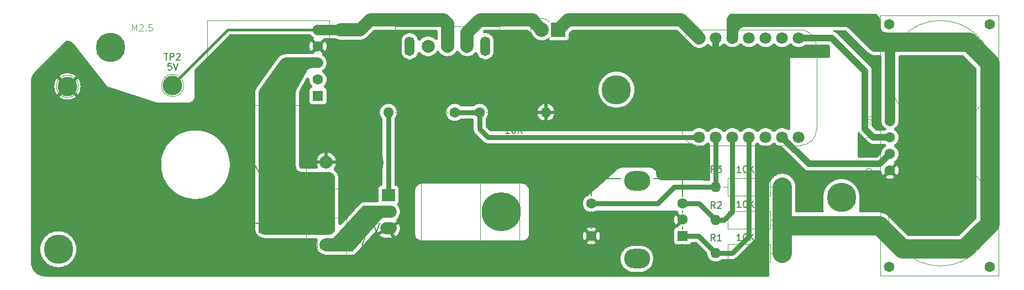
<source format=gbr>
%TF.GenerationSoftware,KiCad,Pcbnew,8.0.4*%
%TF.CreationDate,2024-09-21T18:09:02-04:00*%
%TF.ProjectId,cablight,6361626c-6967-4687-942e-6b696361645f,rev?*%
%TF.SameCoordinates,Original*%
%TF.FileFunction,Copper,L1,Top*%
%TF.FilePolarity,Positive*%
%FSLAX46Y46*%
G04 Gerber Fmt 4.6, Leading zero omitted, Abs format (unit mm)*
G04 Created by KiCad (PCBNEW 8.0.4) date 2024-09-21 18:09:02*
%MOMM*%
%LPD*%
G01*
G04 APERTURE LIST*
G04 Aperture macros list*
%AMRoundRect*
0 Rectangle with rounded corners*
0 $1 Rounding radius*
0 $2 $3 $4 $5 $6 $7 $8 $9 X,Y pos of 4 corners*
0 Add a 4 corners polygon primitive as box body*
4,1,4,$2,$3,$4,$5,$6,$7,$8,$9,$2,$3,0*
0 Add four circle primitives for the rounded corners*
1,1,$1+$1,$2,$3*
1,1,$1+$1,$4,$5*
1,1,$1+$1,$6,$7*
1,1,$1+$1,$8,$9*
0 Add four rect primitives between the rounded corners*
20,1,$1+$1,$2,$3,$4,$5,0*
20,1,$1+$1,$4,$5,$6,$7,0*
20,1,$1+$1,$6,$7,$8,$9,0*
20,1,$1+$1,$8,$9,$2,$3,0*%
G04 Aperture macros list end*
%TA.AperFunction,ComponentPad*%
%ADD10C,1.600000*%
%TD*%
%TA.AperFunction,ComponentPad*%
%ADD11O,1.600000X1.600000*%
%TD*%
%TA.AperFunction,ComponentPad*%
%ADD12C,1.800000*%
%TD*%
%TA.AperFunction,ComponentPad*%
%ADD13C,3.000000*%
%TD*%
%TA.AperFunction,ComponentPad*%
%ADD14RoundRect,1.500000X0.500000X-0.000010X0.500000X0.000010X-0.500000X0.000010X-0.500000X-0.000010X0*%
%TD*%
%TA.AperFunction,ComponentPad*%
%ADD15R,1.600000X1.600000*%
%TD*%
%TA.AperFunction,ComponentPad*%
%ADD16C,4.500000*%
%TD*%
%TA.AperFunction,ComponentPad*%
%ADD17R,2.200000X2.200000*%
%TD*%
%TA.AperFunction,ComponentPad*%
%ADD18O,2.200000X2.200000*%
%TD*%
%TA.AperFunction,ComponentPad*%
%ADD19O,1.500000X3.000000*%
%TD*%
%TA.AperFunction,ComponentPad*%
%ADD20C,2.000000*%
%TD*%
%TA.AperFunction,ComponentPad*%
%ADD21R,2.000000X1.900000*%
%TD*%
%TA.AperFunction,ComponentPad*%
%ADD22O,2.500000X1.900000*%
%TD*%
%TA.AperFunction,ComponentPad*%
%ADD23C,6.000000*%
%TD*%
%TA.AperFunction,ViaPad*%
%ADD24C,0.900000*%
%TD*%
%TA.AperFunction,Conductor*%
%ADD25C,2.000000*%
%TD*%
%TA.AperFunction,Conductor*%
%ADD26C,3.000000*%
%TD*%
%TA.AperFunction,Conductor*%
%ADD27C,1.600000*%
%TD*%
%TA.AperFunction,Conductor*%
%ADD28C,0.800000*%
%TD*%
%TA.AperFunction,Conductor*%
%ADD29C,1.000000*%
%TD*%
%TA.AperFunction,Conductor*%
%ADD30C,0.600000*%
%TD*%
%TA.AperFunction,Conductor*%
%ADD31C,0.400000*%
%TD*%
%ADD32C,0.200000*%
%ADD33C,0.100000*%
%ADD34C,0.150000*%
%ADD35C,0.120000*%
%ADD36C,0.050000*%
G04 APERTURE END LIST*
D10*
%TO.P,R1,1*%
%TO.N,Net-(J3-Vcc)*%
X225902000Y-117580000D03*
D11*
%TO.P,R1,2*%
%TO.N,Net-(U1-GPIO_8)*%
X215742000Y-117580000D03*
%TD*%
D10*
%TO.P,R4,1*%
%TO.N,Net-(U1-GPIO_18)*%
X179547000Y-95990000D03*
D11*
%TO.P,R4,2*%
%TO.N,<NO NET>*%
X189707000Y-95990000D03*
%TD*%
D12*
%TO.P,U1,1,GPIO_18*%
%TO.N,Net-(U1-GPIO_18)*%
X213202000Y-99800000D03*
%TO.P,U1,2,GPIO_17*%
%TO.N,Net-(SW1-S2)*%
X215742000Y-99800000D03*
%TO.P,U1,3,GPIO_9*%
%TO.N,Net-(U1-GPIO_9)*%
X218282000Y-99800000D03*
%TO.P,U1,4,GPIO_8*%
%TO.N,Net-(U1-GPIO_8)*%
X220822000Y-99800000D03*
%TO.P,U1,5,GPIO_7*%
%TO.N,unconnected-(U1-GPIO_7-Pad5)*%
X223362000Y-99800000D03*
%TO.P,U1,6,GPIO_6*%
%TO.N,Net-(J3-ECHO)*%
X225902000Y-99800000D03*
%TO.P,U1,7,GPIO_5*%
%TO.N,unconnected-(U1-GPIO_5-Pad7)*%
X228442000Y-99800000D03*
%TO.P,U1,8,GPIO_16*%
%TO.N,Net-(J3-TRIG)*%
X228442000Y-84560000D03*
%TO.P,U1,9,GPIO_36*%
%TO.N,unconnected-(U1-GPIO_36-Pad9)*%
X225902000Y-84560000D03*
%TO.P,U1,10,GPIO_37*%
%TO.N,unconnected-(U1-GPIO_37-Pad10)*%
X223362000Y-84560000D03*
%TO.P,U1,11,GPIO_35*%
%TO.N,unconnected-(U1-GPIO_35-Pad11)*%
X220822000Y-84560000D03*
%TO.P,U1,12,3.3V*%
%TO.N,Net-(J3-Vcc)*%
X218282000Y-84560000D03*
%TO.P,U1,13,GND*%
%TO.N,<NO NET>*%
X215742000Y-84560000D03*
%TO.P,U1,14,5V*%
%TO.N,/+5V_MCU*%
X213202000Y-84560000D03*
%TD*%
D13*
%TO.P,TP2,1,1*%
%TO.N,/+5V*%
X132500000Y-91850000D03*
%TD*%
D14*
%TO.P,SW1,*%
%TO.N,*%
X203662000Y-118460000D03*
X203662000Y-106460000D03*
D10*
%TO.P,SW1,1,S1*%
%TO.N,<NO NET>*%
X196662000Y-114960000D03*
%TO.P,SW1,2,S2*%
%TO.N,Net-(SW1-S2)*%
X196662000Y-109960000D03*
D15*
%TO.P,SW1,A,A*%
%TO.N,Net-(U1-GPIO_8)*%
X210662000Y-114960000D03*
D10*
%TO.P,SW1,B,B*%
%TO.N,Net-(U1-GPIO_9)*%
X210662000Y-109960000D03*
%TO.P,SW1,C,C*%
%TO.N,<NO NET>*%
X210662000Y-112460000D03*
%TD*%
D16*
%TO.P,REF\u002A\u002A,M*%
%TO.N,N/C*%
X234982000Y-109000000D03*
%TD*%
%TO.P,REF\u002A\u002A,M*%
%TO.N,N/C*%
X115000000Y-117000000D03*
%TD*%
%TO.P,REF\u002A\u002A,M*%
%TO.N,N/C*%
X200500000Y-92500000D03*
%TD*%
D10*
%TO.P,R2,1*%
%TO.N,Net-(J3-Vcc)*%
X225902000Y-112500000D03*
D11*
%TO.P,R2,2*%
%TO.N,Net-(U1-GPIO_9)*%
X215742000Y-112500000D03*
%TD*%
D10*
%TO.P,J3,*%
%TO.N,*%
X257700000Y-82420000D03*
X242300000Y-82420000D03*
X257700000Y-119695000D03*
X242300000Y-119720000D03*
%TO.P,J3,1,Vcc*%
%TO.N,Net-(J3-Vcc)*%
X242412000Y-97260000D03*
%TO.P,J3,2,TRIG*%
%TO.N,Net-(J3-TRIG)*%
X242412000Y-99800000D03*
%TO.P,J3,3,ECHO*%
%TO.N,Net-(J3-ECHO)*%
X242412000Y-102340000D03*
%TO.P,J3,4,GND*%
%TO.N,<NO NET>*%
X242412000Y-104880000D03*
%TD*%
D15*
%TO.P,Pololu_5V_1,1,PG*%
%TO.N,unconnected-(Pololu_5V_1-PG-Pad1)*%
X154782000Y-93450000D03*
D10*
%TO.P,Pololu_5V_1,2,SHDN*%
%TO.N,unconnected-(Pololu_5V_1-SHDN-Pad2)*%
X154782000Y-90910000D03*
%TO.P,Pololu_5V_1,3,VIN_24V*%
%TO.N,/+24V*%
X154782000Y-88370000D03*
%TO.P,Pololu_5V_1,4,GND*%
%TO.N,<NO NET>*%
X154782000Y-85830000D03*
%TO.P,Pololu_5V_1,5,VOUT_5V*%
%TO.N,/+5V*%
X154782000Y-83290000D03*
%TD*%
D17*
%TO.P,D1,1,K*%
%TO.N,/+5V_MCU*%
X191612000Y-83290000D03*
D18*
%TO.P,D1,2,A*%
%TO.N,/+5V_SW*%
X189072000Y-83290000D03*
%TD*%
D13*
%TO.P,TP1,1,1*%
%TO.N,<NO NET>*%
X116397000Y-92000000D03*
%TD*%
D19*
%TO.P,SW3,*%
%TO.N,*%
X180442000Y-85830000D03*
D20*
X171642000Y-85830000D03*
D19*
X168842000Y-85830000D03*
D20*
%TO.P,SW3,1*%
%TO.N,/+5V*%
X174642000Y-85830000D03*
%TO.P,SW3,2*%
%TO.N,/+5V_SW*%
X177642000Y-85830000D03*
%TD*%
%TO.P,J1,1,Pin_1*%
%TO.N,/+24V*%
X156052000Y-106150000D03*
%TO.P,J1,2,Pin_2*%
%TO.N,<NO NET>*%
X156052000Y-103610000D03*
%TD*%
D21*
%TO.P,Q1,1,G*%
%TO.N,Net-(Q1-G)*%
X165577000Y-108690000D03*
D22*
%TO.P,Q1,2,D*%
%TO.N,/LED-*%
X165577000Y-111230000D03*
%TO.P,Q1,3,S*%
%TO.N,<NO NET>*%
X165577000Y-113770000D03*
%TD*%
D10*
%TO.P,R5,1*%
%TO.N,Net-(U1-GPIO_18)*%
X175737000Y-95990000D03*
D11*
%TO.P,R5,2*%
%TO.N,Net-(Q1-G)*%
X165577000Y-95990000D03*
%TD*%
D16*
%TO.P,REF\u002A\u002A,M*%
%TO.N,N/C*%
X123000000Y-86000000D03*
%TD*%
D10*
%TO.P,R3,1*%
%TO.N,Net-(J3-Vcc)*%
X225902000Y-107420000D03*
D11*
%TO.P,R3,2*%
%TO.N,Net-(SW1-S2)*%
X215742000Y-107420000D03*
%TD*%
D20*
%TO.P,J2,1,Pin_1*%
%TO.N,/LED-*%
X156052000Y-116310000D03*
%TO.P,J2,2,Pin_2*%
%TO.N,/+24V*%
X156052000Y-113770000D03*
%TD*%
D23*
%TO.P,M3,M*%
%TO.N,N/C*%
X182882000Y-111240000D03*
%TD*%
D24*
%TO.N,<NO NET>*%
X206000000Y-102000000D03*
X240350000Y-97380000D03*
X222750000Y-120000000D03*
X245000000Y-89000000D03*
X240110000Y-88200000D03*
X236500000Y-105500000D03*
X222750000Y-103750000D03*
X252000000Y-113000000D03*
X230000000Y-110500000D03*
X190000000Y-102000000D03*
X239500000Y-110500000D03*
X251000000Y-89000000D03*
X189000000Y-111250000D03*
X254000000Y-95500000D03*
X226000000Y-97000000D03*
X222750000Y-115000000D03*
X183992000Y-85195000D03*
X246000000Y-113000000D03*
X226000000Y-91000000D03*
X239000000Y-101740000D03*
X178500000Y-106000000D03*
X240410000Y-93000000D03*
X213000000Y-104500000D03*
X222750000Y-110000000D03*
X226000000Y-102500000D03*
X235600000Y-84170000D03*
X223000000Y-97000000D03*
X228000000Y-104500000D03*
X178500000Y-117000000D03*
X176500000Y-99000000D03*
X254000000Y-107500000D03*
X232000000Y-105500000D03*
X231500000Y-86500000D03*
%TD*%
D25*
%TO.N,/+24V*%
X156042000Y-106150000D02*
X156052000Y-106160000D01*
D26*
%TO.N,Net-(J3-Vcc)*%
X225902000Y-112500000D02*
X226762000Y-113360000D01*
X254477000Y-85195000D02*
X241398044Y-85195000D01*
X225902000Y-112500000D02*
X225902000Y-117580000D01*
X244317000Y-116945000D02*
X253842000Y-116945000D01*
X240732000Y-113360000D02*
X244317000Y-116945000D01*
X253842000Y-116945000D02*
X257700000Y-113087000D01*
X257700000Y-88418000D02*
X254477000Y-85195000D01*
D27*
X242412000Y-97260000D02*
X242412000Y-85195000D01*
D26*
X225902000Y-112500000D02*
X225902000Y-107420000D01*
X257700000Y-113087000D02*
X257700000Y-88418000D01*
X226762000Y-113360000D02*
X240732000Y-113360000D01*
D28*
%TO.N,Net-(Q1-G)*%
X165577000Y-108690000D02*
X165577000Y-95990000D01*
%TO.N,Net-(U1-GPIO_18)*%
X179547000Y-98530000D02*
X179547000Y-95990000D01*
X213202000Y-99800000D02*
X180817000Y-99800000D01*
X175737000Y-95990000D02*
X179547000Y-95990000D01*
X180817000Y-99800000D02*
X179547000Y-98530000D01*
D29*
%TO.N,Net-(J3-ECHO)*%
X240852000Y-103900000D02*
X230002000Y-103900000D01*
X230002000Y-103900000D02*
X225902000Y-99800000D01*
X242412000Y-102340000D02*
X240852000Y-103900000D01*
%TO.N,Net-(J3-TRIG)*%
X238602000Y-98530000D02*
X239872000Y-99800000D01*
X233522000Y-84560000D02*
X238602000Y-89640000D01*
X239872000Y-99800000D02*
X242412000Y-99800000D01*
X228442000Y-84560000D02*
X233522000Y-84560000D01*
X238602000Y-89640000D02*
X238602000Y-98530000D01*
D30*
X242412000Y-99800000D02*
X242412000Y-99657500D01*
D28*
%TO.N,Net-(U1-GPIO_8)*%
X218282000Y-117580000D02*
X220822000Y-115040000D01*
X215742000Y-117580000D02*
X218282000Y-117580000D01*
X215742000Y-117580000D02*
X213122000Y-114960000D01*
X213122000Y-114960000D02*
X210662000Y-114960000D01*
X220822000Y-115040000D02*
X220822000Y-99800000D01*
%TO.N,Net-(U1-GPIO_9)*%
X217012000Y-112500000D02*
X218282000Y-111230000D01*
X215742000Y-112500000D02*
X213202000Y-109960000D01*
X215742000Y-112500000D02*
X217012000Y-112500000D01*
X213202000Y-109960000D02*
X210662000Y-109960000D01*
X218282000Y-111230000D02*
X218282000Y-99800000D01*
%TO.N,Net-(SW1-S2)*%
X215742000Y-107420000D02*
X209392000Y-107420000D01*
X209392000Y-107420000D02*
X206852000Y-109960000D01*
X206852000Y-109960000D02*
X196662000Y-109960000D01*
X215742000Y-107420000D02*
X215742000Y-99800000D01*
D25*
%TO.N,/+5V*%
X174642000Y-82392000D02*
X174050000Y-81800000D01*
X174642000Y-82392000D02*
X174642000Y-85830000D01*
D31*
X132382000Y-91850000D02*
X140942000Y-83290000D01*
X140942000Y-83290000D02*
X154782000Y-83290000D01*
D25*
X158210000Y-83290000D02*
X161260000Y-83290000D01*
D27*
X154782000Y-83290000D02*
X158210000Y-83290000D01*
D25*
X161260000Y-83290000D02*
X162750000Y-81800000D01*
X174050000Y-81800000D02*
X162750000Y-81800000D01*
%TO.N,/+5V_SW*%
X187972001Y-82127999D02*
X187644002Y-81800000D01*
X189072000Y-83290000D02*
X187972001Y-82190001D01*
X177642000Y-83758000D02*
X177642000Y-85830000D01*
X187972001Y-82190001D02*
X187972001Y-82127999D01*
X187644002Y-81800000D02*
X179600000Y-81800000D01*
X179600000Y-81800000D02*
X177642000Y-83758000D01*
%TO.N,/+5V_MCU*%
X213202000Y-84560000D02*
X210442000Y-81800000D01*
X193102000Y-81800000D02*
X191612000Y-83290000D01*
X210442000Y-81800000D02*
X193102000Y-81800000D01*
%TD*%
%TA.AperFunction,Conductor*%
%TO.N,<NO NET>*%
G36*
X172987788Y-83319454D02*
G01*
X173068570Y-83373430D01*
X173122546Y-83454212D01*
X173141500Y-83549500D01*
X173141500Y-84605283D01*
X173122546Y-84700571D01*
X173068570Y-84781353D01*
X172987788Y-84835329D01*
X172892500Y-84854283D01*
X172797212Y-84835329D01*
X172716430Y-84781353D01*
X172709306Y-84773927D01*
X172661752Y-84722270D01*
X172661746Y-84722264D01*
X172661744Y-84722262D01*
X172659434Y-84720464D01*
X172465514Y-84569529D01*
X172465510Y-84569526D01*
X172465509Y-84569526D01*
X172367967Y-84516739D01*
X172246811Y-84451172D01*
X172011621Y-84370430D01*
X172011610Y-84370428D01*
X171766335Y-84329500D01*
X171517665Y-84329500D01*
X171272389Y-84370428D01*
X171272378Y-84370430D01*
X171037188Y-84451172D01*
X170818485Y-84569529D01*
X170622261Y-84722257D01*
X170622254Y-84722264D01*
X170480769Y-84875958D01*
X170402287Y-84933226D01*
X170307863Y-84956101D01*
X170211873Y-84941101D01*
X170128930Y-84890509D01*
X170071662Y-84812027D01*
X170060764Y-84784265D01*
X170027071Y-84680569D01*
X170000888Y-84599985D01*
X170000884Y-84599976D01*
X170000884Y-84599975D01*
X169911524Y-84424595D01*
X169908598Y-84420568D01*
X169795830Y-84265357D01*
X169795828Y-84265354D01*
X169656646Y-84126172D01*
X169545197Y-84045199D01*
X169497410Y-84010479D01*
X169497407Y-84010477D01*
X169497405Y-84010476D01*
X169322025Y-83921116D01*
X169322024Y-83921115D01*
X169322023Y-83921115D01*
X169322017Y-83921113D01*
X169214928Y-83886318D01*
X169134826Y-83860291D01*
X169134824Y-83860290D01*
X169134822Y-83860290D01*
X168940428Y-83829501D01*
X168940419Y-83829500D01*
X168940417Y-83829500D01*
X168743583Y-83829500D01*
X168743580Y-83829500D01*
X168743571Y-83829501D01*
X168549177Y-83860290D01*
X168361982Y-83921113D01*
X168361976Y-83921115D01*
X168270740Y-83967602D01*
X168186595Y-84010476D01*
X168186592Y-84010477D01*
X168186590Y-84010479D01*
X168186589Y-84010479D01*
X168027357Y-84126169D01*
X167888169Y-84265357D01*
X167772479Y-84424589D01*
X167772479Y-84424590D01*
X167772477Y-84424592D01*
X167772476Y-84424595D01*
X167732901Y-84502266D01*
X167683115Y-84599976D01*
X167683113Y-84599982D01*
X167622290Y-84787177D01*
X167591501Y-84981571D01*
X167591500Y-84981587D01*
X167591500Y-86678412D01*
X167591501Y-86678428D01*
X167621695Y-86869066D01*
X167622291Y-86872826D01*
X167642172Y-86934014D01*
X167682844Y-87059190D01*
X167683116Y-87060025D01*
X167772476Y-87235405D01*
X167772479Y-87235409D01*
X167772479Y-87235410D01*
X167845041Y-87335282D01*
X167888172Y-87394646D01*
X168027354Y-87533828D01*
X168035948Y-87540072D01*
X168129479Y-87608027D01*
X168186595Y-87649524D01*
X168361975Y-87738884D01*
X168549174Y-87799709D01*
X168743583Y-87830500D01*
X168743587Y-87830500D01*
X168940413Y-87830500D01*
X168940417Y-87830500D01*
X169134826Y-87799709D01*
X169322025Y-87738884D01*
X169497405Y-87649524D01*
X169656646Y-87533828D01*
X169795828Y-87394646D01*
X169911524Y-87235405D01*
X170000884Y-87060025D01*
X170060764Y-86875733D01*
X170108232Y-86790974D01*
X170184529Y-86730825D01*
X170278036Y-86704453D01*
X170374518Y-86715871D01*
X170459285Y-86763343D01*
X170480769Y-86784042D01*
X170622248Y-86937730D01*
X170622252Y-86937733D01*
X170622256Y-86937738D01*
X170622260Y-86937741D01*
X170622261Y-86937742D01*
X170818485Y-87090470D01*
X170818487Y-87090471D01*
X170818491Y-87090474D01*
X171037190Y-87208828D01*
X171074720Y-87221712D01*
X171272378Y-87289569D01*
X171272382Y-87289569D01*
X171272386Y-87289571D01*
X171517665Y-87330500D01*
X171766335Y-87330500D01*
X172011614Y-87289571D01*
X172011618Y-87289569D01*
X172011621Y-87289569D01*
X172115549Y-87253890D01*
X172246810Y-87208828D01*
X172465509Y-87090474D01*
X172661744Y-86937738D01*
X172830164Y-86754785D01*
X172931557Y-86599590D01*
X172999538Y-86530189D01*
X173088908Y-86492083D01*
X173186058Y-86491078D01*
X173276197Y-86527327D01*
X173345603Y-86595312D01*
X173353272Y-86608244D01*
X173353539Y-86608081D01*
X173358654Y-86616427D01*
X173358657Y-86616433D01*
X173358660Y-86616437D01*
X173402563Y-86676865D01*
X173409572Y-86687033D01*
X173453836Y-86754786D01*
X173453839Y-86754789D01*
X173469404Y-86771697D01*
X173487651Y-86793978D01*
X173492752Y-86800998D01*
X173497484Y-86807511D01*
X173497485Y-86807512D01*
X173555414Y-86865442D01*
X173562538Y-86872867D01*
X173622248Y-86937730D01*
X173622256Y-86937738D01*
X173634654Y-86947388D01*
X173634666Y-86947397D01*
X173657787Y-86967815D01*
X173664484Y-86974512D01*
X173664488Y-86974515D01*
X173664490Y-86974517D01*
X173736614Y-87026918D01*
X173743168Y-87031848D01*
X173818485Y-87090470D01*
X173818498Y-87090479D01*
X173825929Y-87094500D01*
X173853777Y-87112043D01*
X173855564Y-87113341D01*
X173855567Y-87113343D01*
X173941445Y-87157100D01*
X173946878Y-87159953D01*
X174037190Y-87208828D01*
X174038323Y-87209216D01*
X174056874Y-87217082D01*
X174056980Y-87216828D01*
X174065999Y-87220563D01*
X174066008Y-87220568D01*
X174164576Y-87252594D01*
X174168433Y-87253884D01*
X174272385Y-87289571D01*
X174274691Y-87290155D01*
X174286332Y-87292521D01*
X174290622Y-87293550D01*
X174290623Y-87293550D01*
X174290632Y-87293553D01*
X174400315Y-87310924D01*
X174401897Y-87311181D01*
X174517665Y-87330500D01*
X174517668Y-87330500D01*
X174766330Y-87330500D01*
X174766335Y-87330500D01*
X174881950Y-87311206D01*
X174883732Y-87310916D01*
X174993368Y-87293553D01*
X174993376Y-87293550D01*
X174997648Y-87292525D01*
X175009283Y-87290160D01*
X175011599Y-87289573D01*
X175011614Y-87289571D01*
X175115547Y-87253890D01*
X175119453Y-87252585D01*
X175159933Y-87239432D01*
X175217992Y-87220568D01*
X175218003Y-87220562D01*
X175227027Y-87216825D01*
X175227132Y-87217080D01*
X175245690Y-87209212D01*
X175246810Y-87208828D01*
X175337187Y-87159917D01*
X175342494Y-87157130D01*
X175428433Y-87113343D01*
X175430212Y-87112050D01*
X175458069Y-87094499D01*
X175465509Y-87090474D01*
X175540840Y-87031840D01*
X175547393Y-87026911D01*
X175619510Y-86974517D01*
X175626203Y-86967823D01*
X175649336Y-86947394D01*
X175661744Y-86937738D01*
X175721508Y-86872815D01*
X175728564Y-86865461D01*
X175786517Y-86807510D01*
X175796346Y-86793979D01*
X175814598Y-86771692D01*
X175830164Y-86754785D01*
X175874448Y-86687000D01*
X175881407Y-86676902D01*
X175925343Y-86616433D01*
X175925350Y-86616417D01*
X175929684Y-86609347D01*
X175995629Y-86538000D01*
X176083857Y-86497320D01*
X176180937Y-86493500D01*
X176272089Y-86527122D01*
X176343436Y-86593067D01*
X176354298Y-86609321D01*
X176358655Y-86616431D01*
X176402563Y-86676865D01*
X176409572Y-86687033D01*
X176453836Y-86754786D01*
X176453839Y-86754789D01*
X176469404Y-86771697D01*
X176487651Y-86793978D01*
X176492752Y-86800998D01*
X176497484Y-86807511D01*
X176497485Y-86807512D01*
X176555414Y-86865442D01*
X176562538Y-86872867D01*
X176622248Y-86937730D01*
X176622256Y-86937738D01*
X176634654Y-86947388D01*
X176634666Y-86947397D01*
X176657787Y-86967815D01*
X176664484Y-86974512D01*
X176664488Y-86974515D01*
X176664490Y-86974517D01*
X176736614Y-87026918D01*
X176743168Y-87031848D01*
X176818485Y-87090470D01*
X176818498Y-87090479D01*
X176825929Y-87094500D01*
X176853777Y-87112043D01*
X176855564Y-87113341D01*
X176855567Y-87113343D01*
X176941445Y-87157100D01*
X176946878Y-87159953D01*
X177037190Y-87208828D01*
X177038323Y-87209216D01*
X177056874Y-87217082D01*
X177056980Y-87216828D01*
X177065999Y-87220563D01*
X177066008Y-87220568D01*
X177164576Y-87252594D01*
X177168433Y-87253884D01*
X177272385Y-87289571D01*
X177274691Y-87290155D01*
X177286332Y-87292521D01*
X177290622Y-87293550D01*
X177290623Y-87293550D01*
X177290632Y-87293553D01*
X177400315Y-87310924D01*
X177401897Y-87311181D01*
X177517665Y-87330500D01*
X177517668Y-87330500D01*
X177766330Y-87330500D01*
X177766335Y-87330500D01*
X177881950Y-87311206D01*
X177883732Y-87310916D01*
X177993368Y-87293553D01*
X177993376Y-87293550D01*
X177997648Y-87292525D01*
X178009283Y-87290160D01*
X178011599Y-87289573D01*
X178011614Y-87289571D01*
X178115547Y-87253890D01*
X178119453Y-87252585D01*
X178159933Y-87239432D01*
X178217992Y-87220568D01*
X178218003Y-87220562D01*
X178227027Y-87216825D01*
X178227132Y-87217080D01*
X178245690Y-87209212D01*
X178246810Y-87208828D01*
X178337187Y-87159917D01*
X178342494Y-87157130D01*
X178428433Y-87113343D01*
X178430212Y-87112050D01*
X178458069Y-87094499D01*
X178465509Y-87090474D01*
X178540840Y-87031840D01*
X178547393Y-87026911D01*
X178619510Y-86974517D01*
X178626203Y-86967823D01*
X178649336Y-86947394D01*
X178661744Y-86937738D01*
X178721508Y-86872815D01*
X178728564Y-86865461D01*
X178786517Y-86807510D01*
X178786523Y-86807502D01*
X178792871Y-86800071D01*
X178793956Y-86800998D01*
X178857035Y-86742675D01*
X178948180Y-86709036D01*
X179045261Y-86712837D01*
X179133497Y-86753500D01*
X179199455Y-86824835D01*
X179223978Y-86878019D01*
X179282844Y-87059190D01*
X179283116Y-87060025D01*
X179372476Y-87235405D01*
X179372479Y-87235409D01*
X179372479Y-87235410D01*
X179445041Y-87335282D01*
X179488172Y-87394646D01*
X179627354Y-87533828D01*
X179635948Y-87540072D01*
X179729479Y-87608027D01*
X179786595Y-87649524D01*
X179961975Y-87738884D01*
X180149174Y-87799709D01*
X180343583Y-87830500D01*
X180343587Y-87830500D01*
X180540413Y-87830500D01*
X180540417Y-87830500D01*
X180734826Y-87799709D01*
X180922025Y-87738884D01*
X181097405Y-87649524D01*
X181256646Y-87533828D01*
X181395828Y-87394646D01*
X181511524Y-87235405D01*
X181600884Y-87060025D01*
X181661709Y-86872826D01*
X181692500Y-86678417D01*
X181692500Y-84981583D01*
X181661709Y-84787174D01*
X181600884Y-84599975D01*
X181511524Y-84424595D01*
X181508598Y-84420568D01*
X181395830Y-84265357D01*
X181395828Y-84265354D01*
X181256646Y-84126172D01*
X181145197Y-84045199D01*
X181097410Y-84010479D01*
X181097407Y-84010477D01*
X181097405Y-84010476D01*
X180922025Y-83921116D01*
X180922024Y-83921115D01*
X180922023Y-83921115D01*
X180922017Y-83921113D01*
X180814928Y-83886318D01*
X180734826Y-83860291D01*
X180734824Y-83860290D01*
X180734822Y-83860290D01*
X180540428Y-83829501D01*
X180540419Y-83829500D01*
X180540417Y-83829500D01*
X180343583Y-83829500D01*
X180343581Y-83829500D01*
X180343567Y-83829501D01*
X180326906Y-83832140D01*
X180229826Y-83828324D01*
X180141597Y-83787646D01*
X180075650Y-83716301D01*
X180042026Y-83625150D01*
X180045842Y-83528070D01*
X180086520Y-83439841D01*
X180111894Y-83410133D01*
X180148600Y-83373428D01*
X180229382Y-83319453D01*
X180324667Y-83300500D01*
X186857334Y-83300500D01*
X186952622Y-83319454D01*
X187033400Y-83373427D01*
X187311793Y-83651821D01*
X187580139Y-83920167D01*
X187634113Y-84000944D01*
X187641535Y-84018862D01*
X187773158Y-84233652D01*
X187773160Y-84233654D01*
X187773163Y-84233657D01*
X187773164Y-84233659D01*
X187936776Y-84425224D01*
X188112885Y-84575635D01*
X188128345Y-84588839D01*
X188128347Y-84588841D01*
X188278035Y-84680569D01*
X188343141Y-84720466D01*
X188575889Y-84816873D01*
X188820852Y-84875683D01*
X188892608Y-84881330D01*
X189071995Y-84895449D01*
X189072000Y-84895449D01*
X189072005Y-84895449D01*
X189228967Y-84883095D01*
X189323148Y-84875683D01*
X189568111Y-84816873D01*
X189800859Y-84720466D01*
X189835938Y-84698968D01*
X189927085Y-84665340D01*
X190024165Y-84669153D01*
X190112397Y-84709825D01*
X190142113Y-84735204D01*
X190154451Y-84747542D01*
X190154454Y-84747546D01*
X190269669Y-84833796D01*
X190404517Y-84884091D01*
X190464127Y-84890500D01*
X192759872Y-84890499D01*
X192819483Y-84884091D01*
X192954331Y-84833796D01*
X193069546Y-84747546D01*
X193155796Y-84632331D01*
X193206091Y-84497483D01*
X193212500Y-84437873D01*
X193212499Y-83914664D01*
X193231453Y-83819377D01*
X193285426Y-83738599D01*
X193650597Y-83373430D01*
X193731378Y-83319454D01*
X193826666Y-83300500D01*
X209717333Y-83300500D01*
X209812621Y-83319454D01*
X209893403Y-83373430D01*
X212224490Y-85704517D01*
X212415566Y-85843343D01*
X212626007Y-85950568D01*
X212850631Y-86023552D01*
X213083908Y-86060499D01*
X213083912Y-86060499D01*
X213320087Y-86060499D01*
X213320091Y-86060499D01*
X213553368Y-86023552D01*
X213777992Y-85950568D01*
X213988433Y-85843343D01*
X214179510Y-85704517D01*
X214346517Y-85537510D01*
X214346519Y-85537506D01*
X214346523Y-85537503D01*
X214352877Y-85530064D01*
X214355228Y-85532072D01*
X214411808Y-85479548D01*
X214502886Y-85445727D01*
X214599974Y-85449335D01*
X214688291Y-85489822D01*
X214725556Y-85522934D01*
X214790554Y-85593540D01*
X214790560Y-85593545D01*
X214973650Y-85736051D01*
X215177700Y-85846477D01*
X215241999Y-85868551D01*
X215242000Y-85868550D01*
X215242000Y-84625826D01*
X215276075Y-84752993D01*
X215341901Y-84867007D01*
X215434993Y-84960099D01*
X215549007Y-85025925D01*
X215676174Y-85060000D01*
X215807826Y-85060000D01*
X215934993Y-85025925D01*
X216049007Y-84960099D01*
X216142099Y-84867007D01*
X216207925Y-84752993D01*
X216242000Y-84625826D01*
X216242000Y-85868551D01*
X216306299Y-85846477D01*
X216510349Y-85736051D01*
X216693439Y-85593545D01*
X216693444Y-85593541D01*
X216827818Y-85447572D01*
X216906300Y-85390304D01*
X217000723Y-85367428D01*
X217096713Y-85382427D01*
X217179657Y-85433019D01*
X217196676Y-85450292D01*
X217230779Y-85488452D01*
X217256772Y-85514446D01*
X217263893Y-85521868D01*
X217330214Y-85593911D01*
X217330224Y-85593920D01*
X217354269Y-85612635D01*
X217367247Y-85623462D01*
X217395797Y-85648977D01*
X217417506Y-85666290D01*
X217461273Y-85697345D01*
X217463767Y-85699115D01*
X217466652Y-85701043D01*
X217466533Y-85701220D01*
X217481997Y-85712049D01*
X217513364Y-85736463D01*
X217513371Y-85736467D01*
X217513374Y-85736470D01*
X217577248Y-85771036D01*
X217591198Y-85779183D01*
X217610718Y-85791449D01*
X217610727Y-85791454D01*
X217610732Y-85791457D01*
X217660353Y-85818881D01*
X217660357Y-85818883D01*
X217685385Y-85830935D01*
X217688560Y-85832356D01*
X217688502Y-85832485D01*
X217707555Y-85841555D01*
X217717497Y-85846936D01*
X217937014Y-85922296D01*
X217937015Y-85922297D01*
X217937017Y-85922297D01*
X217937019Y-85922298D01*
X217946059Y-85923806D01*
X217960436Y-85926644D01*
X217983129Y-85931824D01*
X218039019Y-85941321D01*
X218069411Y-85944745D01*
X218082455Y-85946566D01*
X218165951Y-85960500D01*
X218199949Y-85960500D01*
X218213902Y-85960890D01*
X218268116Y-85963935D01*
X218268127Y-85963935D01*
X218295883Y-85963935D01*
X218295884Y-85963935D01*
X218350064Y-85960891D01*
X218364022Y-85960500D01*
X218398045Y-85960500D01*
X218398049Y-85960500D01*
X218481590Y-85946559D01*
X218494607Y-85944742D01*
X218524980Y-85941320D01*
X218580870Y-85931824D01*
X218603550Y-85926647D01*
X218617943Y-85923805D01*
X218626981Y-85922298D01*
X218846503Y-85846936D01*
X218856447Y-85841553D01*
X218875492Y-85832491D01*
X218875433Y-85832358D01*
X218878612Y-85830935D01*
X218878629Y-85830928D01*
X218903646Y-85818881D01*
X218953267Y-85791457D01*
X218953280Y-85791449D01*
X218953282Y-85791448D01*
X218972786Y-85779192D01*
X218986752Y-85771036D01*
X219050626Y-85736470D01*
X219082018Y-85712036D01*
X219097450Y-85701230D01*
X219097332Y-85701052D01*
X219100237Y-85699110D01*
X219100236Y-85699110D01*
X219100253Y-85699100D01*
X219146493Y-85666290D01*
X219168202Y-85648977D01*
X219196736Y-85623475D01*
X219209710Y-85612648D01*
X219233784Y-85593913D01*
X219300128Y-85521842D01*
X219307234Y-85514437D01*
X219311751Y-85509920D01*
X219333209Y-85488463D01*
X219366987Y-85450666D01*
X219444613Y-85392247D01*
X219538689Y-85367981D01*
X219634890Y-85381563D01*
X219718570Y-85430925D01*
X219735844Y-85447946D01*
X219870214Y-85593911D01*
X219870220Y-85593916D01*
X220052835Y-85736051D01*
X220053374Y-85736470D01*
X220117228Y-85771026D01*
X220257487Y-85846931D01*
X220257489Y-85846931D01*
X220257497Y-85846936D01*
X220477019Y-85922298D01*
X220705951Y-85960500D01*
X220938049Y-85960500D01*
X221166981Y-85922298D01*
X221386503Y-85846936D01*
X221590626Y-85736470D01*
X221773784Y-85593913D01*
X221881920Y-85476446D01*
X221908805Y-85447241D01*
X221987286Y-85389972D01*
X222081710Y-85367097D01*
X222177700Y-85382097D01*
X222260643Y-85432689D01*
X222275195Y-85447241D01*
X222410214Y-85593911D01*
X222410220Y-85593916D01*
X222592835Y-85736051D01*
X222593374Y-85736470D01*
X222657228Y-85771026D01*
X222797487Y-85846931D01*
X222797489Y-85846931D01*
X222797497Y-85846936D01*
X223017019Y-85922298D01*
X223245951Y-85960500D01*
X223478049Y-85960500D01*
X223706981Y-85922298D01*
X223926503Y-85846936D01*
X224130626Y-85736470D01*
X224313784Y-85593913D01*
X224421920Y-85476446D01*
X224448805Y-85447241D01*
X224527286Y-85389972D01*
X224621710Y-85367097D01*
X224717700Y-85382097D01*
X224800643Y-85432689D01*
X224815195Y-85447241D01*
X224950214Y-85593911D01*
X224950220Y-85593916D01*
X225132835Y-85736051D01*
X225133374Y-85736470D01*
X225197228Y-85771026D01*
X225337487Y-85846931D01*
X225337489Y-85846931D01*
X225337497Y-85846936D01*
X225557019Y-85922298D01*
X225785951Y-85960500D01*
X226018049Y-85960500D01*
X226246981Y-85922298D01*
X226466503Y-85846936D01*
X226670626Y-85736470D01*
X226853784Y-85593913D01*
X226961920Y-85476446D01*
X226988805Y-85447241D01*
X227067286Y-85389972D01*
X227161710Y-85367097D01*
X227257700Y-85382097D01*
X227340643Y-85432689D01*
X227355195Y-85447241D01*
X227490214Y-85593911D01*
X227490220Y-85593916D01*
X227672835Y-85736051D01*
X227673374Y-85736470D01*
X227737228Y-85771026D01*
X227877487Y-85846931D01*
X227877489Y-85846931D01*
X227877497Y-85846936D01*
X228097019Y-85922298D01*
X228325951Y-85960500D01*
X228558049Y-85960500D01*
X228786981Y-85922298D01*
X229006503Y-85846936D01*
X229210626Y-85736470D01*
X229369256Y-85613004D01*
X229456094Y-85569434D01*
X229522195Y-85560500D01*
X232951000Y-85560500D01*
X233046288Y-85579454D01*
X233127070Y-85633430D01*
X233181046Y-85714212D01*
X233200000Y-85809500D01*
X233200000Y-87351000D01*
X233181046Y-87446288D01*
X233127070Y-87527070D01*
X233046288Y-87581046D01*
X232951000Y-87600000D01*
X227100000Y-87600000D01*
X227100000Y-87600001D01*
X227100000Y-98448386D01*
X227081046Y-98543674D01*
X227027070Y-98624456D01*
X226946288Y-98678432D01*
X226851000Y-98697386D01*
X226755712Y-98678432D01*
X226698065Y-98644885D01*
X226670629Y-98623532D01*
X226670630Y-98623532D01*
X226466512Y-98513068D01*
X226466507Y-98513066D01*
X226466503Y-98513064D01*
X226246981Y-98437702D01*
X226246978Y-98437701D01*
X226246974Y-98437700D01*
X226018049Y-98399500D01*
X225785951Y-98399500D01*
X225557025Y-98437700D01*
X225557019Y-98437701D01*
X225557019Y-98437702D01*
X225337497Y-98513064D01*
X225337494Y-98513065D01*
X225337487Y-98513068D01*
X225133371Y-98623531D01*
X224950220Y-98766083D01*
X224950217Y-98766086D01*
X224950216Y-98766087D01*
X224919457Y-98799500D01*
X224815195Y-98912759D01*
X224736713Y-98970027D01*
X224642289Y-98992902D01*
X224546299Y-98977902D01*
X224463356Y-98927310D01*
X224448805Y-98912759D01*
X224362624Y-98819142D01*
X224313784Y-98766087D01*
X224272718Y-98734124D01*
X224130628Y-98623531D01*
X223926512Y-98513068D01*
X223926507Y-98513066D01*
X223926503Y-98513064D01*
X223706981Y-98437702D01*
X223706978Y-98437701D01*
X223706974Y-98437700D01*
X223478049Y-98399500D01*
X223245951Y-98399500D01*
X223017025Y-98437700D01*
X223017019Y-98437701D01*
X223017019Y-98437702D01*
X222797497Y-98513064D01*
X222797494Y-98513065D01*
X222797487Y-98513068D01*
X222593371Y-98623531D01*
X222410220Y-98766083D01*
X222410217Y-98766086D01*
X222410216Y-98766087D01*
X222379457Y-98799500D01*
X222275195Y-98912759D01*
X222196713Y-98970027D01*
X222102289Y-98992902D01*
X222006299Y-98977902D01*
X221923356Y-98927310D01*
X221908805Y-98912759D01*
X221822624Y-98819142D01*
X221773784Y-98766087D01*
X221732718Y-98734124D01*
X221590628Y-98623531D01*
X221386512Y-98513068D01*
X221386507Y-98513066D01*
X221386503Y-98513064D01*
X221166981Y-98437702D01*
X221166978Y-98437701D01*
X221166974Y-98437700D01*
X220938049Y-98399500D01*
X220705951Y-98399500D01*
X220477025Y-98437700D01*
X220477019Y-98437701D01*
X220477019Y-98437702D01*
X220257497Y-98513064D01*
X220257494Y-98513065D01*
X220257487Y-98513068D01*
X220053371Y-98623531D01*
X219870220Y-98766083D01*
X219870217Y-98766086D01*
X219870216Y-98766087D01*
X219839457Y-98799500D01*
X219735195Y-98912759D01*
X219656713Y-98970027D01*
X219562289Y-98992902D01*
X219466299Y-98977902D01*
X219383356Y-98927310D01*
X219368805Y-98912759D01*
X219282624Y-98819142D01*
X219233784Y-98766087D01*
X219192718Y-98734124D01*
X219050628Y-98623531D01*
X218846512Y-98513068D01*
X218846507Y-98513066D01*
X218846503Y-98513064D01*
X218626981Y-98437702D01*
X218626978Y-98437701D01*
X218626974Y-98437700D01*
X218398049Y-98399500D01*
X218165951Y-98399500D01*
X217937025Y-98437700D01*
X217937019Y-98437701D01*
X217937019Y-98437702D01*
X217717497Y-98513064D01*
X217717494Y-98513065D01*
X217717487Y-98513068D01*
X217513371Y-98623531D01*
X217330220Y-98766083D01*
X217330217Y-98766086D01*
X217330216Y-98766087D01*
X217299457Y-98799500D01*
X217195195Y-98912759D01*
X217116713Y-98970027D01*
X217022289Y-98992902D01*
X216926299Y-98977902D01*
X216843356Y-98927310D01*
X216828805Y-98912759D01*
X216742624Y-98819142D01*
X216693784Y-98766087D01*
X216652718Y-98734124D01*
X216510628Y-98623531D01*
X216306512Y-98513068D01*
X216306507Y-98513066D01*
X216306503Y-98513064D01*
X216086981Y-98437702D01*
X216086978Y-98437701D01*
X216086974Y-98437700D01*
X215858049Y-98399500D01*
X215625951Y-98399500D01*
X215397025Y-98437700D01*
X215397019Y-98437701D01*
X215397019Y-98437702D01*
X215177497Y-98513064D01*
X215177494Y-98513065D01*
X215177487Y-98513068D01*
X214973371Y-98623531D01*
X214790220Y-98766083D01*
X214790217Y-98766086D01*
X214790216Y-98766087D01*
X214759457Y-98799500D01*
X214655195Y-98912759D01*
X214576713Y-98970027D01*
X214482289Y-98992902D01*
X214386299Y-98977902D01*
X214303356Y-98927310D01*
X214288805Y-98912759D01*
X214202624Y-98819142D01*
X214153784Y-98766087D01*
X214112718Y-98734124D01*
X213970628Y-98623531D01*
X213766512Y-98513068D01*
X213766507Y-98513066D01*
X213766503Y-98513064D01*
X213546981Y-98437702D01*
X213546978Y-98437701D01*
X213546974Y-98437700D01*
X213318049Y-98399500D01*
X213085951Y-98399500D01*
X212857025Y-98437700D01*
X212857019Y-98437701D01*
X212857019Y-98437702D01*
X212637497Y-98513064D01*
X212637494Y-98513065D01*
X212637487Y-98513068D01*
X212433371Y-98623531D01*
X212250220Y-98766083D01*
X212250215Y-98766087D01*
X212201376Y-98819142D01*
X212122895Y-98876411D01*
X212028471Y-98899287D01*
X212018180Y-98899500D01*
X181293140Y-98899500D01*
X181197852Y-98880546D01*
X181117070Y-98826570D01*
X180520430Y-98229930D01*
X180466454Y-98149148D01*
X180447500Y-98053860D01*
X180447500Y-97031825D01*
X180466454Y-96936537D01*
X180520427Y-96855758D01*
X180547047Y-96829139D01*
X180677568Y-96642734D01*
X180773739Y-96436496D01*
X180832635Y-96216692D01*
X180852468Y-95990000D01*
X180852468Y-95989994D01*
X180832636Y-95763320D01*
X180832635Y-95763308D01*
X180826389Y-95739999D01*
X188428128Y-95739999D01*
X188428128Y-95740000D01*
X189391314Y-95740000D01*
X189386920Y-95744394D01*
X189334259Y-95835606D01*
X189307000Y-95937339D01*
X189307000Y-96042661D01*
X189334259Y-96144394D01*
X189386920Y-96235606D01*
X189391314Y-96240000D01*
X188428128Y-96240000D01*
X188480732Y-96436323D01*
X188576866Y-96642483D01*
X188707335Y-96828812D01*
X188868187Y-96989664D01*
X189054516Y-97120133D01*
X189260676Y-97216267D01*
X189456999Y-97268871D01*
X189457000Y-97268871D01*
X189457000Y-96305686D01*
X189461394Y-96310080D01*
X189552606Y-96362741D01*
X189654339Y-96390000D01*
X189759661Y-96390000D01*
X189861394Y-96362741D01*
X189952606Y-96310080D01*
X189957000Y-96305686D01*
X189957000Y-97268871D01*
X190153323Y-97216267D01*
X190359483Y-97120133D01*
X190545812Y-96989664D01*
X190706664Y-96828812D01*
X190837133Y-96642483D01*
X190933267Y-96436323D01*
X190985872Y-96240000D01*
X190022686Y-96240000D01*
X190027080Y-96235606D01*
X190079741Y-96144394D01*
X190107000Y-96042661D01*
X190107000Y-95937339D01*
X190079741Y-95835606D01*
X190027080Y-95744394D01*
X190022686Y-95740000D01*
X190985872Y-95740000D01*
X190985871Y-95739999D01*
X190933267Y-95543676D01*
X190837133Y-95337516D01*
X190706664Y-95151187D01*
X190545812Y-94990335D01*
X190359483Y-94859866D01*
X190153318Y-94763730D01*
X189957000Y-94711126D01*
X189957000Y-95674314D01*
X189952606Y-95669920D01*
X189861394Y-95617259D01*
X189759661Y-95590000D01*
X189654339Y-95590000D01*
X189552606Y-95617259D01*
X189461394Y-95669920D01*
X189457000Y-95674314D01*
X189457000Y-94711127D01*
X189456999Y-94711126D01*
X189260681Y-94763730D01*
X189054516Y-94859866D01*
X188868187Y-94990335D01*
X188707335Y-95151187D01*
X188576866Y-95337516D01*
X188480732Y-95543676D01*
X188428128Y-95739999D01*
X180826389Y-95739999D01*
X180773739Y-95543504D01*
X180677568Y-95337266D01*
X180677565Y-95337262D01*
X180677563Y-95337258D01*
X180547050Y-95150865D01*
X180547049Y-95150864D01*
X180547047Y-95150861D01*
X180386139Y-94989953D01*
X180386135Y-94989950D01*
X180386134Y-94989949D01*
X180199741Y-94859436D01*
X180199727Y-94859428D01*
X179993499Y-94763262D01*
X179993496Y-94763261D01*
X179773694Y-94704365D01*
X179773679Y-94704363D01*
X179547006Y-94684532D01*
X179546994Y-94684532D01*
X179320320Y-94704363D01*
X179320305Y-94704365D01*
X179100503Y-94763261D01*
X179100500Y-94763262D01*
X178894272Y-94859428D01*
X178894258Y-94859436D01*
X178707865Y-94989949D01*
X178707861Y-94989952D01*
X178707861Y-94989953D01*
X178681241Y-95016572D01*
X178600463Y-95070546D01*
X178505175Y-95089500D01*
X176778825Y-95089500D01*
X176683537Y-95070546D01*
X176602758Y-95016572D01*
X176576139Y-94989953D01*
X176576135Y-94989950D01*
X176576134Y-94989949D01*
X176389741Y-94859436D01*
X176389727Y-94859428D01*
X176183499Y-94763262D01*
X176183496Y-94763261D01*
X175963694Y-94704365D01*
X175963679Y-94704363D01*
X175737006Y-94684532D01*
X175736994Y-94684532D01*
X175510320Y-94704363D01*
X175510305Y-94704365D01*
X175290503Y-94763261D01*
X175290500Y-94763262D01*
X175084272Y-94859428D01*
X175084258Y-94859436D01*
X174897865Y-94989949D01*
X174736949Y-95150865D01*
X174606436Y-95337258D01*
X174606428Y-95337272D01*
X174510262Y-95543500D01*
X174510261Y-95543503D01*
X174451365Y-95763305D01*
X174451363Y-95763320D01*
X174431532Y-95989994D01*
X174431532Y-95990005D01*
X174451363Y-96216679D01*
X174451365Y-96216694D01*
X174510261Y-96436496D01*
X174510262Y-96436499D01*
X174606428Y-96642727D01*
X174606436Y-96642741D01*
X174736724Y-96828812D01*
X174736953Y-96829139D01*
X174897861Y-96990047D01*
X174897864Y-96990049D01*
X174897865Y-96990050D01*
X175084258Y-97120563D01*
X175084262Y-97120565D01*
X175084266Y-97120568D01*
X175084270Y-97120569D01*
X175084272Y-97120571D01*
X175208008Y-97178270D01*
X175290504Y-97216739D01*
X175510308Y-97275635D01*
X175529984Y-97277356D01*
X175736994Y-97295468D01*
X175737000Y-97295468D01*
X175737006Y-97295468D01*
X175916668Y-97279749D01*
X175963692Y-97275635D01*
X176183496Y-97216739D01*
X176389734Y-97120568D01*
X176576139Y-96990047D01*
X176602758Y-96963427D01*
X176683537Y-96909454D01*
X176778825Y-96890500D01*
X178397500Y-96890500D01*
X178492788Y-96909454D01*
X178573570Y-96963430D01*
X178627546Y-97044212D01*
X178646500Y-97139500D01*
X178646500Y-98441308D01*
X178646500Y-98618692D01*
X178681105Y-98792666D01*
X178681106Y-98792668D01*
X178681108Y-98792675D01*
X178707751Y-98856994D01*
X178707752Y-98856999D01*
X178707753Y-98856999D01*
X178748987Y-98956548D01*
X178751872Y-98960865D01*
X178780637Y-99003914D01*
X178847536Y-99104036D01*
X180242964Y-100499464D01*
X180302033Y-100538931D01*
X180302038Y-100538936D01*
X180302039Y-100538936D01*
X180390453Y-100598013D01*
X180472389Y-100631952D01*
X180472392Y-100631952D01*
X180472393Y-100631953D01*
X180472398Y-100631955D01*
X180554329Y-100665893D01*
X180554330Y-100665893D01*
X180554334Y-100665895D01*
X180728308Y-100700500D01*
X180728309Y-100700500D01*
X212018180Y-100700500D01*
X212113468Y-100719454D01*
X212194250Y-100773430D01*
X212201365Y-100780846D01*
X212207043Y-100787014D01*
X212250215Y-100833912D01*
X212250220Y-100833916D01*
X212433368Y-100976466D01*
X212433374Y-100976470D01*
X212452429Y-100986782D01*
X212637487Y-101086931D01*
X212637489Y-101086931D01*
X212637497Y-101086936D01*
X212857019Y-101162298D01*
X213085951Y-101200500D01*
X213318049Y-101200500D01*
X213546981Y-101162298D01*
X213766503Y-101086936D01*
X213970626Y-100976470D01*
X214153784Y-100833913D01*
X214240273Y-100739960D01*
X214288805Y-100687241D01*
X214367286Y-100629972D01*
X214461710Y-100607097D01*
X214557700Y-100622097D01*
X214640643Y-100672689D01*
X214655195Y-100687241D01*
X214775695Y-100818139D01*
X214826287Y-100901082D01*
X214841500Y-100986782D01*
X214841500Y-106270500D01*
X214822546Y-106365788D01*
X214768570Y-106446570D01*
X214687788Y-106500546D01*
X214592500Y-106519500D01*
X214126213Y-106519500D01*
X214030925Y-106500546D01*
X214008834Y-106490098D01*
X213982684Y-106476120D01*
X213982682Y-106476119D01*
X213795091Y-106419215D01*
X213795088Y-106419214D01*
X213600000Y-106400000D01*
X207562232Y-106400000D01*
X207537827Y-106398801D01*
X207505894Y-106395655D01*
X207389067Y-106384149D01*
X207341194Y-106374626D01*
X207209920Y-106334805D01*
X207164825Y-106316126D01*
X207043836Y-106251456D01*
X207003252Y-106224338D01*
X206897206Y-106137308D01*
X206862691Y-106102793D01*
X206775661Y-105996747D01*
X206748542Y-105956162D01*
X206727888Y-105917521D01*
X206683870Y-105835169D01*
X206665194Y-105790079D01*
X206653971Y-105753082D01*
X206625372Y-105658803D01*
X206615850Y-105610931D01*
X206615312Y-105605471D01*
X206600000Y-105450000D01*
X206585637Y-105304166D01*
X206581746Y-105264663D01*
X206527686Y-105086451D01*
X206527683Y-105086444D01*
X206439899Y-104922214D01*
X206439895Y-104922207D01*
X206422081Y-104900501D01*
X206321751Y-104778249D01*
X206177792Y-104660104D01*
X206177785Y-104660100D01*
X206013555Y-104572316D01*
X206013548Y-104572313D01*
X205835336Y-104518253D01*
X205650000Y-104500000D01*
X204590024Y-104500000D01*
X204537096Y-104494310D01*
X204447431Y-104474804D01*
X204233448Y-104459500D01*
X203090552Y-104459500D01*
X203090551Y-104459500D01*
X202876568Y-104474804D01*
X202786904Y-104494310D01*
X202733976Y-104500000D01*
X201375120Y-104500000D01*
X201375115Y-104500000D01*
X201247633Y-104511467D01*
X201196639Y-104516055D01*
X201196636Y-104516056D01*
X201023901Y-104563704D01*
X200862433Y-104641421D01*
X200862427Y-104641425D01*
X200717444Y-104746695D01*
X200717435Y-104746703D01*
X200717430Y-104746706D01*
X200717429Y-104746708D01*
X197486790Y-107567321D01*
X196495911Y-108432440D01*
X196462964Y-108461205D01*
X196462958Y-108461210D01*
X196462954Y-108461215D01*
X196333146Y-108598186D01*
X196298883Y-108651695D01*
X196231536Y-108721721D01*
X196194422Y-108743091D01*
X196009268Y-108829430D01*
X196009258Y-108829436D01*
X195822865Y-108959949D01*
X195661949Y-109120865D01*
X195531436Y-109307258D01*
X195531428Y-109307272D01*
X195435262Y-109513500D01*
X195435261Y-109513503D01*
X195376365Y-109733305D01*
X195376363Y-109733320D01*
X195356532Y-109959994D01*
X195356532Y-109960005D01*
X195376363Y-110186679D01*
X195376365Y-110186694D01*
X195435261Y-110406496D01*
X195435262Y-110406499D01*
X195531428Y-110612727D01*
X195531436Y-110612741D01*
X195661949Y-110799134D01*
X195661953Y-110799139D01*
X195822861Y-110960047D01*
X195822864Y-110960049D01*
X195822865Y-110960050D01*
X196009258Y-111090563D01*
X196009262Y-111090565D01*
X196009266Y-111090568D01*
X196009270Y-111090569D01*
X196009272Y-111090571D01*
X196088215Y-111127383D01*
X196215504Y-111186739D01*
X196435308Y-111245635D01*
X196454984Y-111247356D01*
X196661994Y-111265468D01*
X196662000Y-111265468D01*
X196662006Y-111265468D01*
X196841668Y-111249749D01*
X196888692Y-111245635D01*
X197108496Y-111186739D01*
X197260558Y-111115831D01*
X197314726Y-111090572D01*
X197314727Y-111090571D01*
X197314734Y-111090568D01*
X197335948Y-111075713D01*
X197424867Y-111036586D01*
X197478931Y-111030683D01*
X209694870Y-111039195D01*
X209790140Y-111058215D01*
X209870884Y-111112248D01*
X209924804Y-111193067D01*
X209943692Y-111288369D01*
X209942745Y-111309895D01*
X209936526Y-111380973D01*
X210532589Y-111977037D01*
X210469007Y-111994075D01*
X210354993Y-112059901D01*
X210261901Y-112152993D01*
X210196075Y-112267007D01*
X210179037Y-112330591D01*
X209582973Y-111734527D01*
X209582972Y-111734527D01*
X209531870Y-111807510D01*
X209531867Y-111807514D01*
X209435732Y-112013676D01*
X209376859Y-112233396D01*
X209376859Y-112233397D01*
X209357034Y-112460000D01*
X209376859Y-112686602D01*
X209376859Y-112686603D01*
X209435732Y-112906323D01*
X209531867Y-113112486D01*
X209531869Y-113112488D01*
X209582973Y-113185471D01*
X210179037Y-112589408D01*
X210196075Y-112652993D01*
X210261901Y-112767007D01*
X210354993Y-112860099D01*
X210469007Y-112925925D01*
X210532588Y-112942962D01*
X209876695Y-113598856D01*
X209795913Y-113652832D01*
X209757853Y-113665120D01*
X209754152Y-113665994D01*
X209745887Y-113666288D01*
X209732344Y-113674179D01*
X209619669Y-113716204D01*
X209504455Y-113802453D01*
X209504453Y-113802455D01*
X209418204Y-113917669D01*
X209367908Y-114052518D01*
X209361500Y-114112123D01*
X209361500Y-115807865D01*
X209361500Y-115807868D01*
X209361501Y-115807872D01*
X209362925Y-115821119D01*
X209367908Y-115867480D01*
X209367909Y-115867484D01*
X209413667Y-115990168D01*
X209418204Y-116002331D01*
X209504454Y-116117546D01*
X209619669Y-116203796D01*
X209754517Y-116254091D01*
X209814127Y-116260500D01*
X211509872Y-116260499D01*
X211569483Y-116254091D01*
X211704331Y-116203796D01*
X211819546Y-116117546D01*
X211905796Y-116002331D01*
X211905797Y-116002327D01*
X211912437Y-115990168D01*
X211974739Y-115915619D01*
X212060827Y-115870587D01*
X212130980Y-115860500D01*
X212645860Y-115860500D01*
X212741148Y-115879454D01*
X212821930Y-115933430D01*
X214369383Y-117480883D01*
X214423359Y-117561665D01*
X214441365Y-117635251D01*
X214456363Y-117806679D01*
X214456365Y-117806694D01*
X214515261Y-118026496D01*
X214515262Y-118026499D01*
X214611428Y-118232727D01*
X214611436Y-118232741D01*
X214741949Y-118419134D01*
X214741953Y-118419139D01*
X214902861Y-118580047D01*
X214902864Y-118580049D01*
X214902865Y-118580050D01*
X215089258Y-118710563D01*
X215089262Y-118710565D01*
X215089266Y-118710568D01*
X215089270Y-118710569D01*
X215089272Y-118710571D01*
X215164023Y-118745428D01*
X215295504Y-118806739D01*
X215515308Y-118865635D01*
X215534145Y-118867283D01*
X215741994Y-118885468D01*
X215742000Y-118885468D01*
X215742006Y-118885468D01*
X215921668Y-118869749D01*
X215968692Y-118865635D01*
X216188496Y-118806739D01*
X216394734Y-118710568D01*
X216581139Y-118580047D01*
X216607758Y-118553427D01*
X216688537Y-118499454D01*
X216783825Y-118480500D01*
X218370689Y-118480500D01*
X218370692Y-118480500D01*
X218544666Y-118445895D01*
X218632856Y-118409365D01*
X218708547Y-118378013D01*
X218818634Y-118304455D01*
X218856036Y-118279464D01*
X221521463Y-115614036D01*
X221532324Y-115597782D01*
X221620013Y-115466547D01*
X221687894Y-115302666D01*
X221722500Y-115128691D01*
X221722500Y-100986782D01*
X221741454Y-100891494D01*
X221788305Y-100818139D01*
X221908805Y-100687241D01*
X221987286Y-100629972D01*
X222081710Y-100607097D01*
X222177700Y-100622097D01*
X222260643Y-100672689D01*
X222275195Y-100687241D01*
X222410214Y-100833911D01*
X222410220Y-100833916D01*
X222593368Y-100976466D01*
X222593374Y-100976470D01*
X222612429Y-100986782D01*
X222797487Y-101086931D01*
X222797489Y-101086931D01*
X222797497Y-101086936D01*
X223017019Y-101162298D01*
X223245951Y-101200500D01*
X223478049Y-101200500D01*
X223706981Y-101162298D01*
X223926503Y-101086936D01*
X224130626Y-100976470D01*
X224313784Y-100833913D01*
X224400273Y-100739960D01*
X224448805Y-100687241D01*
X224527286Y-100629972D01*
X224621710Y-100607097D01*
X224717700Y-100622097D01*
X224800643Y-100672689D01*
X224815195Y-100687241D01*
X224950214Y-100833911D01*
X224950220Y-100833916D01*
X225133368Y-100976466D01*
X225133374Y-100976470D01*
X225152429Y-100986782D01*
X225337487Y-101086931D01*
X225337489Y-101086931D01*
X225337497Y-101086936D01*
X225557019Y-101162298D01*
X225785951Y-101200500D01*
X225785957Y-101200500D01*
X225796215Y-101201351D01*
X225796093Y-101202818D01*
X225879728Y-101219454D01*
X225960509Y-101273429D01*
X229364219Y-104677140D01*
X229528086Y-104786632D01*
X229528088Y-104786632D01*
X229528090Y-104786634D01*
X229710165Y-104862052D01*
X229710168Y-104862053D01*
X229863045Y-104892462D01*
X229903460Y-104900501D01*
X230112829Y-104900501D01*
X230112849Y-104900500D01*
X240881581Y-104900500D01*
X240976869Y-104919454D01*
X241057651Y-104973430D01*
X241111627Y-105054212D01*
X241123853Y-105096155D01*
X241124046Y-105096104D01*
X241126404Y-105104904D01*
X241126796Y-105106249D01*
X241126856Y-105106594D01*
X241185732Y-105326323D01*
X241281867Y-105532486D01*
X241281869Y-105532488D01*
X241332972Y-105605471D01*
X241332974Y-105605471D01*
X242012000Y-104926446D01*
X242012000Y-104932661D01*
X242039259Y-105034394D01*
X242091920Y-105125606D01*
X242166394Y-105200080D01*
X242257606Y-105252741D01*
X242359339Y-105280000D01*
X242365552Y-105280000D01*
X241686527Y-105959023D01*
X241686527Y-105959025D01*
X241759515Y-106010132D01*
X241965676Y-106106267D01*
X242185396Y-106165140D01*
X242412000Y-106184965D01*
X242638602Y-106165140D01*
X242638603Y-106165140D01*
X242858326Y-106106266D01*
X243064476Y-106010137D01*
X243064483Y-106010133D01*
X243137471Y-105959025D01*
X242458446Y-105280000D01*
X242464661Y-105280000D01*
X242566394Y-105252741D01*
X242657606Y-105200080D01*
X242732080Y-105125606D01*
X242784741Y-105034394D01*
X242812000Y-104932661D01*
X242812000Y-104926446D01*
X243491025Y-105605471D01*
X243542133Y-105532483D01*
X243542137Y-105532476D01*
X243638266Y-105326326D01*
X243697140Y-105106603D01*
X243697140Y-105106602D01*
X243716965Y-104880000D01*
X243697140Y-104653397D01*
X243697140Y-104653396D01*
X243638267Y-104433676D01*
X243542132Y-104227515D01*
X243491025Y-104154527D01*
X243491023Y-104154527D01*
X242812000Y-104833551D01*
X242812000Y-104827339D01*
X242784741Y-104725606D01*
X242732080Y-104634394D01*
X242657606Y-104559920D01*
X242566394Y-104507259D01*
X242464661Y-104480000D01*
X242458448Y-104480000D01*
X243137471Y-103800974D01*
X243136841Y-103793773D01*
X243089282Y-103744091D01*
X243054070Y-103653542D01*
X243056190Y-103556410D01*
X243095319Y-103467483D01*
X243156465Y-103406337D01*
X243251139Y-103340047D01*
X243412047Y-103179139D01*
X243542568Y-102992734D01*
X243638739Y-102786496D01*
X243697635Y-102566692D01*
X243710500Y-102419643D01*
X243717468Y-102340005D01*
X243717468Y-102339994D01*
X243697636Y-102113320D01*
X243697635Y-102113311D01*
X243697635Y-102113308D01*
X243638739Y-101893504D01*
X243542568Y-101687266D01*
X243542565Y-101687262D01*
X243542563Y-101687258D01*
X243412050Y-101500865D01*
X243412049Y-101500864D01*
X243412047Y-101500861D01*
X243251139Y-101339953D01*
X243156902Y-101273968D01*
X243089719Y-101203789D01*
X243054506Y-101113240D01*
X243056625Y-101016108D01*
X243095753Y-100927181D01*
X243156902Y-100866031D01*
X243251139Y-100800047D01*
X243412047Y-100639139D01*
X243542568Y-100452734D01*
X243638739Y-100246496D01*
X243697635Y-100026692D01*
X243717468Y-99800000D01*
X243717468Y-99799994D01*
X243697636Y-99573320D01*
X243697635Y-99573308D01*
X243638739Y-99353504D01*
X243542568Y-99147266D01*
X243542565Y-99147262D01*
X243542563Y-99147258D01*
X243412050Y-98960865D01*
X243412049Y-98960864D01*
X243412047Y-98960861D01*
X243251139Y-98799953D01*
X243157125Y-98734124D01*
X243089941Y-98663943D01*
X243054729Y-98573393D01*
X243056848Y-98476261D01*
X243095977Y-98387334D01*
X243153584Y-98328712D01*
X243165537Y-98320027D01*
X243168935Y-98317604D01*
X243251139Y-98260047D01*
X243412047Y-98099139D01*
X243469604Y-98016935D01*
X243472020Y-98013548D01*
X243524287Y-97941610D01*
X243524292Y-97941598D01*
X243529397Y-97933269D01*
X243529684Y-97933445D01*
X243539460Y-97917171D01*
X243542568Y-97912734D01*
X243579247Y-97834074D01*
X243583040Y-97826300D01*
X243617216Y-97759227D01*
X243617216Y-97759226D01*
X243617220Y-97759219D01*
X243619559Y-97752017D01*
X243630701Y-97723732D01*
X243638739Y-97706496D01*
X243657691Y-97635761D01*
X243661380Y-97623303D01*
X243680477Y-97564534D01*
X243683784Y-97543649D01*
X243689204Y-97518154D01*
X243697633Y-97486698D01*
X243697635Y-97486692D01*
X243702836Y-97427228D01*
X243704949Y-97410018D01*
X243712500Y-97362352D01*
X243712500Y-97327651D01*
X243713448Y-97305947D01*
X243717468Y-97260002D01*
X243717468Y-97259996D01*
X243713448Y-97214051D01*
X243712500Y-97192348D01*
X243712500Y-87444500D01*
X243731454Y-87349212D01*
X243785430Y-87268430D01*
X243866212Y-87214454D01*
X243961500Y-87195500D01*
X253545226Y-87195500D01*
X253640514Y-87214454D01*
X253721296Y-87268430D01*
X255626570Y-89173704D01*
X255680546Y-89254486D01*
X255699500Y-89349774D01*
X255699500Y-112155226D01*
X255680546Y-112250514D01*
X255626570Y-112331296D01*
X253086296Y-114871570D01*
X253005514Y-114925546D01*
X252910226Y-114944500D01*
X245248774Y-114944500D01*
X245153486Y-114925546D01*
X245072704Y-114871570D01*
X242053854Y-111852720D01*
X242053844Y-111852711D01*
X241901008Y-111735437D01*
X241901005Y-111735433D01*
X241845812Y-111693083D01*
X241845803Y-111693076D01*
X241618697Y-111561957D01*
X241618695Y-111561956D01*
X241618693Y-111561955D01*
X241618689Y-111561953D01*
X241444903Y-111489969D01*
X241376419Y-111461602D01*
X241123116Y-111393729D01*
X241123109Y-111393728D01*
X240993119Y-111376615D01*
X240993118Y-111376614D01*
X240993118Y-111376615D01*
X240863120Y-111359500D01*
X237930813Y-111359500D01*
X237835525Y-111340546D01*
X237754743Y-111286570D01*
X237700767Y-111205788D01*
X237681813Y-111110500D01*
X237692533Y-111038224D01*
X237720785Y-110945090D01*
X237740000Y-110750000D01*
X237740000Y-109180000D01*
X237733660Y-109115637D01*
X237732916Y-109076223D01*
X237737527Y-109000000D01*
X237717436Y-108667858D01*
X237713565Y-108646737D01*
X237678659Y-108456259D01*
X237657456Y-108340559D01*
X237558463Y-108022877D01*
X237437861Y-107754911D01*
X237421899Y-107719445D01*
X237405389Y-107692134D01*
X237249754Y-107434682D01*
X237141263Y-107296203D01*
X237044547Y-107172754D01*
X237044545Y-107172752D01*
X237044542Y-107172748D01*
X236809252Y-106937458D01*
X236809247Y-106937454D01*
X236809245Y-106937452D01*
X236547318Y-106732246D01*
X236262554Y-106560100D01*
X235959128Y-106423539D01*
X235959126Y-106423538D01*
X235959123Y-106423537D01*
X235772811Y-106365480D01*
X235641442Y-106324544D01*
X235641432Y-106324542D01*
X235314152Y-106264565D01*
X235314155Y-106264565D01*
X235314143Y-106264564D01*
X235314142Y-106264564D01*
X234982000Y-106244473D01*
X234649858Y-106264564D01*
X234649855Y-106264564D01*
X234649846Y-106264565D01*
X234322567Y-106324542D01*
X234322557Y-106324544D01*
X234004871Y-106423539D01*
X233701445Y-106560100D01*
X233416681Y-106732246D01*
X233154754Y-106937452D01*
X232919452Y-107172754D01*
X232714246Y-107434681D01*
X232542100Y-107719445D01*
X232405539Y-108022871D01*
X232306544Y-108340557D01*
X232306542Y-108340567D01*
X232246565Y-108667846D01*
X232246564Y-108667855D01*
X232246564Y-108667858D01*
X232226473Y-108999998D01*
X232226473Y-109000002D01*
X232233365Y-109113953D01*
X232232621Y-109153384D01*
X232230000Y-109180003D01*
X232230000Y-110750000D01*
X232249214Y-110945085D01*
X232249214Y-110945087D01*
X232249215Y-110945090D01*
X232277466Y-111038223D01*
X232286988Y-111134908D01*
X232258785Y-111227879D01*
X232197150Y-111302981D01*
X232111467Y-111348779D01*
X232039187Y-111359500D01*
X228151500Y-111359500D01*
X228056212Y-111340546D01*
X227975430Y-111286570D01*
X227921454Y-111205788D01*
X227902500Y-111110500D01*
X227902500Y-107288880D01*
X227896446Y-107242894D01*
X227868270Y-107028884D01*
X227800398Y-106775581D01*
X227700043Y-106533303D01*
X227568924Y-106306197D01*
X227568920Y-106306192D01*
X227568917Y-106306187D01*
X227409286Y-106098154D01*
X227409285Y-106098153D01*
X227409282Y-106098149D01*
X227223851Y-105912718D01*
X227223846Y-105912714D01*
X227223845Y-105912713D01*
X227015812Y-105753082D01*
X227015798Y-105753073D01*
X226852516Y-105658803D01*
X226788697Y-105621957D01*
X226788695Y-105621956D01*
X226788693Y-105621955D01*
X226788689Y-105621953D01*
X226546417Y-105521601D01*
X226436730Y-105492211D01*
X226293116Y-105453730D01*
X226293111Y-105453729D01*
X226293114Y-105453729D01*
X226033120Y-105419500D01*
X225770880Y-105419500D01*
X225510887Y-105453729D01*
X225257582Y-105521601D01*
X225015310Y-105621953D01*
X225015306Y-105621955D01*
X224788201Y-105753073D01*
X224788187Y-105753082D01*
X224580154Y-105912713D01*
X224394713Y-106098154D01*
X224235082Y-106306187D01*
X224235073Y-106306201D01*
X224103955Y-106533306D01*
X224103953Y-106533310D01*
X224003601Y-106775582D01*
X223935729Y-107028887D01*
X223901500Y-107288880D01*
X223901500Y-117711642D01*
X223902000Y-117726898D01*
X223902000Y-120600000D01*
X223921214Y-120795088D01*
X223921215Y-120795091D01*
X223946432Y-120878220D01*
X223955955Y-120974907D01*
X223927752Y-121067878D01*
X223866118Y-121142980D01*
X223780434Y-121188778D01*
X223708154Y-121199500D01*
X113007529Y-121199500D01*
X112992495Y-121199046D01*
X112749908Y-121184372D01*
X112720059Y-121180747D01*
X112488442Y-121138302D01*
X112459246Y-121131106D01*
X112234424Y-121061048D01*
X112206311Y-121050386D01*
X112106877Y-121005635D01*
X111991577Y-120953743D01*
X111964953Y-120939770D01*
X111949878Y-120930657D01*
X111817396Y-120850568D01*
X111763432Y-120817945D01*
X111738687Y-120800865D01*
X111553320Y-120655639D01*
X111530813Y-120635700D01*
X111364299Y-120469186D01*
X111344360Y-120446679D01*
X111217196Y-120284367D01*
X111199133Y-120261311D01*
X111182054Y-120236567D01*
X111112812Y-120122028D01*
X111060225Y-120035039D01*
X111046259Y-120008428D01*
X110949609Y-119793680D01*
X110938954Y-119765583D01*
X110868891Y-119540746D01*
X110861699Y-119511565D01*
X110819250Y-119279926D01*
X110815628Y-119250103D01*
X110800954Y-119007504D01*
X110800500Y-118992471D01*
X110800500Y-117000000D01*
X112244473Y-117000000D01*
X112262064Y-117290816D01*
X112264565Y-117332153D01*
X112320111Y-117635251D01*
X112324544Y-117659441D01*
X112421665Y-117971116D01*
X112423539Y-117977128D01*
X112560100Y-118280554D01*
X112732246Y-118565318D01*
X112937452Y-118827245D01*
X112937454Y-118827247D01*
X112937458Y-118827252D01*
X113172748Y-119062542D01*
X113172752Y-119062545D01*
X113172754Y-119062547D01*
X113178785Y-119067272D01*
X113434682Y-119267754D01*
X113719443Y-119439898D01*
X114022877Y-119576463D01*
X114340559Y-119675456D01*
X114667847Y-119735434D01*
X114667848Y-119735434D01*
X114667858Y-119735436D01*
X115000000Y-119755527D01*
X115332142Y-119735436D01*
X115659441Y-119675456D01*
X115977123Y-119576463D01*
X116280557Y-119439898D01*
X116565318Y-119267754D01*
X116827252Y-119062542D01*
X117062542Y-118827252D01*
X117267754Y-118565318D01*
X117374613Y-118388551D01*
X201161500Y-118388551D01*
X201161500Y-118531448D01*
X201176633Y-118743045D01*
X201176804Y-118745428D01*
X201237631Y-119025046D01*
X201251618Y-119062547D01*
X201337631Y-119293158D01*
X201474775Y-119544317D01*
X201501862Y-119580500D01*
X201646261Y-119773395D01*
X201848605Y-119975739D01*
X202044010Y-120122017D01*
X202070034Y-120141499D01*
X202077685Y-120147226D01*
X202264908Y-120249458D01*
X202328841Y-120284368D01*
X202370703Y-120299981D01*
X202596954Y-120384369D01*
X202876572Y-120445196D01*
X203090552Y-120460500D01*
X203090557Y-120460500D01*
X204233443Y-120460500D01*
X204233448Y-120460500D01*
X204447428Y-120445196D01*
X204727046Y-120384369D01*
X204995161Y-120284367D01*
X205246315Y-120147226D01*
X205475395Y-119975739D01*
X205677739Y-119773395D01*
X205849226Y-119544315D01*
X205986367Y-119293161D01*
X206086369Y-119025046D01*
X206147196Y-118745428D01*
X206162500Y-118531448D01*
X206162500Y-118388552D01*
X206147196Y-118174572D01*
X206086369Y-117894954D01*
X205986367Y-117626839D01*
X205849226Y-117375685D01*
X205677739Y-117146605D01*
X205475395Y-116944261D01*
X205281181Y-116798874D01*
X205246317Y-116772775D01*
X204995158Y-116635631D01*
X204849970Y-116581479D01*
X204727046Y-116535631D01*
X204727047Y-116535631D01*
X204447429Y-116474804D01*
X204233448Y-116459500D01*
X203090552Y-116459500D01*
X203090551Y-116459500D01*
X202876570Y-116474804D01*
X202596954Y-116535631D01*
X202328841Y-116635631D01*
X202077682Y-116772775D01*
X201949440Y-116868777D01*
X201848605Y-116944261D01*
X201848604Y-116944262D01*
X201646262Y-117146604D01*
X201646260Y-117146607D01*
X201474775Y-117375682D01*
X201337631Y-117626841D01*
X201237631Y-117894954D01*
X201176804Y-118174570D01*
X201161500Y-118388551D01*
X117374613Y-118388551D01*
X117439898Y-118280557D01*
X117576463Y-117977123D01*
X117675456Y-117659441D01*
X117735436Y-117332142D01*
X117755527Y-117000000D01*
X117735436Y-116667858D01*
X117675456Y-116340559D01*
X117576463Y-116022877D01*
X117439898Y-115719443D01*
X117267754Y-115434682D01*
X117164321Y-115302659D01*
X117062547Y-115172754D01*
X117062545Y-115172752D01*
X117062542Y-115172748D01*
X116827252Y-114937458D01*
X116827247Y-114937454D01*
X116827245Y-114937452D01*
X116565318Y-114732246D01*
X116280554Y-114560100D01*
X115977128Y-114423539D01*
X115977126Y-114423538D01*
X115977123Y-114423537D01*
X115763318Y-114356913D01*
X115659442Y-114324544D01*
X115659432Y-114324542D01*
X115332152Y-114264565D01*
X115332155Y-114264565D01*
X115332143Y-114264564D01*
X115332142Y-114264564D01*
X115000000Y-114244473D01*
X114667858Y-114264564D01*
X114667855Y-114264564D01*
X114667846Y-114264565D01*
X114340567Y-114324542D01*
X114340557Y-114324544D01*
X114022871Y-114423539D01*
X113719445Y-114560100D01*
X113434681Y-114732246D01*
X113172754Y-114937452D01*
X112937452Y-115172754D01*
X112732246Y-115434681D01*
X112560100Y-115719445D01*
X112423539Y-116022871D01*
X112324544Y-116340557D01*
X112324542Y-116340567D01*
X112264565Y-116667846D01*
X112264564Y-116667855D01*
X112264564Y-116667858D01*
X112244473Y-117000000D01*
X110800500Y-117000000D01*
X110800500Y-103770747D01*
X130749500Y-103770747D01*
X130749500Y-104229252D01*
X130789458Y-104685966D01*
X130789461Y-104685995D01*
X130869071Y-105137485D01*
X130869077Y-105137512D01*
X130919670Y-105326326D01*
X130987739Y-105580360D01*
X131144549Y-106011194D01*
X131144554Y-106011207D01*
X131225580Y-106184965D01*
X131336829Y-106423539D01*
X131338312Y-106426718D01*
X131338322Y-106426739D01*
X131567546Y-106823765D01*
X131567559Y-106823786D01*
X131830529Y-107199347D01*
X132125229Y-107550557D01*
X132125237Y-107550566D01*
X132449434Y-107874763D01*
X132449440Y-107874768D01*
X132449442Y-107874770D01*
X132800652Y-108169470D01*
X133176213Y-108432440D01*
X133176234Y-108432453D01*
X133573260Y-108661677D01*
X133573269Y-108661681D01*
X133573279Y-108661687D01*
X133838529Y-108785375D01*
X133988792Y-108855445D01*
X133988797Y-108855446D01*
X133988806Y-108855451D01*
X134419640Y-109012261D01*
X134862501Y-109130926D01*
X134989868Y-109153384D01*
X135314004Y-109210538D01*
X135314012Y-109210538D01*
X135314019Y-109210540D01*
X135770758Y-109250500D01*
X135770759Y-109250500D01*
X136229241Y-109250500D01*
X136229242Y-109250500D01*
X136685981Y-109210540D01*
X136685988Y-109210538D01*
X136685995Y-109210538D01*
X136911740Y-109170733D01*
X137137499Y-109130926D01*
X137580360Y-109012261D01*
X138011194Y-108855451D01*
X138426721Y-108661687D01*
X138426735Y-108661678D01*
X138426739Y-108661677D01*
X138823765Y-108432453D01*
X138823779Y-108432445D01*
X139199347Y-108169470D01*
X139550566Y-107874763D01*
X139874763Y-107550566D01*
X140169470Y-107199347D01*
X140432445Y-106823779D01*
X140492052Y-106720537D01*
X140661677Y-106426739D01*
X140661678Y-106426735D01*
X140661687Y-106426721D01*
X140855451Y-106011194D01*
X141012261Y-105580360D01*
X141130926Y-105137499D01*
X141179494Y-104862052D01*
X141210538Y-104685995D01*
X141210538Y-104685988D01*
X141210540Y-104685981D01*
X141250500Y-104229242D01*
X141250500Y-103770758D01*
X141210540Y-103314019D01*
X141210538Y-103314012D01*
X141210538Y-103314004D01*
X141130928Y-102862514D01*
X141130926Y-102862501D01*
X141012261Y-102419640D01*
X140855451Y-101988806D01*
X140855446Y-101988797D01*
X140855445Y-101988792D01*
X140756790Y-101777227D01*
X140661687Y-101573279D01*
X140661681Y-101573269D01*
X140661677Y-101573260D01*
X140432453Y-101176234D01*
X140432440Y-101176213D01*
X140169470Y-100800652D01*
X139874770Y-100449442D01*
X139874768Y-100449440D01*
X139874763Y-100449434D01*
X139550566Y-100125237D01*
X139550559Y-100125231D01*
X139550557Y-100125229D01*
X139199347Y-99830529D01*
X138823786Y-99567559D01*
X138823765Y-99567546D01*
X138426739Y-99338322D01*
X138426725Y-99338315D01*
X138426721Y-99338313D01*
X138313258Y-99285404D01*
X138011207Y-99144554D01*
X138011196Y-99144550D01*
X138011194Y-99144549D01*
X137580360Y-98987739D01*
X137480051Y-98960861D01*
X137137512Y-98869077D01*
X137137501Y-98869074D01*
X137137499Y-98869074D01*
X137137496Y-98869073D01*
X137137485Y-98869071D01*
X136685995Y-98789461D01*
X136685966Y-98789458D01*
X136229252Y-98749500D01*
X136229242Y-98749500D01*
X135770758Y-98749500D01*
X135770747Y-98749500D01*
X135314033Y-98789458D01*
X135314004Y-98789461D01*
X134862514Y-98869071D01*
X134862487Y-98869077D01*
X134419643Y-98987738D01*
X134419640Y-98987738D01*
X134419640Y-98987739D01*
X134375194Y-99003916D01*
X133988792Y-99144554D01*
X133573281Y-99338312D01*
X133573260Y-99338322D01*
X133176234Y-99567546D01*
X133176213Y-99567559D01*
X132800652Y-99830529D01*
X132449442Y-100125229D01*
X132125229Y-100449442D01*
X131830529Y-100800652D01*
X131567559Y-101176213D01*
X131567546Y-101176234D01*
X131338322Y-101573260D01*
X131338312Y-101573281D01*
X131144554Y-101988792D01*
X131144549Y-101988806D01*
X131016726Y-102340000D01*
X130987738Y-102419643D01*
X130869077Y-102862487D01*
X130869071Y-102862514D01*
X130789461Y-103314004D01*
X130789458Y-103314033D01*
X130749500Y-103770747D01*
X110800500Y-103770747D01*
X110800500Y-92000000D01*
X114391891Y-92000000D01*
X114412301Y-92285364D01*
X114473108Y-92564891D01*
X114473112Y-92564902D01*
X114573089Y-92832952D01*
X114710192Y-93084039D01*
X114710195Y-93084044D01*
X114816882Y-93226561D01*
X115534424Y-92509018D01*
X115620249Y-92637463D01*
X115759537Y-92776751D01*
X115887979Y-92862573D01*
X115170437Y-93580116D01*
X115312955Y-93686804D01*
X115312960Y-93686807D01*
X115564047Y-93823910D01*
X115832097Y-93923887D01*
X115832108Y-93923891D01*
X116111635Y-93984698D01*
X116397000Y-94005108D01*
X116682364Y-93984698D01*
X116961891Y-93923891D01*
X116961902Y-93923887D01*
X117229952Y-93823910D01*
X117481041Y-93686806D01*
X117481042Y-93686806D01*
X117623561Y-93580115D01*
X116906020Y-92862574D01*
X117034463Y-92776751D01*
X117173751Y-92637463D01*
X117259574Y-92509020D01*
X117977115Y-93226561D01*
X118083806Y-93084042D01*
X118083806Y-93084041D01*
X118220910Y-92832952D01*
X118320887Y-92564902D01*
X118320891Y-92564891D01*
X118381698Y-92285364D01*
X118402108Y-92000000D01*
X118381698Y-91714635D01*
X118320891Y-91435108D01*
X118320887Y-91435097D01*
X118220910Y-91167047D01*
X118083807Y-90915960D01*
X118083804Y-90915955D01*
X117977116Y-90773437D01*
X117259573Y-91490979D01*
X117173751Y-91362537D01*
X117034463Y-91223249D01*
X116906018Y-91137424D01*
X117623561Y-90419882D01*
X117481044Y-90313195D01*
X117481039Y-90313192D01*
X117229952Y-90176089D01*
X116961902Y-90076112D01*
X116961891Y-90076108D01*
X116682364Y-90015301D01*
X116397000Y-89994891D01*
X116111635Y-90015301D01*
X115832108Y-90076108D01*
X115832097Y-90076112D01*
X115564047Y-90176089D01*
X115312960Y-90313192D01*
X115312957Y-90313194D01*
X115170437Y-90419882D01*
X115887980Y-91137425D01*
X115759537Y-91223249D01*
X115620249Y-91362537D01*
X115534425Y-91490980D01*
X114816882Y-90773437D01*
X114710194Y-90915957D01*
X114710192Y-90915960D01*
X114573089Y-91167047D01*
X114473112Y-91435097D01*
X114473108Y-91435108D01*
X114412301Y-91714635D01*
X114391891Y-92000000D01*
X110800500Y-92000000D01*
X110800500Y-91326770D01*
X110800501Y-91326766D01*
X110800500Y-91249606D01*
X110800892Y-91235648D01*
X110807733Y-91113811D01*
X110813543Y-91010325D01*
X110816666Y-90982603D01*
X110853302Y-90766976D01*
X110859510Y-90739779D01*
X110920052Y-90529635D01*
X110929273Y-90503285D01*
X110956543Y-90437452D01*
X111012968Y-90301231D01*
X111025067Y-90276109D01*
X111130869Y-90084683D01*
X111145706Y-90061071D01*
X111272281Y-89882691D01*
X111289664Y-89860896D01*
X111440435Y-89692193D01*
X111450005Y-89682073D01*
X111504193Y-89627889D01*
X111504193Y-89627887D01*
X111515505Y-89616577D01*
X111515539Y-89616537D01*
X114902077Y-86230000D01*
X116059148Y-85072930D01*
X116139930Y-85018954D01*
X116235218Y-85000000D01*
X116502696Y-85000000D01*
X116525195Y-85001018D01*
X116671443Y-85014288D01*
X116715702Y-85022385D01*
X116846285Y-85058729D01*
X116888365Y-85074661D01*
X117010264Y-85133908D01*
X117048789Y-85157153D01*
X117076518Y-85177514D01*
X117158036Y-85237373D01*
X117191752Y-85267175D01*
X117292547Y-85373981D01*
X117307248Y-85391043D01*
X122302891Y-91749134D01*
X122313256Y-91762326D01*
X122448393Y-91903427D01*
X122608386Y-92015558D01*
X122787129Y-92094440D01*
X129887788Y-94429936D01*
X129887791Y-94429936D01*
X129887792Y-94429937D01*
X130042018Y-94467405D01*
X130200234Y-94480000D01*
X134859997Y-94480000D01*
X134860000Y-94480000D01*
X135055090Y-94460785D01*
X135242683Y-94403880D01*
X135415570Y-94311470D01*
X135567107Y-94187107D01*
X135691470Y-94035570D01*
X135783880Y-93862683D01*
X135840785Y-93675090D01*
X135860000Y-93480000D01*
X135860000Y-89465796D01*
X135878954Y-89370508D01*
X135932930Y-89289726D01*
X137776369Y-87446288D01*
X141159227Y-84063430D01*
X141240009Y-84009454D01*
X141335297Y-83990500D01*
X153555256Y-83990500D01*
X153650544Y-84009454D01*
X153731326Y-84063430D01*
X153759227Y-84096683D01*
X153781945Y-84129129D01*
X153781950Y-84129135D01*
X153781953Y-84129139D01*
X153942861Y-84290047D01*
X154025048Y-84347594D01*
X154028516Y-84350068D01*
X154040842Y-84359023D01*
X154106790Y-84430368D01*
X154140415Y-84521518D01*
X154136599Y-84618598D01*
X154095923Y-84706828D01*
X154057047Y-84745030D01*
X154056527Y-84750973D01*
X154735554Y-85430000D01*
X154729339Y-85430000D01*
X154627606Y-85457259D01*
X154536394Y-85509920D01*
X154461920Y-85584394D01*
X154409259Y-85675606D01*
X154382000Y-85777339D01*
X154382000Y-85783554D01*
X153702973Y-85104527D01*
X153702972Y-85104527D01*
X153651870Y-85177510D01*
X153651867Y-85177514D01*
X153555732Y-85383676D01*
X153496859Y-85603396D01*
X153496859Y-85603397D01*
X153477034Y-85830000D01*
X153496859Y-86056602D01*
X153496859Y-86056603D01*
X153555732Y-86276323D01*
X153651867Y-86482486D01*
X153651869Y-86482488D01*
X153702973Y-86555471D01*
X154382000Y-85876445D01*
X154382000Y-85882661D01*
X154409259Y-85984394D01*
X154461920Y-86075606D01*
X154536394Y-86150080D01*
X154627606Y-86202741D01*
X154729339Y-86230000D01*
X154735552Y-86230000D01*
X153979963Y-86985587D01*
X153899182Y-87039563D01*
X153804070Y-87058517D01*
X153801241Y-87058519D01*
X153779172Y-87054145D01*
X153750544Y-87058565D01*
X149860210Y-87062052D01*
X149836162Y-87062646D01*
X149824401Y-87063217D01*
X149800501Y-87064946D01*
X149629123Y-87081446D01*
X149629113Y-87081447D01*
X149629105Y-87081448D01*
X149629081Y-87081451D01*
X149581580Y-87088315D01*
X149558468Y-87092785D01*
X149550016Y-87094841D01*
X149511769Y-87104144D01*
X149490159Y-87110502D01*
X149352305Y-87151060D01*
X149352282Y-87151067D01*
X149306900Y-87166798D01*
X149306881Y-87166805D01*
X149285118Y-87175527D01*
X149285035Y-87175563D01*
X149241380Y-87195519D01*
X149241356Y-87195530D01*
X149093614Y-87271755D01*
X149052041Y-87295770D01*
X149052029Y-87295778D01*
X149032234Y-87308504D01*
X149028418Y-87311222D01*
X148993086Y-87336387D01*
X148862427Y-87439153D01*
X148826093Y-87470639D01*
X148809110Y-87486831D01*
X148809083Y-87486858D01*
X148775916Y-87521635D01*
X148775916Y-87521636D01*
X148663153Y-87651727D01*
X148647805Y-87670309D01*
X148640562Y-87679517D01*
X148626162Y-87698745D01*
X147732397Y-88953125D01*
X147539501Y-89223850D01*
X145441853Y-92167846D01*
X145439596Y-92171013D01*
X145425049Y-92192584D01*
X145418180Y-92203360D01*
X145404729Y-92225712D01*
X145312593Y-92388170D01*
X145312581Y-92388193D01*
X145289234Y-92434810D01*
X145279002Y-92458181D01*
X145278998Y-92458190D01*
X145260580Y-92506958D01*
X145260576Y-92506969D01*
X145205649Y-92678715D01*
X145192358Y-92729088D01*
X145192348Y-92729132D01*
X145187124Y-92754086D01*
X145179081Y-92805635D01*
X145169186Y-92901200D01*
X145159848Y-92991377D01*
X145157831Y-93017405D01*
X145157171Y-93030190D01*
X145156500Y-93056224D01*
X145156500Y-113763905D01*
X145157108Y-113788705D01*
X145157675Y-113800232D01*
X145157706Y-113800861D01*
X145157824Y-113802455D01*
X145159531Y-113825613D01*
X145176951Y-114002486D01*
X145176951Y-114002490D01*
X145184228Y-114051544D01*
X145184229Y-114051553D01*
X145188965Y-114075365D01*
X145201021Y-114123501D01*
X145201027Y-114123523D01*
X145250836Y-114287722D01*
X145250840Y-114287735D01*
X145250841Y-114287736D01*
X145264753Y-114326617D01*
X145267564Y-114334471D01*
X145276861Y-114356913D01*
X145298067Y-114401747D01*
X145329204Y-114460000D01*
X145378964Y-114553095D01*
X145404451Y-114595617D01*
X145404469Y-114595646D01*
X145417957Y-114615832D01*
X145417979Y-114615864D01*
X145418021Y-114615920D01*
X145445515Y-114652993D01*
X145447527Y-114655705D01*
X145540320Y-114768773D01*
X145556388Y-114788352D01*
X145589703Y-114825108D01*
X145606891Y-114842296D01*
X145609974Y-114845090D01*
X145643648Y-114875612D01*
X145644124Y-114876003D01*
X145776303Y-114984479D01*
X145816152Y-115014032D01*
X145836364Y-115027537D01*
X145878910Y-115053038D01*
X146030252Y-115133932D01*
X146075086Y-115155138D01*
X146087920Y-115160454D01*
X146097531Y-115164436D01*
X146097540Y-115164439D01*
X146097544Y-115164441D01*
X146144263Y-115181158D01*
X146154608Y-115184296D01*
X146308471Y-115230970D01*
X146308481Y-115230972D01*
X146308486Y-115230974D01*
X146356611Y-115243028D01*
X146380452Y-115247770D01*
X146380457Y-115247770D01*
X146380470Y-115247773D01*
X146402577Y-115251052D01*
X146429516Y-115255048D01*
X146606390Y-115272469D01*
X146631139Y-115274294D01*
X146643293Y-115274891D01*
X146668093Y-115275500D01*
X154486145Y-115275500D01*
X154581433Y-115294454D01*
X154662215Y-115348430D01*
X154716191Y-115429212D01*
X154735145Y-115524500D01*
X154716191Y-115619788D01*
X154714188Y-115624484D01*
X154627937Y-115821119D01*
X154627936Y-115821122D01*
X154627935Y-115821125D01*
X154566894Y-116062168D01*
X154566892Y-116062176D01*
X154546357Y-116310000D01*
X154566892Y-116557823D01*
X154566894Y-116557831D01*
X154597705Y-116679500D01*
X154627937Y-116798881D01*
X154658596Y-116868777D01*
X154727825Y-117026603D01*
X154727828Y-117026608D01*
X154863830Y-117234778D01*
X154863836Y-117234785D01*
X155032248Y-117417730D01*
X155032252Y-117417733D01*
X155032256Y-117417738D01*
X155032260Y-117417741D01*
X155032261Y-117417742D01*
X155228485Y-117570470D01*
X155228487Y-117570471D01*
X155228491Y-117570474D01*
X155447190Y-117688828D01*
X155469981Y-117696652D01*
X155682378Y-117769569D01*
X155682382Y-117769569D01*
X155682386Y-117769571D01*
X155927665Y-117810500D01*
X155973414Y-117810500D01*
X156008847Y-117813034D01*
X156026000Y-117815500D01*
X160086234Y-117815500D01*
X160086235Y-117815500D01*
X160155280Y-117810762D01*
X160155285Y-117810761D01*
X160155289Y-117810761D01*
X160174885Y-117808058D01*
X160188838Y-117806135D01*
X160188850Y-117806132D01*
X160188853Y-117806132D01*
X160200288Y-117803747D01*
X160256599Y-117792009D01*
X160388159Y-117733754D01*
X160447369Y-117696661D01*
X160557184Y-117603704D01*
X163519740Y-114263502D01*
X163597141Y-114204797D01*
X163691125Y-114180178D01*
X163787376Y-114193399D01*
X163871242Y-114242447D01*
X163928553Y-114318009D01*
X163928791Y-114317889D01*
X163929464Y-114319211D01*
X163929953Y-114319855D01*
X163931158Y-114322536D01*
X163974078Y-114406771D01*
X164977000Y-113827734D01*
X164977000Y-113848991D01*
X165017889Y-114001591D01*
X165096881Y-114138408D01*
X165208592Y-114250119D01*
X165226998Y-114260746D01*
X164269785Y-114813394D01*
X164332391Y-114876000D01*
X164517034Y-115010151D01*
X164720382Y-115113762D01*
X164720399Y-115113770D01*
X164937460Y-115184296D01*
X165162872Y-115219998D01*
X165162887Y-115220000D01*
X165991114Y-115220000D01*
X165991124Y-115219999D01*
X166114224Y-115200501D01*
X166114225Y-115200500D01*
X165634736Y-114370000D01*
X165655991Y-114370000D01*
X165808591Y-114329111D01*
X165945408Y-114250119D01*
X166057119Y-114138408D01*
X166067746Y-114120000D01*
X166594242Y-115031918D01*
X166594243Y-115031918D01*
X166636968Y-115010149D01*
X166821605Y-114876003D01*
X166983000Y-114714608D01*
X167117151Y-114529965D01*
X167220762Y-114326617D01*
X167220770Y-114326600D01*
X167291296Y-114109539D01*
X167326998Y-113884127D01*
X167327000Y-113884112D01*
X167327000Y-113655887D01*
X167326998Y-113655872D01*
X167291296Y-113430459D01*
X167220769Y-113213397D01*
X167220765Y-113213387D01*
X167179921Y-113133226D01*
X167179920Y-113133226D01*
X166177000Y-113712262D01*
X166177000Y-113691009D01*
X166136111Y-113538409D01*
X166057119Y-113401592D01*
X165945408Y-113289881D01*
X165926999Y-113279252D01*
X166884213Y-112726604D01*
X166834032Y-112676423D01*
X166780056Y-112595641D01*
X166761102Y-112500353D01*
X166780056Y-112405065D01*
X166834029Y-112324286D01*
X166983379Y-112174937D01*
X167117579Y-111990228D01*
X167221231Y-111786799D01*
X167291784Y-111569660D01*
X167327500Y-111344157D01*
X167327500Y-111115843D01*
X167291784Y-110890340D01*
X167221231Y-110673201D01*
X167117579Y-110469772D01*
X166983379Y-110285063D01*
X166983376Y-110285060D01*
X166983374Y-110285057D01*
X166977025Y-110277623D01*
X166978232Y-110276592D01*
X166930951Y-110205830D01*
X166911997Y-110110542D01*
X166930951Y-110015254D01*
X166961659Y-109961327D01*
X167020796Y-109882331D01*
X167071091Y-109747483D01*
X167077500Y-109687873D01*
X167077499Y-107949999D01*
X169682000Y-107949999D01*
X169682000Y-114650000D01*
X169701214Y-114845088D01*
X169701215Y-114845091D01*
X169757887Y-115031918D01*
X169758120Y-115032683D01*
X169758123Y-115032688D01*
X169847820Y-115200501D01*
X169850530Y-115205570D01*
X169974893Y-115357107D01*
X170126430Y-115481470D01*
X170299317Y-115573880D01*
X170486910Y-115630785D01*
X170682000Y-115650000D01*
X186081997Y-115650000D01*
X186082000Y-115650000D01*
X186277090Y-115630785D01*
X186464683Y-115573880D01*
X186637570Y-115481470D01*
X186789107Y-115357107D01*
X186913470Y-115205570D01*
X187005880Y-115032683D01*
X187027928Y-114960000D01*
X195357034Y-114960000D01*
X195376859Y-115186602D01*
X195376859Y-115186603D01*
X195435732Y-115406323D01*
X195531867Y-115612486D01*
X195531869Y-115612488D01*
X195582972Y-115685471D01*
X195582974Y-115685471D01*
X196179037Y-115089408D01*
X196196075Y-115152993D01*
X196261901Y-115267007D01*
X196354993Y-115360099D01*
X196469007Y-115425925D01*
X196532589Y-115442962D01*
X195936527Y-116039023D01*
X195936527Y-116039025D01*
X196009515Y-116090132D01*
X196215676Y-116186267D01*
X196435396Y-116245140D01*
X196662000Y-116264965D01*
X196888602Y-116245140D01*
X196888603Y-116245140D01*
X197108326Y-116186266D01*
X197314476Y-116090137D01*
X197314483Y-116090133D01*
X197387471Y-116039025D01*
X196791408Y-115442962D01*
X196854993Y-115425925D01*
X196969007Y-115360099D01*
X197062099Y-115267007D01*
X197127925Y-115152993D01*
X197144962Y-115089408D01*
X197741025Y-115685471D01*
X197792133Y-115612483D01*
X197792137Y-115612476D01*
X197888266Y-115406326D01*
X197947140Y-115186603D01*
X197947140Y-115186602D01*
X197966965Y-114960000D01*
X197947140Y-114733397D01*
X197947140Y-114733396D01*
X197888267Y-114513676D01*
X197792132Y-114307515D01*
X197741025Y-114234527D01*
X197741023Y-114234527D01*
X197144962Y-114830589D01*
X197127925Y-114767007D01*
X197062099Y-114652993D01*
X196969007Y-114559901D01*
X196854993Y-114494075D01*
X196791408Y-114477037D01*
X197387471Y-113880974D01*
X197387471Y-113880972D01*
X197314488Y-113829869D01*
X197314486Y-113829867D01*
X197108323Y-113733732D01*
X196888603Y-113674859D01*
X196662000Y-113655034D01*
X196435397Y-113674859D01*
X196435396Y-113674859D01*
X196215676Y-113733732D01*
X196009514Y-113829867D01*
X196009510Y-113829870D01*
X195936527Y-113880972D01*
X195936527Y-113880973D01*
X196532591Y-114477037D01*
X196469007Y-114494075D01*
X196354993Y-114559901D01*
X196261901Y-114652993D01*
X196196075Y-114767007D01*
X196179037Y-114830591D01*
X195582973Y-114234527D01*
X195582972Y-114234527D01*
X195531870Y-114307510D01*
X195531867Y-114307514D01*
X195435732Y-114513676D01*
X195376859Y-114733396D01*
X195376859Y-114733397D01*
X195357034Y-114960000D01*
X187027928Y-114960000D01*
X187062785Y-114845090D01*
X187082000Y-114650000D01*
X187082000Y-107950000D01*
X187062785Y-107754910D01*
X187005880Y-107567317D01*
X186913470Y-107394430D01*
X186789107Y-107242893D01*
X186637570Y-107118530D01*
X186637568Y-107118529D01*
X186637567Y-107118528D01*
X186542885Y-107067920D01*
X186464683Y-107026120D01*
X186464680Y-107026119D01*
X186464678Y-107026118D01*
X186277091Y-106969215D01*
X186277088Y-106969214D01*
X186082000Y-106950000D01*
X170682000Y-106950000D01*
X170681999Y-106950000D01*
X170486911Y-106969214D01*
X170486908Y-106969215D01*
X170299321Y-107026118D01*
X170299311Y-107026123D01*
X170126432Y-107118528D01*
X169974894Y-107242892D01*
X169974892Y-107242894D01*
X169850528Y-107394432D01*
X169758123Y-107567311D01*
X169758118Y-107567321D01*
X169701215Y-107754908D01*
X169701214Y-107754911D01*
X169682000Y-107949999D01*
X167077499Y-107949999D01*
X167077499Y-107692128D01*
X167071091Y-107632517D01*
X167020796Y-107497669D01*
X166934546Y-107382454D01*
X166819331Y-107296204D01*
X166684483Y-107245909D01*
X166684478Y-107245907D01*
X166669326Y-107242327D01*
X166670253Y-107238402D01*
X166605847Y-107217807D01*
X166531676Y-107155055D01*
X166487166Y-107068695D01*
X166477500Y-106999991D01*
X166477500Y-97031825D01*
X166496454Y-96936537D01*
X166550427Y-96855758D01*
X166577047Y-96829139D01*
X166707568Y-96642734D01*
X166803739Y-96436496D01*
X166862635Y-96216692D01*
X166882468Y-95990000D01*
X166882468Y-95989994D01*
X166862636Y-95763320D01*
X166862635Y-95763308D01*
X166803739Y-95543504D01*
X166707568Y-95337266D01*
X166707565Y-95337262D01*
X166707563Y-95337258D01*
X166577050Y-95150865D01*
X166577049Y-95150864D01*
X166577047Y-95150861D01*
X166416139Y-94989953D01*
X166416135Y-94989950D01*
X166416134Y-94989949D01*
X166229741Y-94859436D01*
X166229727Y-94859428D01*
X166023499Y-94763262D01*
X166023496Y-94763261D01*
X165803694Y-94704365D01*
X165803679Y-94704363D01*
X165577006Y-94684532D01*
X165576994Y-94684532D01*
X165350320Y-94704363D01*
X165350305Y-94704365D01*
X165130503Y-94763261D01*
X165130500Y-94763262D01*
X164924272Y-94859428D01*
X164924258Y-94859436D01*
X164737865Y-94989949D01*
X164576949Y-95150865D01*
X164446436Y-95337258D01*
X164446428Y-95337272D01*
X164350262Y-95543500D01*
X164350261Y-95543503D01*
X164291365Y-95763305D01*
X164291363Y-95763320D01*
X164271532Y-95989994D01*
X164271532Y-95990005D01*
X164291363Y-96216679D01*
X164291365Y-96216694D01*
X164350261Y-96436496D01*
X164350262Y-96436499D01*
X164446428Y-96642727D01*
X164446436Y-96642741D01*
X164576724Y-96828812D01*
X164576953Y-96829139D01*
X164603572Y-96855758D01*
X164657546Y-96936537D01*
X164676500Y-97031825D01*
X164676500Y-106999990D01*
X164657546Y-107095278D01*
X164603570Y-107176060D01*
X164522788Y-107230036D01*
X164484161Y-107240129D01*
X164484681Y-107242326D01*
X164469515Y-107245909D01*
X164334670Y-107296203D01*
X164219455Y-107382453D01*
X164219453Y-107382455D01*
X164133204Y-107497669D01*
X164082908Y-107632518D01*
X164076500Y-107692123D01*
X164076500Y-107692127D01*
X164076500Y-108686305D01*
X164076501Y-109525500D01*
X164057547Y-109620788D01*
X164003571Y-109701569D01*
X163922789Y-109755546D01*
X163827501Y-109774500D01*
X161820960Y-109774500D01*
X161758007Y-109778435D01*
X161758000Y-109778435D01*
X161757998Y-109778436D01*
X161757997Y-109778436D01*
X161727374Y-109782279D01*
X161665404Y-109794023D01*
X161665403Y-109794023D01*
X161532463Y-109849057D01*
X161532460Y-109849058D01*
X161449019Y-109898543D01*
X161435581Y-109914329D01*
X161360317Y-109974955D01*
X158348707Y-113208338D01*
X158269892Y-113265147D01*
X158175337Y-113287471D01*
X158079436Y-113271911D01*
X157996790Y-113220835D01*
X157939981Y-113142020D01*
X157917657Y-113047465D01*
X157917500Y-113038628D01*
X157917500Y-106156093D01*
X157916891Y-106131295D01*
X157916891Y-106131292D01*
X157916294Y-106119138D01*
X157914469Y-106094389D01*
X157897048Y-105917516D01*
X157889770Y-105868452D01*
X157885028Y-105844611D01*
X157872974Y-105796486D01*
X157872972Y-105796481D01*
X157872970Y-105796471D01*
X157823159Y-105632267D01*
X157823158Y-105632263D01*
X157806441Y-105585544D01*
X157797138Y-105563086D01*
X157775932Y-105518252D01*
X157695038Y-105366910D01*
X157669537Y-105324364D01*
X157656032Y-105304152D01*
X157626479Y-105264303D01*
X157616990Y-105252741D01*
X157517612Y-105131648D01*
X157512136Y-105125606D01*
X157484296Y-105094891D01*
X157467108Y-105077703D01*
X157430352Y-105044388D01*
X157430350Y-105044386D01*
X157297712Y-104935532D01*
X157279754Y-104922214D01*
X157266265Y-104912210D01*
X157201021Y-104840227D01*
X157168289Y-104748752D01*
X157173054Y-104651714D01*
X157214591Y-104563886D01*
X157231403Y-104543562D01*
X157239770Y-104534472D01*
X157375731Y-104326369D01*
X157375731Y-104326368D01*
X157475586Y-104098722D01*
X157536039Y-103860000D01*
X156485012Y-103860000D01*
X156517925Y-103802993D01*
X156552000Y-103675826D01*
X156552000Y-103544174D01*
X156517925Y-103417007D01*
X156485012Y-103360000D01*
X157536039Y-103360000D01*
X157475586Y-103121277D01*
X157375731Y-102893631D01*
X157375731Y-102893630D01*
X157239769Y-102685524D01*
X157239767Y-102685522D01*
X157071411Y-102502639D01*
X157071399Y-102502629D01*
X156875237Y-102349949D01*
X156875230Y-102349944D01*
X156656606Y-102231630D01*
X156421487Y-102150915D01*
X156302000Y-102130976D01*
X156302000Y-103176988D01*
X156244993Y-103144075D01*
X156117826Y-103110000D01*
X155986174Y-103110000D01*
X155859007Y-103144075D01*
X155802000Y-103176988D01*
X155802000Y-102130976D01*
X155801999Y-102130976D01*
X155682512Y-102150915D01*
X155447393Y-102231630D01*
X155228769Y-102349944D01*
X155228762Y-102349949D01*
X155032600Y-102502629D01*
X155032588Y-102502639D01*
X154864232Y-102685522D01*
X154864230Y-102685524D01*
X154728268Y-102893630D01*
X154728268Y-102893631D01*
X154628413Y-103121277D01*
X154567961Y-103360000D01*
X155618988Y-103360000D01*
X155586075Y-103417007D01*
X155552000Y-103544174D01*
X155552000Y-103675826D01*
X155586075Y-103802993D01*
X155618988Y-103860000D01*
X154567961Y-103860000D01*
X154628413Y-104098723D01*
X154628417Y-104098732D01*
X154714718Y-104295478D01*
X154735638Y-104390354D01*
X154718657Y-104486013D01*
X154666362Y-104567893D01*
X154586713Y-104623527D01*
X154491837Y-104644447D01*
X154486691Y-104644500D01*
X152426327Y-104644500D01*
X152401919Y-104643301D01*
X152382832Y-104641421D01*
X152317650Y-104635000D01*
X152269781Y-104625477D01*
X152224413Y-104611715D01*
X152179318Y-104593037D01*
X152137506Y-104570688D01*
X152096926Y-104543574D01*
X152060270Y-104513491D01*
X152025761Y-104478982D01*
X151995670Y-104442315D01*
X151968558Y-104401740D01*
X151946209Y-104359928D01*
X151927533Y-104314837D01*
X151913767Y-104269458D01*
X151904245Y-104221582D01*
X151895949Y-104137339D01*
X151894750Y-104112936D01*
X151894750Y-93000109D01*
X151896661Y-92969321D01*
X151909839Y-92863612D01*
X151924962Y-92803903D01*
X151963684Y-92704679D01*
X151976664Y-92676678D01*
X153009638Y-90768181D01*
X153071662Y-90693405D01*
X153157583Y-90648055D01*
X153254319Y-90639038D01*
X153347142Y-90667726D01*
X153421921Y-90729752D01*
X153467271Y-90815673D01*
X153475732Y-90899128D01*
X153476532Y-90899128D01*
X153476532Y-90907017D01*
X153476672Y-90908398D01*
X153476532Y-90909999D01*
X153476532Y-90910005D01*
X153496363Y-91136679D01*
X153496365Y-91136694D01*
X153555261Y-91356496D01*
X153555262Y-91356499D01*
X153651428Y-91562727D01*
X153651436Y-91562741D01*
X153753365Y-91708311D01*
X153781953Y-91749139D01*
X153829399Y-91796585D01*
X153883373Y-91877364D01*
X153902327Y-91972652D01*
X153883373Y-92067940D01*
X153829397Y-92148722D01*
X153748615Y-92202698D01*
X153740344Y-92205952D01*
X153739671Y-92206202D01*
X153624455Y-92292453D01*
X153624453Y-92292455D01*
X153538204Y-92407669D01*
X153487908Y-92542518D01*
X153481500Y-92602123D01*
X153481500Y-94297865D01*
X153481500Y-94297868D01*
X153481501Y-94297872D01*
X153482963Y-94311470D01*
X153487908Y-94357480D01*
X153487909Y-94357484D01*
X153526438Y-94460785D01*
X153538204Y-94492331D01*
X153624454Y-94607546D01*
X153739669Y-94693796D01*
X153874517Y-94744091D01*
X153934127Y-94750500D01*
X155629872Y-94750499D01*
X155689483Y-94744091D01*
X155824331Y-94693796D01*
X155939546Y-94607546D01*
X156025796Y-94492331D01*
X156076091Y-94357483D01*
X156082500Y-94297873D01*
X156082499Y-92602128D01*
X156076091Y-92542517D01*
X156060233Y-92500000D01*
X197744473Y-92500000D01*
X197761213Y-92776751D01*
X197764565Y-92832153D01*
X197824542Y-93159432D01*
X197824544Y-93159442D01*
X197923539Y-93477128D01*
X198060100Y-93780554D01*
X198232246Y-94065318D01*
X198437452Y-94327245D01*
X198437454Y-94327247D01*
X198437458Y-94327252D01*
X198672748Y-94562542D01*
X198934682Y-94767754D01*
X199219443Y-94939898D01*
X199522877Y-95076463D01*
X199840559Y-95175456D01*
X200167847Y-95235434D01*
X200167848Y-95235434D01*
X200167858Y-95235436D01*
X200500000Y-95255527D01*
X200832142Y-95235436D01*
X201159441Y-95175456D01*
X201477123Y-95076463D01*
X201780557Y-94939898D01*
X202065318Y-94767754D01*
X202327252Y-94562542D01*
X202562542Y-94327252D01*
X202767754Y-94065318D01*
X202939898Y-93780557D01*
X203076463Y-93477123D01*
X203175456Y-93159441D01*
X203235436Y-92832142D01*
X203255527Y-92500000D01*
X203235436Y-92167858D01*
X203175456Y-91840559D01*
X203076463Y-91522877D01*
X202939898Y-91219443D01*
X202767754Y-90934682D01*
X202681609Y-90824726D01*
X202562547Y-90672754D01*
X202562545Y-90672752D01*
X202562542Y-90672748D01*
X202327252Y-90437458D01*
X202327247Y-90437454D01*
X202327245Y-90437452D01*
X202065318Y-90232246D01*
X201780554Y-90060100D01*
X201477128Y-89923539D01*
X201477126Y-89923538D01*
X201477123Y-89923537D01*
X201223130Y-89844390D01*
X201159442Y-89824544D01*
X201159432Y-89824542D01*
X200832152Y-89764565D01*
X200832155Y-89764565D01*
X200832143Y-89764564D01*
X200832142Y-89764564D01*
X200500000Y-89744473D01*
X200167858Y-89764564D01*
X200167855Y-89764564D01*
X200167846Y-89764565D01*
X199840567Y-89824542D01*
X199840557Y-89824544D01*
X199522871Y-89923539D01*
X199219445Y-90060100D01*
X198934681Y-90232246D01*
X198672754Y-90437452D01*
X198437452Y-90672754D01*
X198232246Y-90934681D01*
X198060100Y-91219445D01*
X197923539Y-91522871D01*
X197824544Y-91840557D01*
X197824542Y-91840567D01*
X197764565Y-92167846D01*
X197764564Y-92167855D01*
X197764564Y-92167858D01*
X197744473Y-92500000D01*
X156060233Y-92500000D01*
X156025796Y-92407669D01*
X155939546Y-92292454D01*
X155824331Y-92206204D01*
X155823656Y-92205952D01*
X155822026Y-92204945D01*
X155808702Y-92197670D01*
X155809091Y-92196955D01*
X155741002Y-92154896D01*
X155684175Y-92076094D01*
X155661831Y-91981543D01*
X155677370Y-91885639D01*
X155728428Y-91802982D01*
X155734576Y-91796609D01*
X155782047Y-91749139D01*
X155912568Y-91562734D01*
X156008739Y-91356496D01*
X156067635Y-91136692D01*
X156081118Y-90982586D01*
X156087468Y-90910005D01*
X156087468Y-90909994D01*
X156067636Y-90683320D01*
X156067635Y-90683308D01*
X156008739Y-90463504D01*
X155938647Y-90313192D01*
X155912571Y-90257272D01*
X155912563Y-90257258D01*
X155782050Y-90070865D01*
X155782049Y-90070864D01*
X155782047Y-90070861D01*
X155621139Y-89909953D01*
X155621135Y-89909950D01*
X155621134Y-89909949D01*
X155526903Y-89843968D01*
X155459719Y-89773787D01*
X155424506Y-89683238D01*
X155426625Y-89586106D01*
X155465754Y-89497179D01*
X155526899Y-89436033D01*
X155621139Y-89370047D01*
X155782047Y-89209139D01*
X155912568Y-89022734D01*
X155922135Y-89002218D01*
X155945027Y-88953125D01*
X155946870Y-88949374D01*
X155946850Y-88949364D01*
X155948385Y-88946177D01*
X155960435Y-88921159D01*
X155961350Y-88918949D01*
X155962348Y-88916542D01*
X155966727Y-88906589D01*
X155987118Y-88862861D01*
X156008739Y-88816496D01*
X156043572Y-88686491D01*
X156044792Y-88682105D01*
X156048054Y-88670788D01*
X156048588Y-88668444D01*
X156050811Y-88659475D01*
X156067635Y-88596692D01*
X156087468Y-88370000D01*
X156087468Y-88369994D01*
X156067636Y-88143314D01*
X156067635Y-88143309D01*
X156059305Y-88112222D01*
X156054929Y-88092190D01*
X156054898Y-88092197D01*
X156054562Y-88090511D01*
X156054341Y-88089496D01*
X156054224Y-88088808D01*
X156054215Y-88088765D01*
X156051002Y-88074698D01*
X156048037Y-88061712D01*
X156032324Y-88007203D01*
X156030478Y-88001931D01*
X156024973Y-87984091D01*
X156008741Y-87923510D01*
X156008740Y-87923508D01*
X156008739Y-87923504D01*
X155991019Y-87885503D01*
X155983477Y-87866970D01*
X155983438Y-87866987D01*
X155983437Y-87866985D01*
X155983346Y-87867020D01*
X155982105Y-87863770D01*
X155981714Y-87862827D01*
X155960384Y-87811363D01*
X155948323Y-87786334D01*
X155929842Y-87752918D01*
X155922079Y-87737663D01*
X155912568Y-87717266D01*
X155877703Y-87667473D01*
X155870930Y-87657272D01*
X155839971Y-87608036D01*
X155807131Y-87561787D01*
X155789800Y-87540072D01*
X155789793Y-87540064D01*
X155787553Y-87537413D01*
X155787560Y-87537406D01*
X155786900Y-87536643D01*
X155781931Y-87530722D01*
X155772819Y-87521086D01*
X155751996Y-87497804D01*
X155644478Y-87390382D01*
X155644463Y-87390368D01*
X155602168Y-87352609D01*
X155602155Y-87352597D01*
X155580418Y-87335282D01*
X155580411Y-87335277D01*
X155531310Y-87300479D01*
X155531867Y-87299691D01*
X155466983Y-87234877D01*
X155429756Y-87145137D01*
X155429705Y-87047982D01*
X155466837Y-86958203D01*
X155506739Y-86917398D01*
X155507471Y-86909025D01*
X154828446Y-86230000D01*
X154834661Y-86230000D01*
X154936394Y-86202741D01*
X155027606Y-86150080D01*
X155102080Y-86075606D01*
X155154741Y-85984394D01*
X155182000Y-85882661D01*
X155182000Y-85876446D01*
X155861025Y-86555471D01*
X155912133Y-86482483D01*
X155912137Y-86482476D01*
X156008266Y-86276326D01*
X156067140Y-86056603D01*
X156067140Y-86056602D01*
X156086965Y-85830000D01*
X156067140Y-85603397D01*
X156067140Y-85603396D01*
X156008267Y-85383676D01*
X155912132Y-85177515D01*
X155861025Y-85104527D01*
X155861023Y-85104527D01*
X155182000Y-85783551D01*
X155182000Y-85777339D01*
X155154741Y-85675606D01*
X155102080Y-85584394D01*
X155027606Y-85509920D01*
X154936394Y-85457259D01*
X154834661Y-85430000D01*
X154828446Y-85430000D01*
X155568860Y-84689585D01*
X155574424Y-84679445D01*
X155650194Y-84618634D01*
X155743467Y-84591447D01*
X155765168Y-84590500D01*
X157397459Y-84590500D01*
X157492747Y-84609454D01*
X157510502Y-84617639D01*
X157578130Y-84652097D01*
X157634008Y-84680568D01*
X157858632Y-84753553D01*
X158091908Y-84790500D01*
X158091912Y-84790500D01*
X161378088Y-84790500D01*
X161378092Y-84790500D01*
X161611368Y-84753553D01*
X161835992Y-84680568D01*
X162046434Y-84573343D01*
X162237510Y-84434517D01*
X163298597Y-83373430D01*
X163379379Y-83319454D01*
X163474667Y-83300500D01*
X172892500Y-83300500D01*
X172987788Y-83319454D01*
G37*
%TD.AperFunction*%
%TA.AperFunction,Conductor*%
G36*
X215274175Y-84374094D02*
G01*
X215242000Y-84494174D01*
X215242000Y-84356896D01*
X215274175Y-84374094D01*
G37*
%TD.AperFunction*%
%TD*%
%TA.AperFunction,Conductor*%
%TO.N,<NO NET>*%
G36*
X237705203Y-98996653D02*
G01*
X237727102Y-99021476D01*
X237824857Y-99167777D01*
X237824863Y-99167785D01*
X237968537Y-99311459D01*
X237968559Y-99311479D01*
X239091735Y-100434655D01*
X239091764Y-100434686D01*
X239234214Y-100577136D01*
X239234218Y-100577139D01*
X239398079Y-100686628D01*
X239398092Y-100686635D01*
X239526833Y-100739961D01*
X239569744Y-100757735D01*
X239580164Y-100762051D01*
X239676812Y-100781275D01*
X239725135Y-100790887D01*
X239773458Y-100800500D01*
X239773459Y-100800500D01*
X239773460Y-100800500D01*
X239970540Y-100800500D01*
X241534412Y-100800500D01*
X241601451Y-100820185D01*
X241605523Y-100822917D01*
X241759266Y-100930568D01*
X241817275Y-100957618D01*
X241869714Y-101003791D01*
X241888866Y-101070984D01*
X241868650Y-101137865D01*
X241817275Y-101182382D01*
X241759267Y-101209431D01*
X241759265Y-101209432D01*
X241572858Y-101339954D01*
X241411954Y-101500858D01*
X241281432Y-101687265D01*
X241281431Y-101687267D01*
X241185261Y-101893502D01*
X241185258Y-101893511D01*
X241126366Y-102113302D01*
X241126364Y-102113311D01*
X241120958Y-102175096D01*
X241095504Y-102240164D01*
X241085111Y-102251967D01*
X240473899Y-102863181D01*
X240412576Y-102896666D01*
X240386218Y-102899500D01*
X237624000Y-102899500D01*
X237556961Y-102879815D01*
X237511206Y-102827011D01*
X237500000Y-102775500D01*
X237500000Y-99090366D01*
X237519685Y-99023327D01*
X237572489Y-98977572D01*
X237641647Y-98967628D01*
X237705203Y-98996653D01*
G37*
%TD.AperFunction*%
%TD*%
%TA.AperFunction,Conductor*%
%TO.N,/+24V*%
G36*
X154783100Y-87563920D02*
G01*
X154941118Y-87581592D01*
X154968201Y-87587752D01*
X155111693Y-87637849D01*
X155136727Y-87649885D01*
X155265462Y-87730672D01*
X155287192Y-87747982D01*
X155394707Y-87855400D01*
X155412038Y-87877115D01*
X155492938Y-88005775D01*
X155504999Y-88030804D01*
X155555223Y-88174249D01*
X155561408Y-88201334D01*
X155578434Y-88352355D01*
X155578435Y-88380132D01*
X155561410Y-88531220D01*
X155555230Y-88558294D01*
X155505009Y-88701802D01*
X155492959Y-88726820D01*
X155412059Y-88855557D01*
X155394744Y-88877268D01*
X155287229Y-88984767D01*
X155265517Y-89002078D01*
X155136765Y-89082963D01*
X155111743Y-89095010D01*
X154968230Y-89145209D01*
X154941157Y-89151385D01*
X154892101Y-89156905D01*
X154783085Y-89169173D01*
X154769234Y-89169950D01*
X153902459Y-89169827D01*
X153895926Y-89169827D01*
X153895925Y-89169827D01*
X153895923Y-89169827D01*
X153895920Y-89169827D01*
X153682615Y-89192812D01*
X153682605Y-89192814D01*
X153479102Y-89260775D01*
X153294776Y-89370584D01*
X153138118Y-89517183D01*
X153016342Y-89693822D01*
X153016334Y-89693836D01*
X151509804Y-92477264D01*
X151509802Y-92477270D01*
X151419857Y-92707752D01*
X151389250Y-92953266D01*
X151389250Y-92953272D01*
X151389250Y-104149996D01*
X151408464Y-104345088D01*
X151408465Y-104345090D01*
X151465370Y-104532683D01*
X151465371Y-104532686D01*
X151465372Y-104532687D01*
X151465373Y-104532690D01*
X151557776Y-104705564D01*
X151557781Y-104705571D01*
X151682142Y-104857107D01*
X151787594Y-104943648D01*
X151833680Y-104981470D01*
X151833683Y-104981471D01*
X151833685Y-104981473D01*
X152006559Y-105073876D01*
X152006560Y-105073876D01*
X152006567Y-105073880D01*
X152194160Y-105130785D01*
X152194159Y-105130785D01*
X152242932Y-105135588D01*
X152389250Y-105150000D01*
X156405907Y-105150000D01*
X156418061Y-105150597D01*
X156594941Y-105168018D01*
X156618769Y-105172757D01*
X156783001Y-105222576D01*
X156805453Y-105231877D01*
X156956798Y-105312772D01*
X156977010Y-105326277D01*
X157109666Y-105435145D01*
X157126854Y-105452333D01*
X157235722Y-105584989D01*
X157249227Y-105605201D01*
X157330121Y-105756543D01*
X157339424Y-105779001D01*
X157389240Y-105943224D01*
X157393982Y-105967065D01*
X157411403Y-106143938D01*
X157412000Y-106156092D01*
X157412000Y-113763907D01*
X157411403Y-113776061D01*
X157393982Y-113952934D01*
X157389240Y-113976775D01*
X157339424Y-114140998D01*
X157330121Y-114163456D01*
X157249227Y-114314798D01*
X157235722Y-114335010D01*
X157126854Y-114467666D01*
X157109666Y-114484854D01*
X156977010Y-114593722D01*
X156956798Y-114607227D01*
X156805456Y-114688121D01*
X156782998Y-114697424D01*
X156618775Y-114747240D01*
X156594934Y-114751982D01*
X156418061Y-114769403D01*
X156405907Y-114770000D01*
X146668093Y-114770000D01*
X146655939Y-114769403D01*
X146479065Y-114751982D01*
X146455224Y-114747240D01*
X146291001Y-114697424D01*
X146268543Y-114688121D01*
X146117201Y-114607227D01*
X146096989Y-114593722D01*
X145964333Y-114484854D01*
X145947145Y-114467666D01*
X145838277Y-114335010D01*
X145824772Y-114314798D01*
X145743878Y-114163456D01*
X145734575Y-114140998D01*
X145684757Y-113976769D01*
X145680018Y-113952941D01*
X145662597Y-113776061D01*
X145662000Y-113763907D01*
X145662000Y-93056226D01*
X145662659Y-93043455D01*
X145671998Y-92953266D01*
X145681895Y-92857686D01*
X145687128Y-92832691D01*
X145742057Y-92660939D01*
X145752295Y-92637556D01*
X145844438Y-92475085D01*
X145851294Y-92464330D01*
X147951187Y-89517184D01*
X149037854Y-87992072D01*
X149045124Y-87982830D01*
X149157902Y-87852721D01*
X149174928Y-87836488D01*
X149305597Y-87733713D01*
X149325392Y-87720987D01*
X149473126Y-87644766D01*
X149494970Y-87636011D01*
X149654448Y-87589090D01*
X149677555Y-87584621D01*
X149848931Y-87568122D01*
X149860671Y-87567552D01*
X154769216Y-87563153D01*
X154783100Y-87563920D01*
G37*
%TD.AperFunction*%
%TD*%
%TA.AperFunction,Conductor*%
%TO.N,/LED-*%
G36*
X165610039Y-110299685D02*
G01*
X165655794Y-110352489D01*
X165667000Y-110404000D01*
X165667000Y-112056000D01*
X165647315Y-112123039D01*
X165594511Y-112168794D01*
X165543000Y-112180000D01*
X164691999Y-112180000D01*
X160179003Y-117268280D01*
X160119793Y-117305373D01*
X160086235Y-117310000D01*
X156026000Y-117310000D01*
X155958961Y-117290315D01*
X155913206Y-117237511D01*
X155902000Y-117186000D01*
X155902000Y-115434000D01*
X155921685Y-115366961D01*
X155974489Y-115321206D01*
X156026000Y-115310000D01*
X157082000Y-115310000D01*
X161730222Y-110319486D01*
X161790318Y-110283846D01*
X161820960Y-110280000D01*
X165543000Y-110280000D01*
X165610039Y-110299685D01*
G37*
%TD.AperFunction*%
%TD*%
%TA.AperFunction,Conductor*%
%TO.N,<NO NET>*%
G36*
X235468987Y-83356094D02*
G01*
X235470185Y-83356211D01*
X235474868Y-83356672D01*
X235482734Y-83357447D01*
X235482734Y-83357448D01*
X235571627Y-83366202D01*
X235595456Y-83370941D01*
X235664411Y-83391858D01*
X235686859Y-83401157D01*
X235735169Y-83426979D01*
X235750383Y-83435111D01*
X235770594Y-83448616D01*
X235850307Y-83514035D01*
X235859322Y-83522206D01*
X239087354Y-86750239D01*
X239105315Y-86767340D01*
X239105331Y-86767355D01*
X239114325Y-86775508D01*
X239133121Y-86791721D01*
X239133126Y-86791725D01*
X239270515Y-86904478D01*
X239310365Y-86934032D01*
X239330577Y-86947537D01*
X239330582Y-86947540D01*
X239330588Y-86947544D01*
X239373120Y-86973036D01*
X239373128Y-86973041D01*
X239524442Y-87053920D01*
X239524446Y-87053922D01*
X239524465Y-87053932D01*
X239569299Y-87075138D01*
X239591757Y-87084441D01*
X239638476Y-87101158D01*
X239802699Y-87150974D01*
X239850824Y-87163028D01*
X239874665Y-87167770D01*
X239923729Y-87175048D01*
X240100604Y-87192469D01*
X240125353Y-87194294D01*
X240137507Y-87194891D01*
X240162307Y-87195500D01*
X240987500Y-87195500D01*
X241054539Y-87215185D01*
X241100294Y-87267989D01*
X241111500Y-87319500D01*
X241111500Y-97197802D01*
X241111028Y-97208609D01*
X241106532Y-97259998D01*
X241106532Y-97260000D01*
X241111028Y-97311388D01*
X241111500Y-97322196D01*
X241111500Y-97362351D01*
X241119728Y-97414301D01*
X241120783Y-97422891D01*
X241126364Y-97486686D01*
X241126367Y-97486699D01*
X241136492Y-97524488D01*
X241139190Y-97537181D01*
X241143521Y-97564525D01*
X241143522Y-97564530D01*
X241163617Y-97626378D01*
X241165460Y-97632600D01*
X241185260Y-97706494D01*
X241196531Y-97730667D01*
X241202077Y-97744747D01*
X241206777Y-97759212D01*
X241206781Y-97759221D01*
X241241947Y-97828238D01*
X241243844Y-97832128D01*
X241281432Y-97912734D01*
X241289563Y-97924347D01*
X241298469Y-97939169D01*
X241299714Y-97941612D01*
X241299714Y-97941613D01*
X241352536Y-98014316D01*
X241353793Y-98016078D01*
X241411953Y-98099140D01*
X241572858Y-98260045D01*
X241655920Y-98318205D01*
X241657682Y-98319462D01*
X241730388Y-98372286D01*
X241730391Y-98372288D01*
X241732818Y-98373524D01*
X241747652Y-98382436D01*
X241759266Y-98390568D01*
X241817274Y-98417618D01*
X241869713Y-98463791D01*
X241888865Y-98530984D01*
X241868649Y-98597865D01*
X241817275Y-98642382D01*
X241759264Y-98669433D01*
X241677042Y-98727005D01*
X241621228Y-98766087D01*
X241605535Y-98777075D01*
X241539329Y-98799402D01*
X241534412Y-98799500D01*
X240337782Y-98799500D01*
X240270743Y-98779815D01*
X240250101Y-98763181D01*
X239638819Y-98151899D01*
X239605334Y-98090576D01*
X239602500Y-98064218D01*
X239602500Y-89541456D01*
X239564052Y-89348170D01*
X239564051Y-89348169D01*
X239564051Y-89348165D01*
X239544101Y-89300000D01*
X239488635Y-89166092D01*
X239488628Y-89166079D01*
X239379139Y-89002218D01*
X239379136Y-89002214D01*
X239236686Y-88859764D01*
X239236655Y-88859735D01*
X234303479Y-83926559D01*
X234303459Y-83926537D01*
X234159785Y-83782863D01*
X234159781Y-83782860D01*
X233995920Y-83673371D01*
X233995907Y-83673364D01*
X233861527Y-83617703D01*
X233861526Y-83617703D01*
X233813836Y-83597949D01*
X233813835Y-83597948D01*
X233808208Y-83595618D01*
X233808729Y-83594358D01*
X233756092Y-83559859D01*
X233727638Y-83496046D01*
X233738201Y-83426979D01*
X233784427Y-83374588D01*
X233850529Y-83355500D01*
X235456862Y-83355500D01*
X235468987Y-83356094D01*
G37*
%TD.AperFunction*%
%TD*%
%TA.AperFunction,Conductor*%
%TO.N,Net-(J3-Vcc)*%
G36*
X239913137Y-80801096D02*
G01*
X240084941Y-80818018D01*
X240108769Y-80822757D01*
X240273001Y-80872576D01*
X240295453Y-80881877D01*
X240446798Y-80962772D01*
X240467010Y-80976277D01*
X240599666Y-81085145D01*
X240616854Y-81102333D01*
X240725722Y-81234989D01*
X240739227Y-81255201D01*
X240820121Y-81406543D01*
X240829424Y-81429001D01*
X240879240Y-81593224D01*
X240883982Y-81617065D01*
X240901403Y-81793938D01*
X240902000Y-81806092D01*
X240902000Y-82689996D01*
X240921214Y-82885088D01*
X240921215Y-82885090D01*
X240978120Y-83072683D01*
X240978121Y-83072686D01*
X240978122Y-83072687D01*
X240978123Y-83072690D01*
X241070526Y-83245564D01*
X241070531Y-83245571D01*
X241194892Y-83397107D01*
X241280438Y-83467312D01*
X241346430Y-83521470D01*
X241346433Y-83521471D01*
X241346435Y-83521473D01*
X241519309Y-83613876D01*
X241519310Y-83613876D01*
X241519317Y-83613880D01*
X241706910Y-83670785D01*
X241706909Y-83670785D01*
X241755682Y-83675588D01*
X241902000Y-83690000D01*
X241998632Y-83690000D01*
X242030725Y-83694225D01*
X242073308Y-83705635D01*
X242235230Y-83719801D01*
X242299998Y-83725468D01*
X242300000Y-83725468D01*
X242300002Y-83725468D01*
X242331421Y-83722719D01*
X242526692Y-83705635D01*
X242526704Y-83705631D01*
X242532029Y-83704694D01*
X242532267Y-83706049D01*
X242566357Y-83703233D01*
X242614941Y-83708018D01*
X242638769Y-83712757D01*
X242803001Y-83762576D01*
X242825453Y-83771877D01*
X242976798Y-83852772D01*
X242997010Y-83866277D01*
X243129666Y-83975145D01*
X243146854Y-83992333D01*
X243255722Y-84124989D01*
X243269227Y-84145201D01*
X243350121Y-84296543D01*
X243359424Y-84319001D01*
X243409240Y-84483224D01*
X243413982Y-84507065D01*
X243431403Y-84683938D01*
X243432000Y-84696092D01*
X243432000Y-85683907D01*
X243431403Y-85696061D01*
X243413982Y-85872934D01*
X243409240Y-85896775D01*
X243359424Y-86060998D01*
X243350121Y-86083456D01*
X243269227Y-86234798D01*
X243255722Y-86255010D01*
X243146854Y-86387666D01*
X243129666Y-86404854D01*
X242997010Y-86513722D01*
X242976798Y-86527227D01*
X242825456Y-86608121D01*
X242802998Y-86617424D01*
X242638775Y-86667240D01*
X242614934Y-86671982D01*
X242438061Y-86689403D01*
X242425907Y-86690000D01*
X240162307Y-86690000D01*
X240150153Y-86689403D01*
X239973278Y-86671982D01*
X239949437Y-86667240D01*
X239785214Y-86617424D01*
X239762756Y-86608121D01*
X239611414Y-86527227D01*
X239591202Y-86513722D01*
X239453813Y-86400969D01*
X239444797Y-86392797D01*
X236194898Y-83142897D01*
X236043358Y-83018530D01*
X236043351Y-83018526D01*
X235870477Y-82926123D01*
X235870474Y-82926122D01*
X235870473Y-82926121D01*
X235870470Y-82926120D01*
X235682877Y-82869215D01*
X235682875Y-82869214D01*
X235682877Y-82869214D01*
X235532280Y-82854382D01*
X235487786Y-82850000D01*
X235487783Y-82850000D01*
X220182003Y-82850000D01*
X220182000Y-82850000D01*
X220133844Y-82854743D01*
X219986911Y-82869214D01*
X219876149Y-82902813D01*
X219799317Y-82926120D01*
X219799314Y-82926121D01*
X219799312Y-82926122D01*
X219799309Y-82926123D01*
X219626435Y-83018526D01*
X219626428Y-83018531D01*
X219474892Y-83142892D01*
X219350531Y-83294428D01*
X219350526Y-83294435D01*
X219258123Y-83467309D01*
X219258122Y-83467312D01*
X219201214Y-83654911D01*
X219182000Y-83850003D01*
X219182000Y-84553038D01*
X219181220Y-84566922D01*
X219160999Y-84746382D01*
X219154820Y-84773453D01*
X219097484Y-84937309D01*
X219085437Y-84962326D01*
X218993080Y-85109312D01*
X218975767Y-85131021D01*
X218853021Y-85253767D01*
X218831312Y-85271080D01*
X218684326Y-85363437D01*
X218659309Y-85375484D01*
X218495453Y-85432820D01*
X218468382Y-85438999D01*
X218295884Y-85458435D01*
X218268116Y-85458435D01*
X218095617Y-85438999D01*
X218068546Y-85432820D01*
X217904690Y-85375484D01*
X217879673Y-85363437D01*
X217732687Y-85271080D01*
X217710978Y-85253767D01*
X217588232Y-85131021D01*
X217570919Y-85109312D01*
X217478562Y-84962326D01*
X217466515Y-84937309D01*
X217409179Y-84773453D01*
X217403000Y-84746381D01*
X217396647Y-84690000D01*
X217382780Y-84566921D01*
X217382000Y-84553038D01*
X217382000Y-81806092D01*
X217382597Y-81793938D01*
X217400018Y-81617056D01*
X217404757Y-81593232D01*
X217454577Y-81428994D01*
X217463875Y-81406549D01*
X217544775Y-81255195D01*
X217558272Y-81234995D01*
X217667149Y-81102328D01*
X217684328Y-81085149D01*
X217816995Y-80976272D01*
X217837195Y-80962775D01*
X217988549Y-80881875D01*
X218010994Y-80872577D01*
X218175232Y-80822757D01*
X218199056Y-80818018D01*
X218370862Y-80801096D01*
X218383016Y-80800500D01*
X239900984Y-80800500D01*
X239913137Y-80801096D01*
G37*
%TD.AperFunction*%
%TD*%
D32*
X113226816Y-103047625D02*
X113226816Y-100047625D01*
X114417292Y-103047625D02*
X114417292Y-100047625D01*
X114417292Y-100047625D02*
X115845863Y-103047625D01*
X115845863Y-103047625D02*
X115845863Y-100047625D01*
X117036340Y-103047625D02*
X117036340Y-100047625D01*
X117036340Y-100047625D02*
X117988721Y-100047625D01*
X117988721Y-100047625D02*
X118226816Y-100190482D01*
X118226816Y-100190482D02*
X118345863Y-100333339D01*
X118345863Y-100333339D02*
X118464911Y-100619053D01*
X118464911Y-100619053D02*
X118464911Y-101047625D01*
X118464911Y-101047625D02*
X118345863Y-101333339D01*
X118345863Y-101333339D02*
X118226816Y-101476196D01*
X118226816Y-101476196D02*
X117988721Y-101619053D01*
X117988721Y-101619053D02*
X117036340Y-101619053D01*
X119536340Y-100047625D02*
X119536340Y-102476196D01*
X119536340Y-102476196D02*
X119655387Y-102761910D01*
X119655387Y-102761910D02*
X119774435Y-102904768D01*
X119774435Y-102904768D02*
X120012530Y-103047625D01*
X120012530Y-103047625D02*
X120488721Y-103047625D01*
X120488721Y-103047625D02*
X120726816Y-102904768D01*
X120726816Y-102904768D02*
X120845863Y-102761910D01*
X120845863Y-102761910D02*
X120964911Y-102476196D01*
X120964911Y-102476196D02*
X120964911Y-100047625D01*
X121798245Y-100047625D02*
X123226816Y-100047625D01*
X122512530Y-103047625D02*
X122512530Y-100047625D01*
X124060150Y-102761910D02*
X124179197Y-102904768D01*
X124179197Y-102904768D02*
X124060150Y-103047625D01*
X124060150Y-103047625D02*
X123941102Y-102904768D01*
X123941102Y-102904768D02*
X124060150Y-102761910D01*
X124060150Y-102761910D02*
X124060150Y-103047625D01*
X124060150Y-101190482D02*
X124179197Y-101333339D01*
X124179197Y-101333339D02*
X124060150Y-101476196D01*
X124060150Y-101476196D02*
X123941102Y-101333339D01*
X123941102Y-101333339D02*
X124060150Y-101190482D01*
X124060150Y-101190482D02*
X124060150Y-101476196D01*
X114417292Y-104877457D02*
X113226816Y-104877457D01*
X113226816Y-104877457D02*
X113107768Y-106306028D01*
X113107768Y-106306028D02*
X113226816Y-106163171D01*
X113226816Y-106163171D02*
X113464911Y-106020314D01*
X113464911Y-106020314D02*
X114060149Y-106020314D01*
X114060149Y-106020314D02*
X114298244Y-106163171D01*
X114298244Y-106163171D02*
X114417292Y-106306028D01*
X114417292Y-106306028D02*
X114536339Y-106591742D01*
X114536339Y-106591742D02*
X114536339Y-107306028D01*
X114536339Y-107306028D02*
X114417292Y-107591742D01*
X114417292Y-107591742D02*
X114298244Y-107734600D01*
X114298244Y-107734600D02*
X114060149Y-107877457D01*
X114060149Y-107877457D02*
X113464911Y-107877457D01*
X113464911Y-107877457D02*
X113226816Y-107734600D01*
X113226816Y-107734600D02*
X113107768Y-107591742D01*
X115607768Y-107591742D02*
X115726815Y-107734600D01*
X115726815Y-107734600D02*
X115607768Y-107877457D01*
X115607768Y-107877457D02*
X115488720Y-107734600D01*
X115488720Y-107734600D02*
X115607768Y-107591742D01*
X115607768Y-107591742D02*
X115607768Y-107877457D01*
X118107767Y-107877457D02*
X116679196Y-107877457D01*
X117393482Y-107877457D02*
X117393482Y-104877457D01*
X117393482Y-104877457D02*
X117155386Y-105306028D01*
X117155386Y-105306028D02*
X116917291Y-105591742D01*
X116917291Y-105591742D02*
X116679196Y-105734600D01*
X119179196Y-106734600D02*
X121083958Y-106734600D01*
X122036338Y-104877457D02*
X123583957Y-104877457D01*
X123583957Y-104877457D02*
X122750624Y-106020314D01*
X122750624Y-106020314D02*
X123107767Y-106020314D01*
X123107767Y-106020314D02*
X123345862Y-106163171D01*
X123345862Y-106163171D02*
X123464910Y-106306028D01*
X123464910Y-106306028D02*
X123583957Y-106591742D01*
X123583957Y-106591742D02*
X123583957Y-107306028D01*
X123583957Y-107306028D02*
X123464910Y-107591742D01*
X123464910Y-107591742D02*
X123345862Y-107734600D01*
X123345862Y-107734600D02*
X123107767Y-107877457D01*
X123107767Y-107877457D02*
X122393481Y-107877457D01*
X122393481Y-107877457D02*
X122155386Y-107734600D01*
X122155386Y-107734600D02*
X122036338Y-107591742D01*
X125726814Y-104877457D02*
X125250624Y-104877457D01*
X125250624Y-104877457D02*
X125012528Y-105020314D01*
X125012528Y-105020314D02*
X124893481Y-105163171D01*
X124893481Y-105163171D02*
X124655386Y-105591742D01*
X124655386Y-105591742D02*
X124536338Y-106163171D01*
X124536338Y-106163171D02*
X124536338Y-107306028D01*
X124536338Y-107306028D02*
X124655386Y-107591742D01*
X124655386Y-107591742D02*
X124774433Y-107734600D01*
X124774433Y-107734600D02*
X125012528Y-107877457D01*
X125012528Y-107877457D02*
X125488719Y-107877457D01*
X125488719Y-107877457D02*
X125726814Y-107734600D01*
X125726814Y-107734600D02*
X125845862Y-107591742D01*
X125845862Y-107591742D02*
X125964909Y-107306028D01*
X125964909Y-107306028D02*
X125964909Y-106591742D01*
X125964909Y-106591742D02*
X125845862Y-106306028D01*
X125845862Y-106306028D02*
X125726814Y-106163171D01*
X125726814Y-106163171D02*
X125488719Y-106020314D01*
X125488719Y-106020314D02*
X125012528Y-106020314D01*
X125012528Y-106020314D02*
X124774433Y-106163171D01*
X124774433Y-106163171D02*
X124655386Y-106306028D01*
X124655386Y-106306028D02*
X124536338Y-106591742D01*
X126679195Y-104877457D02*
X127512528Y-107877457D01*
X127512528Y-107877457D02*
X128345861Y-104877457D01*
X113226816Y-112707289D02*
X113226816Y-109707289D01*
X113226816Y-109707289D02*
X114060149Y-111850146D01*
X114060149Y-111850146D02*
X114893482Y-109707289D01*
X114893482Y-109707289D02*
X114893482Y-112707289D01*
X116083959Y-112707289D02*
X116083959Y-109707289D01*
X117274435Y-112707289D02*
X117274435Y-109707289D01*
X117274435Y-109707289D02*
X118703006Y-112707289D01*
X118703006Y-112707289D02*
X118703006Y-109707289D01*
X122988721Y-109707289D02*
X121798245Y-109707289D01*
X121798245Y-109707289D02*
X121679197Y-111135860D01*
X121679197Y-111135860D02*
X121798245Y-110993003D01*
X121798245Y-110993003D02*
X122036340Y-110850146D01*
X122036340Y-110850146D02*
X122631578Y-110850146D01*
X122631578Y-110850146D02*
X122869673Y-110993003D01*
X122869673Y-110993003D02*
X122988721Y-111135860D01*
X122988721Y-111135860D02*
X123107768Y-111421574D01*
X123107768Y-111421574D02*
X123107768Y-112135860D01*
X123107768Y-112135860D02*
X122988721Y-112421574D01*
X122988721Y-112421574D02*
X122869673Y-112564432D01*
X122869673Y-112564432D02*
X122631578Y-112707289D01*
X122631578Y-112707289D02*
X122036340Y-112707289D01*
X122036340Y-112707289D02*
X121798245Y-112564432D01*
X121798245Y-112564432D02*
X121679197Y-112421574D01*
X124655387Y-109707289D02*
X124893482Y-109707289D01*
X124893482Y-109707289D02*
X125131578Y-109850146D01*
X125131578Y-109850146D02*
X125250625Y-109993003D01*
X125250625Y-109993003D02*
X125369673Y-110278717D01*
X125369673Y-110278717D02*
X125488720Y-110850146D01*
X125488720Y-110850146D02*
X125488720Y-111564432D01*
X125488720Y-111564432D02*
X125369673Y-112135860D01*
X125369673Y-112135860D02*
X125250625Y-112421574D01*
X125250625Y-112421574D02*
X125131578Y-112564432D01*
X125131578Y-112564432D02*
X124893482Y-112707289D01*
X124893482Y-112707289D02*
X124655387Y-112707289D01*
X124655387Y-112707289D02*
X124417292Y-112564432D01*
X124417292Y-112564432D02*
X124298244Y-112421574D01*
X124298244Y-112421574D02*
X124179197Y-112135860D01*
X124179197Y-112135860D02*
X124060149Y-111564432D01*
X124060149Y-111564432D02*
X124060149Y-110850146D01*
X124060149Y-110850146D02*
X124179197Y-110278717D01*
X124179197Y-110278717D02*
X124298244Y-109993003D01*
X124298244Y-109993003D02*
X124417292Y-109850146D01*
X124417292Y-109850146D02*
X124655387Y-109707289D01*
X127036339Y-109707289D02*
X127274434Y-109707289D01*
X127274434Y-109707289D02*
X127512530Y-109850146D01*
X127512530Y-109850146D02*
X127631577Y-109993003D01*
X127631577Y-109993003D02*
X127750625Y-110278717D01*
X127750625Y-110278717D02*
X127869672Y-110850146D01*
X127869672Y-110850146D02*
X127869672Y-111564432D01*
X127869672Y-111564432D02*
X127750625Y-112135860D01*
X127750625Y-112135860D02*
X127631577Y-112421574D01*
X127631577Y-112421574D02*
X127512530Y-112564432D01*
X127512530Y-112564432D02*
X127274434Y-112707289D01*
X127274434Y-112707289D02*
X127036339Y-112707289D01*
X127036339Y-112707289D02*
X126798244Y-112564432D01*
X126798244Y-112564432D02*
X126679196Y-112421574D01*
X126679196Y-112421574D02*
X126560149Y-112135860D01*
X126560149Y-112135860D02*
X126441101Y-111564432D01*
X126441101Y-111564432D02*
X126441101Y-110850146D01*
X126441101Y-110850146D02*
X126560149Y-110278717D01*
X126560149Y-110278717D02*
X126679196Y-109993003D01*
X126679196Y-109993003D02*
X126798244Y-109850146D01*
X126798244Y-109850146D02*
X127036339Y-109707289D01*
X128941101Y-112707289D02*
X128941101Y-110707289D01*
X128941101Y-110993003D02*
X129060148Y-110850146D01*
X129060148Y-110850146D02*
X129298243Y-110707289D01*
X129298243Y-110707289D02*
X129655386Y-110707289D01*
X129655386Y-110707289D02*
X129893482Y-110850146D01*
X129893482Y-110850146D02*
X130012529Y-111135860D01*
X130012529Y-111135860D02*
X130012529Y-112707289D01*
X130012529Y-111135860D02*
X130131577Y-110850146D01*
X130131577Y-110850146D02*
X130369672Y-110707289D01*
X130369672Y-110707289D02*
X130726815Y-110707289D01*
X130726815Y-110707289D02*
X130964910Y-110850146D01*
X130964910Y-110850146D02*
X131083958Y-111135860D01*
X131083958Y-111135860D02*
X131083958Y-112707289D01*
X132155386Y-111850146D02*
X133345862Y-111850146D01*
X131917291Y-112707289D02*
X132750624Y-109707289D01*
X132750624Y-109707289D02*
X133583957Y-112707289D01*
X144377563Y-105563528D02*
X144377563Y-104063528D01*
X145091849Y-105563528D02*
X145091849Y-104063528D01*
X145091849Y-104063528D02*
X145948992Y-105563528D01*
X145948992Y-105563528D02*
X145948992Y-104063528D01*
X146663278Y-105563528D02*
X146663278Y-104063528D01*
X146663278Y-104063528D02*
X147234707Y-104063528D01*
X147234707Y-104063528D02*
X147377564Y-104134957D01*
X147377564Y-104134957D02*
X147448993Y-104206385D01*
X147448993Y-104206385D02*
X147520421Y-104349242D01*
X147520421Y-104349242D02*
X147520421Y-104563528D01*
X147520421Y-104563528D02*
X147448993Y-104706385D01*
X147448993Y-104706385D02*
X147377564Y-104777814D01*
X147377564Y-104777814D02*
X147234707Y-104849242D01*
X147234707Y-104849242D02*
X146663278Y-104849242D01*
X148163278Y-104063528D02*
X148163278Y-105277814D01*
X148163278Y-105277814D02*
X148234707Y-105420671D01*
X148234707Y-105420671D02*
X148306136Y-105492100D01*
X148306136Y-105492100D02*
X148448993Y-105563528D01*
X148448993Y-105563528D02*
X148734707Y-105563528D01*
X148734707Y-105563528D02*
X148877564Y-105492100D01*
X148877564Y-105492100D02*
X148948993Y-105420671D01*
X148948993Y-105420671D02*
X149020421Y-105277814D01*
X149020421Y-105277814D02*
X149020421Y-104063528D01*
X149520422Y-104063528D02*
X150377565Y-104063528D01*
X149948993Y-105563528D02*
X149948993Y-104063528D01*
D33*
X216095238Y-92226760D02*
X216571428Y-92226760D01*
X216000000Y-92512475D02*
X216333333Y-91512475D01*
X216333333Y-91512475D02*
X216666666Y-92512475D01*
X217000000Y-92512475D02*
X217000000Y-91512475D01*
X217000000Y-91512475D02*
X217238095Y-91512475D01*
X217238095Y-91512475D02*
X217380952Y-91560094D01*
X217380952Y-91560094D02*
X217476190Y-91655332D01*
X217476190Y-91655332D02*
X217523809Y-91750570D01*
X217523809Y-91750570D02*
X217571428Y-91941046D01*
X217571428Y-91941046D02*
X217571428Y-92083903D01*
X217571428Y-92083903D02*
X217523809Y-92274379D01*
X217523809Y-92274379D02*
X217476190Y-92369617D01*
X217476190Y-92369617D02*
X217380952Y-92464856D01*
X217380952Y-92464856D02*
X217238095Y-92512475D01*
X217238095Y-92512475D02*
X217000000Y-92512475D01*
X217952381Y-92226760D02*
X218428571Y-92226760D01*
X217857143Y-92512475D02*
X218190476Y-91512475D01*
X218190476Y-91512475D02*
X218523809Y-92512475D01*
X219190476Y-91988665D02*
X218857143Y-91988665D01*
X218857143Y-92512475D02*
X218857143Y-91512475D01*
X218857143Y-91512475D02*
X219333333Y-91512475D01*
X220285714Y-92512475D02*
X219952381Y-92036284D01*
X219714286Y-92512475D02*
X219714286Y-91512475D01*
X219714286Y-91512475D02*
X220095238Y-91512475D01*
X220095238Y-91512475D02*
X220190476Y-91560094D01*
X220190476Y-91560094D02*
X220238095Y-91607713D01*
X220238095Y-91607713D02*
X220285714Y-91702951D01*
X220285714Y-91702951D02*
X220285714Y-91845808D01*
X220285714Y-91845808D02*
X220238095Y-91941046D01*
X220238095Y-91941046D02*
X220190476Y-91988665D01*
X220190476Y-91988665D02*
X220095238Y-92036284D01*
X220095238Y-92036284D02*
X219714286Y-92036284D01*
X220714286Y-91512475D02*
X220714286Y-92321998D01*
X220714286Y-92321998D02*
X220761905Y-92417236D01*
X220761905Y-92417236D02*
X220809524Y-92464856D01*
X220809524Y-92464856D02*
X220904762Y-92512475D01*
X220904762Y-92512475D02*
X221095238Y-92512475D01*
X221095238Y-92512475D02*
X221190476Y-92464856D01*
X221190476Y-92464856D02*
X221238095Y-92417236D01*
X221238095Y-92417236D02*
X221285714Y-92321998D01*
X221285714Y-92321998D02*
X221285714Y-91512475D01*
X221761905Y-92512475D02*
X221761905Y-91512475D01*
X222095238Y-91512475D02*
X222666666Y-91512475D01*
X222380952Y-92512475D02*
X222380952Y-91512475D01*
X224428571Y-92607713D02*
X224333333Y-92560094D01*
X224333333Y-92560094D02*
X224238095Y-92464856D01*
X224238095Y-92464856D02*
X224095238Y-92321998D01*
X224095238Y-92321998D02*
X224000000Y-92274379D01*
X224000000Y-92274379D02*
X223904762Y-92274379D01*
X223952381Y-92512475D02*
X223857143Y-92464856D01*
X223857143Y-92464856D02*
X223761905Y-92369617D01*
X223761905Y-92369617D02*
X223714286Y-92179141D01*
X223714286Y-92179141D02*
X223714286Y-91845808D01*
X223714286Y-91845808D02*
X223761905Y-91655332D01*
X223761905Y-91655332D02*
X223857143Y-91560094D01*
X223857143Y-91560094D02*
X223952381Y-91512475D01*
X223952381Y-91512475D02*
X224142857Y-91512475D01*
X224142857Y-91512475D02*
X224238095Y-91560094D01*
X224238095Y-91560094D02*
X224333333Y-91655332D01*
X224333333Y-91655332D02*
X224380952Y-91845808D01*
X224380952Y-91845808D02*
X224380952Y-92179141D01*
X224380952Y-92179141D02*
X224333333Y-92369617D01*
X224333333Y-92369617D02*
X224238095Y-92464856D01*
X224238095Y-92464856D02*
X224142857Y-92512475D01*
X224142857Y-92512475D02*
X223952381Y-92512475D01*
X224666667Y-91512475D02*
X225238095Y-91512475D01*
X224952381Y-92512475D02*
X224952381Y-91512475D01*
X225571429Y-92512475D02*
X225571429Y-91512475D01*
X225571429Y-91512475D02*
X225952381Y-91512475D01*
X225952381Y-91512475D02*
X226047619Y-91560094D01*
X226047619Y-91560094D02*
X226095238Y-91607713D01*
X226095238Y-91607713D02*
X226142857Y-91702951D01*
X226142857Y-91702951D02*
X226142857Y-91845808D01*
X226142857Y-91845808D02*
X226095238Y-91941046D01*
X226095238Y-91941046D02*
X226047619Y-91988665D01*
X226047619Y-91988665D02*
X225952381Y-92036284D01*
X225952381Y-92036284D02*
X225571429Y-92036284D01*
X226476191Y-91845808D02*
X226714286Y-92512475D01*
X226952381Y-91845808D02*
X226714286Y-92512475D01*
X226714286Y-92512475D02*
X226619048Y-92750570D01*
X226619048Y-92750570D02*
X226571429Y-92798189D01*
X226571429Y-92798189D02*
X226476191Y-92845808D01*
X217785714Y-93598609D02*
X218119047Y-93598609D01*
X218261904Y-94122419D02*
X217785714Y-94122419D01*
X217785714Y-94122419D02*
X217785714Y-93122419D01*
X217785714Y-93122419D02*
X218261904Y-93122419D01*
X218642857Y-94074800D02*
X218785714Y-94122419D01*
X218785714Y-94122419D02*
X219023809Y-94122419D01*
X219023809Y-94122419D02*
X219119047Y-94074800D01*
X219119047Y-94074800D02*
X219166666Y-94027180D01*
X219166666Y-94027180D02*
X219214285Y-93931942D01*
X219214285Y-93931942D02*
X219214285Y-93836704D01*
X219214285Y-93836704D02*
X219166666Y-93741466D01*
X219166666Y-93741466D02*
X219119047Y-93693847D01*
X219119047Y-93693847D02*
X219023809Y-93646228D01*
X219023809Y-93646228D02*
X218833333Y-93598609D01*
X218833333Y-93598609D02*
X218738095Y-93550990D01*
X218738095Y-93550990D02*
X218690476Y-93503371D01*
X218690476Y-93503371D02*
X218642857Y-93408133D01*
X218642857Y-93408133D02*
X218642857Y-93312895D01*
X218642857Y-93312895D02*
X218690476Y-93217657D01*
X218690476Y-93217657D02*
X218738095Y-93170038D01*
X218738095Y-93170038D02*
X218833333Y-93122419D01*
X218833333Y-93122419D02*
X219071428Y-93122419D01*
X219071428Y-93122419D02*
X219214285Y-93170038D01*
X219642857Y-94122419D02*
X219642857Y-93122419D01*
X219642857Y-93122419D02*
X220023809Y-93122419D01*
X220023809Y-93122419D02*
X220119047Y-93170038D01*
X220119047Y-93170038D02*
X220166666Y-93217657D01*
X220166666Y-93217657D02*
X220214285Y-93312895D01*
X220214285Y-93312895D02*
X220214285Y-93455752D01*
X220214285Y-93455752D02*
X220166666Y-93550990D01*
X220166666Y-93550990D02*
X220119047Y-93598609D01*
X220119047Y-93598609D02*
X220023809Y-93646228D01*
X220023809Y-93646228D02*
X219642857Y-93646228D01*
X220547619Y-93122419D02*
X221166666Y-93122419D01*
X221166666Y-93122419D02*
X220833333Y-93503371D01*
X220833333Y-93503371D02*
X220976190Y-93503371D01*
X220976190Y-93503371D02*
X221071428Y-93550990D01*
X221071428Y-93550990D02*
X221119047Y-93598609D01*
X221119047Y-93598609D02*
X221166666Y-93693847D01*
X221166666Y-93693847D02*
X221166666Y-93931942D01*
X221166666Y-93931942D02*
X221119047Y-94027180D01*
X221119047Y-94027180D02*
X221071428Y-94074800D01*
X221071428Y-94074800D02*
X220976190Y-94122419D01*
X220976190Y-94122419D02*
X220690476Y-94122419D01*
X220690476Y-94122419D02*
X220595238Y-94074800D01*
X220595238Y-94074800D02*
X220547619Y-94027180D01*
X221547619Y-93217657D02*
X221595238Y-93170038D01*
X221595238Y-93170038D02*
X221690476Y-93122419D01*
X221690476Y-93122419D02*
X221928571Y-93122419D01*
X221928571Y-93122419D02*
X222023809Y-93170038D01*
X222023809Y-93170038D02*
X222071428Y-93217657D01*
X222071428Y-93217657D02*
X222119047Y-93312895D01*
X222119047Y-93312895D02*
X222119047Y-93408133D01*
X222119047Y-93408133D02*
X222071428Y-93550990D01*
X222071428Y-93550990D02*
X221500000Y-94122419D01*
X221500000Y-94122419D02*
X222119047Y-94122419D01*
X222547619Y-93741466D02*
X223309524Y-93741466D01*
X223738095Y-94074800D02*
X223880952Y-94122419D01*
X223880952Y-94122419D02*
X224119047Y-94122419D01*
X224119047Y-94122419D02*
X224214285Y-94074800D01*
X224214285Y-94074800D02*
X224261904Y-94027180D01*
X224261904Y-94027180D02*
X224309523Y-93931942D01*
X224309523Y-93931942D02*
X224309523Y-93836704D01*
X224309523Y-93836704D02*
X224261904Y-93741466D01*
X224261904Y-93741466D02*
X224214285Y-93693847D01*
X224214285Y-93693847D02*
X224119047Y-93646228D01*
X224119047Y-93646228D02*
X223928571Y-93598609D01*
X223928571Y-93598609D02*
X223833333Y-93550990D01*
X223833333Y-93550990D02*
X223785714Y-93503371D01*
X223785714Y-93503371D02*
X223738095Y-93408133D01*
X223738095Y-93408133D02*
X223738095Y-93312895D01*
X223738095Y-93312895D02*
X223785714Y-93217657D01*
X223785714Y-93217657D02*
X223833333Y-93170038D01*
X223833333Y-93170038D02*
X223928571Y-93122419D01*
X223928571Y-93122419D02*
X224166666Y-93122419D01*
X224166666Y-93122419D02*
X224309523Y-93170038D01*
X224642857Y-93122419D02*
X225261904Y-93122419D01*
X225261904Y-93122419D02*
X224928571Y-93503371D01*
X224928571Y-93503371D02*
X225071428Y-93503371D01*
X225071428Y-93503371D02*
X225166666Y-93550990D01*
X225166666Y-93550990D02*
X225214285Y-93598609D01*
X225214285Y-93598609D02*
X225261904Y-93693847D01*
X225261904Y-93693847D02*
X225261904Y-93931942D01*
X225261904Y-93931942D02*
X225214285Y-94027180D01*
X225214285Y-94027180D02*
X225166666Y-94074800D01*
X225166666Y-94074800D02*
X225071428Y-94122419D01*
X225071428Y-94122419D02*
X224785714Y-94122419D01*
X224785714Y-94122419D02*
X224690476Y-94074800D01*
X224690476Y-94074800D02*
X224642857Y-94027180D01*
D32*
X142663278Y-112976070D02*
X142948992Y-112976070D01*
X142948992Y-112976070D02*
X143091849Y-113047499D01*
X143091849Y-113047499D02*
X143234706Y-113190356D01*
X143234706Y-113190356D02*
X143306135Y-113476070D01*
X143306135Y-113476070D02*
X143306135Y-113976070D01*
X143306135Y-113976070D02*
X143234706Y-114261784D01*
X143234706Y-114261784D02*
X143091849Y-114404642D01*
X143091849Y-114404642D02*
X142948992Y-114476070D01*
X142948992Y-114476070D02*
X142663278Y-114476070D01*
X142663278Y-114476070D02*
X142520421Y-114404642D01*
X142520421Y-114404642D02*
X142377563Y-114261784D01*
X142377563Y-114261784D02*
X142306135Y-113976070D01*
X142306135Y-113976070D02*
X142306135Y-113476070D01*
X142306135Y-113476070D02*
X142377563Y-113190356D01*
X142377563Y-113190356D02*
X142520421Y-113047499D01*
X142520421Y-113047499D02*
X142663278Y-112976070D01*
X143948992Y-112976070D02*
X143948992Y-114190356D01*
X143948992Y-114190356D02*
X144020421Y-114333213D01*
X144020421Y-114333213D02*
X144091850Y-114404642D01*
X144091850Y-114404642D02*
X144234707Y-114476070D01*
X144234707Y-114476070D02*
X144520421Y-114476070D01*
X144520421Y-114476070D02*
X144663278Y-114404642D01*
X144663278Y-114404642D02*
X144734707Y-114333213D01*
X144734707Y-114333213D02*
X144806135Y-114190356D01*
X144806135Y-114190356D02*
X144806135Y-112976070D01*
X145306136Y-112976070D02*
X146163279Y-112976070D01*
X145734707Y-114476070D02*
X145734707Y-112976070D01*
X146663278Y-114476070D02*
X146663278Y-112976070D01*
X146663278Y-112976070D02*
X147234707Y-112976070D01*
X147234707Y-112976070D02*
X147377564Y-113047499D01*
X147377564Y-113047499D02*
X147448993Y-113118927D01*
X147448993Y-113118927D02*
X147520421Y-113261784D01*
X147520421Y-113261784D02*
X147520421Y-113476070D01*
X147520421Y-113476070D02*
X147448993Y-113618927D01*
X147448993Y-113618927D02*
X147377564Y-113690356D01*
X147377564Y-113690356D02*
X147234707Y-113761784D01*
X147234707Y-113761784D02*
X146663278Y-113761784D01*
X148163278Y-112976070D02*
X148163278Y-114190356D01*
X148163278Y-114190356D02*
X148234707Y-114333213D01*
X148234707Y-114333213D02*
X148306136Y-114404642D01*
X148306136Y-114404642D02*
X148448993Y-114476070D01*
X148448993Y-114476070D02*
X148734707Y-114476070D01*
X148734707Y-114476070D02*
X148877564Y-114404642D01*
X148877564Y-114404642D02*
X148948993Y-114333213D01*
X148948993Y-114333213D02*
X149020421Y-114190356D01*
X149020421Y-114190356D02*
X149020421Y-112976070D01*
X149520422Y-112976070D02*
X150377565Y-112976070D01*
X149948993Y-114476070D02*
X149948993Y-112976070D01*
X143306137Y-115390986D02*
X142591851Y-115390986D01*
X142591851Y-115390986D02*
X142520423Y-116105272D01*
X142520423Y-116105272D02*
X142591851Y-116033843D01*
X142591851Y-116033843D02*
X142734709Y-115962415D01*
X142734709Y-115962415D02*
X143091851Y-115962415D01*
X143091851Y-115962415D02*
X143234709Y-116033843D01*
X143234709Y-116033843D02*
X143306137Y-116105272D01*
X143306137Y-116105272D02*
X143377566Y-116248129D01*
X143377566Y-116248129D02*
X143377566Y-116605272D01*
X143377566Y-116605272D02*
X143306137Y-116748129D01*
X143306137Y-116748129D02*
X143234709Y-116819558D01*
X143234709Y-116819558D02*
X143091851Y-116890986D01*
X143091851Y-116890986D02*
X142734709Y-116890986D01*
X142734709Y-116890986D02*
X142591851Y-116819558D01*
X142591851Y-116819558D02*
X142520423Y-116748129D01*
X143948994Y-116462415D02*
X144663280Y-116462415D01*
X143806137Y-116890986D02*
X144306137Y-115390986D01*
X144306137Y-115390986D02*
X144806137Y-116890986D01*
X146448993Y-116890986D02*
X146448993Y-115390986D01*
X146448993Y-115390986D02*
X146948993Y-116462415D01*
X146948993Y-116462415D02*
X147448993Y-115390986D01*
X147448993Y-115390986D02*
X147448993Y-116890986D01*
X148091851Y-116462415D02*
X148806137Y-116462415D01*
X147948994Y-116890986D02*
X148448994Y-115390986D01*
X148448994Y-115390986D02*
X148948994Y-116890986D01*
X149306136Y-115390986D02*
X150306136Y-116890986D01*
X150306136Y-115390986D02*
X149306136Y-116890986D01*
X161620720Y-113882100D02*
X162763578Y-113882100D01*
X162192149Y-114453528D02*
X162192149Y-113310671D01*
X163263578Y-112953528D02*
X163763578Y-114453528D01*
X163763578Y-114453528D02*
X164263578Y-112953528D01*
X162049292Y-104864957D02*
X161977863Y-104793528D01*
X161977863Y-104793528D02*
X161835006Y-104579242D01*
X161835006Y-104579242D02*
X161763578Y-104436385D01*
X161763578Y-104436385D02*
X161692149Y-104222100D01*
X161692149Y-104222100D02*
X161620720Y-103864957D01*
X161620720Y-103864957D02*
X161620720Y-103579242D01*
X161620720Y-103579242D02*
X161692149Y-103222100D01*
X161692149Y-103222100D02*
X161763578Y-103007814D01*
X161763578Y-103007814D02*
X161835006Y-102864957D01*
X161835006Y-102864957D02*
X161977863Y-102650671D01*
X161977863Y-102650671D02*
X162049292Y-102579242D01*
X162620720Y-103722100D02*
X163763578Y-103722100D01*
X164335006Y-104864957D02*
X164406435Y-104793528D01*
X164406435Y-104793528D02*
X164549292Y-104579242D01*
X164549292Y-104579242D02*
X164620721Y-104436385D01*
X164620721Y-104436385D02*
X164692149Y-104222100D01*
X164692149Y-104222100D02*
X164763578Y-103864957D01*
X164763578Y-103864957D02*
X164763578Y-103579242D01*
X164763578Y-103579242D02*
X164692149Y-103222100D01*
X164692149Y-103222100D02*
X164620721Y-103007814D01*
X164620721Y-103007814D02*
X164549292Y-102864957D01*
X164549292Y-102864957D02*
X164406435Y-102650671D01*
X164406435Y-102650671D02*
X164335006Y-102579242D01*
X161620720Y-106262100D02*
X162763578Y-106262100D01*
X162192149Y-106833528D02*
X162192149Y-105690671D01*
X163263578Y-105333528D02*
X163763578Y-106833528D01*
X163763578Y-106833528D02*
X164263578Y-105333528D01*
X162049292Y-117564957D02*
X161977863Y-117493528D01*
X161977863Y-117493528D02*
X161835006Y-117279242D01*
X161835006Y-117279242D02*
X161763578Y-117136385D01*
X161763578Y-117136385D02*
X161692149Y-116922100D01*
X161692149Y-116922100D02*
X161620720Y-116564957D01*
X161620720Y-116564957D02*
X161620720Y-116279242D01*
X161620720Y-116279242D02*
X161692149Y-115922100D01*
X161692149Y-115922100D02*
X161763578Y-115707814D01*
X161763578Y-115707814D02*
X161835006Y-115564957D01*
X161835006Y-115564957D02*
X161977863Y-115350671D01*
X161977863Y-115350671D02*
X162049292Y-115279242D01*
X162620720Y-116422100D02*
X163763578Y-116422100D01*
X164335006Y-117564957D02*
X164406435Y-117493528D01*
X164406435Y-117493528D02*
X164549292Y-117279242D01*
X164549292Y-117279242D02*
X164620721Y-117136385D01*
X164620721Y-117136385D02*
X164692149Y-116922100D01*
X164692149Y-116922100D02*
X164763578Y-116564957D01*
X164763578Y-116564957D02*
X164763578Y-116279242D01*
X164763578Y-116279242D02*
X164692149Y-115922100D01*
X164692149Y-115922100D02*
X164620721Y-115707814D01*
X164620721Y-115707814D02*
X164549292Y-115564957D01*
X164549292Y-115564957D02*
X164406435Y-115350671D01*
X164406435Y-115350671D02*
X164335006Y-115279242D01*
D34*
X215615333Y-115704819D02*
X215282000Y-115228628D01*
X215043905Y-115704819D02*
X215043905Y-114704819D01*
X215043905Y-114704819D02*
X215424857Y-114704819D01*
X215424857Y-114704819D02*
X215520095Y-114752438D01*
X215520095Y-114752438D02*
X215567714Y-114800057D01*
X215567714Y-114800057D02*
X215615333Y-114895295D01*
X215615333Y-114895295D02*
X215615333Y-115038152D01*
X215615333Y-115038152D02*
X215567714Y-115133390D01*
X215567714Y-115133390D02*
X215520095Y-115181009D01*
X215520095Y-115181009D02*
X215424857Y-115228628D01*
X215424857Y-115228628D02*
X215043905Y-115228628D01*
X216567714Y-115704819D02*
X215996286Y-115704819D01*
X216282000Y-115704819D02*
X216282000Y-114704819D01*
X216282000Y-114704819D02*
X216186762Y-114847676D01*
X216186762Y-114847676D02*
X216091524Y-114942914D01*
X216091524Y-114942914D02*
X215996286Y-114990533D01*
X219591523Y-115664819D02*
X219020095Y-115664819D01*
X219305809Y-115664819D02*
X219305809Y-114664819D01*
X219305809Y-114664819D02*
X219210571Y-114807676D01*
X219210571Y-114807676D02*
X219115333Y-114902914D01*
X219115333Y-114902914D02*
X219020095Y-114950533D01*
X220210571Y-114664819D02*
X220305809Y-114664819D01*
X220305809Y-114664819D02*
X220401047Y-114712438D01*
X220401047Y-114712438D02*
X220448666Y-114760057D01*
X220448666Y-114760057D02*
X220496285Y-114855295D01*
X220496285Y-114855295D02*
X220543904Y-115045771D01*
X220543904Y-115045771D02*
X220543904Y-115283866D01*
X220543904Y-115283866D02*
X220496285Y-115474342D01*
X220496285Y-115474342D02*
X220448666Y-115569580D01*
X220448666Y-115569580D02*
X220401047Y-115617200D01*
X220401047Y-115617200D02*
X220305809Y-115664819D01*
X220305809Y-115664819D02*
X220210571Y-115664819D01*
X220210571Y-115664819D02*
X220115333Y-115617200D01*
X220115333Y-115617200D02*
X220067714Y-115569580D01*
X220067714Y-115569580D02*
X220020095Y-115474342D01*
X220020095Y-115474342D02*
X219972476Y-115283866D01*
X219972476Y-115283866D02*
X219972476Y-115045771D01*
X219972476Y-115045771D02*
X220020095Y-114855295D01*
X220020095Y-114855295D02*
X220067714Y-114760057D01*
X220067714Y-114760057D02*
X220115333Y-114712438D01*
X220115333Y-114712438D02*
X220210571Y-114664819D01*
X220972476Y-115664819D02*
X220972476Y-114664819D01*
X221543904Y-115664819D02*
X221115333Y-115093390D01*
X221543904Y-114664819D02*
X220972476Y-115236247D01*
X184460333Y-93704819D02*
X184127000Y-93228628D01*
X183888905Y-93704819D02*
X183888905Y-92704819D01*
X183888905Y-92704819D02*
X184269857Y-92704819D01*
X184269857Y-92704819D02*
X184365095Y-92752438D01*
X184365095Y-92752438D02*
X184412714Y-92800057D01*
X184412714Y-92800057D02*
X184460333Y-92895295D01*
X184460333Y-92895295D02*
X184460333Y-93038152D01*
X184460333Y-93038152D02*
X184412714Y-93133390D01*
X184412714Y-93133390D02*
X184365095Y-93181009D01*
X184365095Y-93181009D02*
X184269857Y-93228628D01*
X184269857Y-93228628D02*
X183888905Y-93228628D01*
X185317476Y-93038152D02*
X185317476Y-93704819D01*
X185079381Y-92657200D02*
X184841286Y-93371485D01*
X184841286Y-93371485D02*
X185460333Y-93371485D01*
X184091523Y-99204819D02*
X183520095Y-99204819D01*
X183805809Y-99204819D02*
X183805809Y-98204819D01*
X183805809Y-98204819D02*
X183710571Y-98347676D01*
X183710571Y-98347676D02*
X183615333Y-98442914D01*
X183615333Y-98442914D02*
X183520095Y-98490533D01*
X184710571Y-98204819D02*
X184805809Y-98204819D01*
X184805809Y-98204819D02*
X184901047Y-98252438D01*
X184901047Y-98252438D02*
X184948666Y-98300057D01*
X184948666Y-98300057D02*
X184996285Y-98395295D01*
X184996285Y-98395295D02*
X185043904Y-98585771D01*
X185043904Y-98585771D02*
X185043904Y-98823866D01*
X185043904Y-98823866D02*
X184996285Y-99014342D01*
X184996285Y-99014342D02*
X184948666Y-99109580D01*
X184948666Y-99109580D02*
X184901047Y-99157200D01*
X184901047Y-99157200D02*
X184805809Y-99204819D01*
X184805809Y-99204819D02*
X184710571Y-99204819D01*
X184710571Y-99204819D02*
X184615333Y-99157200D01*
X184615333Y-99157200D02*
X184567714Y-99109580D01*
X184567714Y-99109580D02*
X184520095Y-99014342D01*
X184520095Y-99014342D02*
X184472476Y-98823866D01*
X184472476Y-98823866D02*
X184472476Y-98585771D01*
X184472476Y-98585771D02*
X184520095Y-98395295D01*
X184520095Y-98395295D02*
X184567714Y-98300057D01*
X184567714Y-98300057D02*
X184615333Y-98252438D01*
X184615333Y-98252438D02*
X184710571Y-98204819D01*
X185472476Y-99204819D02*
X185472476Y-98204819D01*
X186043904Y-99204819D02*
X185615333Y-98633390D01*
X186043904Y-98204819D02*
X185472476Y-98776247D01*
D33*
X217739419Y-88991026D02*
X217739419Y-88371979D01*
X217739419Y-88371979D02*
X218120371Y-88705312D01*
X218120371Y-88705312D02*
X218120371Y-88562455D01*
X218120371Y-88562455D02*
X218167990Y-88467217D01*
X218167990Y-88467217D02*
X218215609Y-88419598D01*
X218215609Y-88419598D02*
X218310847Y-88371979D01*
X218310847Y-88371979D02*
X218548942Y-88371979D01*
X218548942Y-88371979D02*
X218644180Y-88419598D01*
X218644180Y-88419598D02*
X218691800Y-88467217D01*
X218691800Y-88467217D02*
X218739419Y-88562455D01*
X218739419Y-88562455D02*
X218739419Y-88848169D01*
X218739419Y-88848169D02*
X218691800Y-88943407D01*
X218691800Y-88943407D02*
X218644180Y-88991026D01*
X218644180Y-87943407D02*
X218691800Y-87895788D01*
X218691800Y-87895788D02*
X218739419Y-87943407D01*
X218739419Y-87943407D02*
X218691800Y-87991026D01*
X218691800Y-87991026D02*
X218644180Y-87943407D01*
X218644180Y-87943407D02*
X218739419Y-87943407D01*
X217739419Y-87562455D02*
X217739419Y-86943408D01*
X217739419Y-86943408D02*
X218120371Y-87276741D01*
X218120371Y-87276741D02*
X218120371Y-87133884D01*
X218120371Y-87133884D02*
X218167990Y-87038646D01*
X218167990Y-87038646D02*
X218215609Y-86991027D01*
X218215609Y-86991027D02*
X218310847Y-86943408D01*
X218310847Y-86943408D02*
X218548942Y-86943408D01*
X218548942Y-86943408D02*
X218644180Y-86991027D01*
X218644180Y-86991027D02*
X218691800Y-87038646D01*
X218691800Y-87038646D02*
X218739419Y-87133884D01*
X218739419Y-87133884D02*
X218739419Y-87419598D01*
X218739419Y-87419598D02*
X218691800Y-87514836D01*
X218691800Y-87514836D02*
X218644180Y-87562455D01*
X217739419Y-86657693D02*
X218739419Y-86324360D01*
X218739419Y-86324360D02*
X217739419Y-85991027D01*
X215247038Y-88181503D02*
X215199419Y-88276741D01*
X215199419Y-88276741D02*
X215199419Y-88419598D01*
X215199419Y-88419598D02*
X215247038Y-88562455D01*
X215247038Y-88562455D02*
X215342276Y-88657693D01*
X215342276Y-88657693D02*
X215437514Y-88705312D01*
X215437514Y-88705312D02*
X215627990Y-88752931D01*
X215627990Y-88752931D02*
X215770847Y-88752931D01*
X215770847Y-88752931D02*
X215961323Y-88705312D01*
X215961323Y-88705312D02*
X216056561Y-88657693D01*
X216056561Y-88657693D02*
X216151800Y-88562455D01*
X216151800Y-88562455D02*
X216199419Y-88419598D01*
X216199419Y-88419598D02*
X216199419Y-88324360D01*
X216199419Y-88324360D02*
X216151800Y-88181503D01*
X216151800Y-88181503D02*
X216104180Y-88133884D01*
X216104180Y-88133884D02*
X215770847Y-88133884D01*
X215770847Y-88133884D02*
X215770847Y-88324360D01*
X216199419Y-87705312D02*
X215199419Y-87705312D01*
X215199419Y-87705312D02*
X216199419Y-87133884D01*
X216199419Y-87133884D02*
X215199419Y-87133884D01*
X216199419Y-86657693D02*
X215199419Y-86657693D01*
X215199419Y-86657693D02*
X215199419Y-86419598D01*
X215199419Y-86419598D02*
X215247038Y-86276741D01*
X215247038Y-86276741D02*
X215342276Y-86181503D01*
X215342276Y-86181503D02*
X215437514Y-86133884D01*
X215437514Y-86133884D02*
X215627990Y-86086265D01*
X215627990Y-86086265D02*
X215770847Y-86086265D01*
X215770847Y-86086265D02*
X215961323Y-86133884D01*
X215961323Y-86133884D02*
X216056561Y-86181503D01*
X216056561Y-86181503D02*
X216151800Y-86276741D01*
X216151800Y-86276741D02*
X216199419Y-86419598D01*
X216199419Y-86419598D02*
X216199419Y-86657693D01*
X207502419Y-93908115D02*
X208311942Y-93908115D01*
X208311942Y-93908115D02*
X208407180Y-93860496D01*
X208407180Y-93860496D02*
X208454800Y-93812877D01*
X208454800Y-93812877D02*
X208502419Y-93717639D01*
X208502419Y-93717639D02*
X208502419Y-93527163D01*
X208502419Y-93527163D02*
X208454800Y-93431925D01*
X208454800Y-93431925D02*
X208407180Y-93384306D01*
X208407180Y-93384306D02*
X208311942Y-93336687D01*
X208311942Y-93336687D02*
X207502419Y-93336687D01*
X208454800Y-92908115D02*
X208502419Y-92765258D01*
X208502419Y-92765258D02*
X208502419Y-92527163D01*
X208502419Y-92527163D02*
X208454800Y-92431925D01*
X208454800Y-92431925D02*
X208407180Y-92384306D01*
X208407180Y-92384306D02*
X208311942Y-92336687D01*
X208311942Y-92336687D02*
X208216704Y-92336687D01*
X208216704Y-92336687D02*
X208121466Y-92384306D01*
X208121466Y-92384306D02*
X208073847Y-92431925D01*
X208073847Y-92431925D02*
X208026228Y-92527163D01*
X208026228Y-92527163D02*
X207978609Y-92717639D01*
X207978609Y-92717639D02*
X207930990Y-92812877D01*
X207930990Y-92812877D02*
X207883371Y-92860496D01*
X207883371Y-92860496D02*
X207788133Y-92908115D01*
X207788133Y-92908115D02*
X207692895Y-92908115D01*
X207692895Y-92908115D02*
X207597657Y-92860496D01*
X207597657Y-92860496D02*
X207550038Y-92812877D01*
X207550038Y-92812877D02*
X207502419Y-92717639D01*
X207502419Y-92717639D02*
X207502419Y-92479544D01*
X207502419Y-92479544D02*
X207550038Y-92336687D01*
X207978609Y-91574782D02*
X208026228Y-91431925D01*
X208026228Y-91431925D02*
X208073847Y-91384306D01*
X208073847Y-91384306D02*
X208169085Y-91336687D01*
X208169085Y-91336687D02*
X208311942Y-91336687D01*
X208311942Y-91336687D02*
X208407180Y-91384306D01*
X208407180Y-91384306D02*
X208454800Y-91431925D01*
X208454800Y-91431925D02*
X208502419Y-91527163D01*
X208502419Y-91527163D02*
X208502419Y-91908115D01*
X208502419Y-91908115D02*
X207502419Y-91908115D01*
X207502419Y-91908115D02*
X207502419Y-91574782D01*
X207502419Y-91574782D02*
X207550038Y-91479544D01*
X207550038Y-91479544D02*
X207597657Y-91431925D01*
X207597657Y-91431925D02*
X207692895Y-91384306D01*
X207692895Y-91384306D02*
X207788133Y-91384306D01*
X207788133Y-91384306D02*
X207883371Y-91431925D01*
X207883371Y-91431925D02*
X207930990Y-91479544D01*
X207930990Y-91479544D02*
X207978609Y-91574782D01*
X207978609Y-91574782D02*
X207978609Y-91908115D01*
X208407180Y-90336687D02*
X208454800Y-90384306D01*
X208454800Y-90384306D02*
X208502419Y-90527163D01*
X208502419Y-90527163D02*
X208502419Y-90622401D01*
X208502419Y-90622401D02*
X208454800Y-90765258D01*
X208454800Y-90765258D02*
X208359561Y-90860496D01*
X208359561Y-90860496D02*
X208264323Y-90908115D01*
X208264323Y-90908115D02*
X208073847Y-90955734D01*
X208073847Y-90955734D02*
X207930990Y-90955734D01*
X207930990Y-90955734D02*
X207740514Y-90908115D01*
X207740514Y-90908115D02*
X207645276Y-90860496D01*
X207645276Y-90860496D02*
X207550038Y-90765258D01*
X207550038Y-90765258D02*
X207502419Y-90622401D01*
X207502419Y-90622401D02*
X207502419Y-90527163D01*
X207502419Y-90527163D02*
X207550038Y-90384306D01*
X207550038Y-90384306D02*
X207597657Y-90336687D01*
X212659419Y-86991027D02*
X212659419Y-87467217D01*
X212659419Y-87467217D02*
X213135609Y-87514836D01*
X213135609Y-87514836D02*
X213087990Y-87467217D01*
X213087990Y-87467217D02*
X213040371Y-87371979D01*
X213040371Y-87371979D02*
X213040371Y-87133884D01*
X213040371Y-87133884D02*
X213087990Y-87038646D01*
X213087990Y-87038646D02*
X213135609Y-86991027D01*
X213135609Y-86991027D02*
X213230847Y-86943408D01*
X213230847Y-86943408D02*
X213468942Y-86943408D01*
X213468942Y-86943408D02*
X213564180Y-86991027D01*
X213564180Y-86991027D02*
X213611800Y-87038646D01*
X213611800Y-87038646D02*
X213659419Y-87133884D01*
X213659419Y-87133884D02*
X213659419Y-87371979D01*
X213659419Y-87371979D02*
X213611800Y-87467217D01*
X213611800Y-87467217D02*
X213564180Y-87514836D01*
X212659419Y-86657693D02*
X213659419Y-86324360D01*
X213659419Y-86324360D02*
X212659419Y-85991027D01*
D34*
X131238095Y-86954819D02*
X131809523Y-86954819D01*
X131523809Y-87954819D02*
X131523809Y-86954819D01*
X132142857Y-87954819D02*
X132142857Y-86954819D01*
X132142857Y-86954819D02*
X132523809Y-86954819D01*
X132523809Y-86954819D02*
X132619047Y-87002438D01*
X132619047Y-87002438D02*
X132666666Y-87050057D01*
X132666666Y-87050057D02*
X132714285Y-87145295D01*
X132714285Y-87145295D02*
X132714285Y-87288152D01*
X132714285Y-87288152D02*
X132666666Y-87383390D01*
X132666666Y-87383390D02*
X132619047Y-87431009D01*
X132619047Y-87431009D02*
X132523809Y-87478628D01*
X132523809Y-87478628D02*
X132142857Y-87478628D01*
X133095238Y-87050057D02*
X133142857Y-87002438D01*
X133142857Y-87002438D02*
X133238095Y-86954819D01*
X133238095Y-86954819D02*
X133476190Y-86954819D01*
X133476190Y-86954819D02*
X133571428Y-87002438D01*
X133571428Y-87002438D02*
X133619047Y-87050057D01*
X133619047Y-87050057D02*
X133666666Y-87145295D01*
X133666666Y-87145295D02*
X133666666Y-87240533D01*
X133666666Y-87240533D02*
X133619047Y-87383390D01*
X133619047Y-87383390D02*
X133047619Y-87954819D01*
X133047619Y-87954819D02*
X133666666Y-87954819D01*
X132309523Y-88454819D02*
X131833333Y-88454819D01*
X131833333Y-88454819D02*
X131785714Y-88931009D01*
X131785714Y-88931009D02*
X131833333Y-88883390D01*
X131833333Y-88883390D02*
X131928571Y-88835771D01*
X131928571Y-88835771D02*
X132166666Y-88835771D01*
X132166666Y-88835771D02*
X132261904Y-88883390D01*
X132261904Y-88883390D02*
X132309523Y-88931009D01*
X132309523Y-88931009D02*
X132357142Y-89026247D01*
X132357142Y-89026247D02*
X132357142Y-89264342D01*
X132357142Y-89264342D02*
X132309523Y-89359580D01*
X132309523Y-89359580D02*
X132261904Y-89407200D01*
X132261904Y-89407200D02*
X132166666Y-89454819D01*
X132166666Y-89454819D02*
X131928571Y-89454819D01*
X131928571Y-89454819D02*
X131833333Y-89407200D01*
X131833333Y-89407200D02*
X131785714Y-89359580D01*
X132642857Y-88454819D02*
X132976190Y-89454819D01*
X132976190Y-89454819D02*
X133309523Y-88454819D01*
X194869200Y-113870839D02*
X194916819Y-113727982D01*
X194916819Y-113727982D02*
X194916819Y-113489887D01*
X194916819Y-113489887D02*
X194869200Y-113394649D01*
X194869200Y-113394649D02*
X194821580Y-113347030D01*
X194821580Y-113347030D02*
X194726342Y-113299411D01*
X194726342Y-113299411D02*
X194631104Y-113299411D01*
X194631104Y-113299411D02*
X194535866Y-113347030D01*
X194535866Y-113347030D02*
X194488247Y-113394649D01*
X194488247Y-113394649D02*
X194440628Y-113489887D01*
X194440628Y-113489887D02*
X194393009Y-113680363D01*
X194393009Y-113680363D02*
X194345390Y-113775601D01*
X194345390Y-113775601D02*
X194297771Y-113823220D01*
X194297771Y-113823220D02*
X194202533Y-113870839D01*
X194202533Y-113870839D02*
X194107295Y-113870839D01*
X194107295Y-113870839D02*
X194012057Y-113823220D01*
X194012057Y-113823220D02*
X193964438Y-113775601D01*
X193964438Y-113775601D02*
X193916819Y-113680363D01*
X193916819Y-113680363D02*
X193916819Y-113442268D01*
X193916819Y-113442268D02*
X193964438Y-113299411D01*
X193916819Y-112966077D02*
X194916819Y-112727982D01*
X194916819Y-112727982D02*
X194202533Y-112537506D01*
X194202533Y-112537506D02*
X194916819Y-112347030D01*
X194916819Y-112347030D02*
X193916819Y-112108935D01*
X194916819Y-111204173D02*
X194916819Y-111775601D01*
X194916819Y-111489887D02*
X193916819Y-111489887D01*
X193916819Y-111489887D02*
X194059676Y-111585125D01*
X194059676Y-111585125D02*
X194154914Y-111680363D01*
X194154914Y-111680363D02*
X194202533Y-111775601D01*
D33*
X233436191Y-113872419D02*
X233436191Y-112872419D01*
X233436191Y-112872419D02*
X233769524Y-113586704D01*
X233769524Y-113586704D02*
X234102857Y-112872419D01*
X234102857Y-112872419D02*
X234102857Y-113872419D01*
X234531429Y-112967657D02*
X234579048Y-112920038D01*
X234579048Y-112920038D02*
X234674286Y-112872419D01*
X234674286Y-112872419D02*
X234912381Y-112872419D01*
X234912381Y-112872419D02*
X235007619Y-112920038D01*
X235007619Y-112920038D02*
X235055238Y-112967657D01*
X235055238Y-112967657D02*
X235102857Y-113062895D01*
X235102857Y-113062895D02*
X235102857Y-113158133D01*
X235102857Y-113158133D02*
X235055238Y-113300990D01*
X235055238Y-113300990D02*
X234483810Y-113872419D01*
X234483810Y-113872419D02*
X235102857Y-113872419D01*
X235531429Y-113777180D02*
X235579048Y-113824800D01*
X235579048Y-113824800D02*
X235531429Y-113872419D01*
X235531429Y-113872419D02*
X235483810Y-113824800D01*
X235483810Y-113824800D02*
X235531429Y-113777180D01*
X235531429Y-113777180D02*
X235531429Y-113872419D01*
X236483809Y-112872419D02*
X236007619Y-112872419D01*
X236007619Y-112872419D02*
X235960000Y-113348609D01*
X235960000Y-113348609D02*
X236007619Y-113300990D01*
X236007619Y-113300990D02*
X236102857Y-113253371D01*
X236102857Y-113253371D02*
X236340952Y-113253371D01*
X236340952Y-113253371D02*
X236436190Y-113300990D01*
X236436190Y-113300990D02*
X236483809Y-113348609D01*
X236483809Y-113348609D02*
X236531428Y-113443847D01*
X236531428Y-113443847D02*
X236531428Y-113681942D01*
X236531428Y-113681942D02*
X236483809Y-113777180D01*
X236483809Y-113777180D02*
X236436190Y-113824800D01*
X236436190Y-113824800D02*
X236340952Y-113872419D01*
X236340952Y-113872419D02*
X236102857Y-113872419D01*
X236102857Y-113872419D02*
X236007619Y-113824800D01*
X236007619Y-113824800D02*
X235960000Y-113777180D01*
X119303884Y-117457419D02*
X119303884Y-116457419D01*
X119303884Y-116457419D02*
X119637217Y-117171704D01*
X119637217Y-117171704D02*
X119970550Y-116457419D01*
X119970550Y-116457419D02*
X119970550Y-117457419D01*
X120399122Y-116552657D02*
X120446741Y-116505038D01*
X120446741Y-116505038D02*
X120541979Y-116457419D01*
X120541979Y-116457419D02*
X120780074Y-116457419D01*
X120780074Y-116457419D02*
X120875312Y-116505038D01*
X120875312Y-116505038D02*
X120922931Y-116552657D01*
X120922931Y-116552657D02*
X120970550Y-116647895D01*
X120970550Y-116647895D02*
X120970550Y-116743133D01*
X120970550Y-116743133D02*
X120922931Y-116885990D01*
X120922931Y-116885990D02*
X120351503Y-117457419D01*
X120351503Y-117457419D02*
X120970550Y-117457419D01*
X121399122Y-117362180D02*
X121446741Y-117409800D01*
X121446741Y-117409800D02*
X121399122Y-117457419D01*
X121399122Y-117457419D02*
X121351503Y-117409800D01*
X121351503Y-117409800D02*
X121399122Y-117362180D01*
X121399122Y-117362180D02*
X121399122Y-117457419D01*
X122351502Y-116457419D02*
X121875312Y-116457419D01*
X121875312Y-116457419D02*
X121827693Y-116933609D01*
X121827693Y-116933609D02*
X121875312Y-116885990D01*
X121875312Y-116885990D02*
X121970550Y-116838371D01*
X121970550Y-116838371D02*
X122208645Y-116838371D01*
X122208645Y-116838371D02*
X122303883Y-116885990D01*
X122303883Y-116885990D02*
X122351502Y-116933609D01*
X122351502Y-116933609D02*
X122399121Y-117028847D01*
X122399121Y-117028847D02*
X122399121Y-117266942D01*
X122399121Y-117266942D02*
X122351502Y-117362180D01*
X122351502Y-117362180D02*
X122303883Y-117409800D01*
X122303883Y-117409800D02*
X122208645Y-117457419D01*
X122208645Y-117457419D02*
X121970550Y-117457419D01*
X121970550Y-117457419D02*
X121875312Y-117409800D01*
X121875312Y-117409800D02*
X121827693Y-117362180D01*
X192570497Y-92957419D02*
X192570497Y-91957419D01*
X192570497Y-91957419D02*
X192903830Y-92671704D01*
X192903830Y-92671704D02*
X193237163Y-91957419D01*
X193237163Y-91957419D02*
X193237163Y-92957419D01*
X193665735Y-92052657D02*
X193713354Y-92005038D01*
X193713354Y-92005038D02*
X193808592Y-91957419D01*
X193808592Y-91957419D02*
X194046687Y-91957419D01*
X194046687Y-91957419D02*
X194141925Y-92005038D01*
X194141925Y-92005038D02*
X194189544Y-92052657D01*
X194189544Y-92052657D02*
X194237163Y-92147895D01*
X194237163Y-92147895D02*
X194237163Y-92243133D01*
X194237163Y-92243133D02*
X194189544Y-92385990D01*
X194189544Y-92385990D02*
X193618116Y-92957419D01*
X193618116Y-92957419D02*
X194237163Y-92957419D01*
X194665735Y-92862180D02*
X194713354Y-92909800D01*
X194713354Y-92909800D02*
X194665735Y-92957419D01*
X194665735Y-92957419D02*
X194618116Y-92909800D01*
X194618116Y-92909800D02*
X194665735Y-92862180D01*
X194665735Y-92862180D02*
X194665735Y-92957419D01*
X195618115Y-91957419D02*
X195141925Y-91957419D01*
X195141925Y-91957419D02*
X195094306Y-92433609D01*
X195094306Y-92433609D02*
X195141925Y-92385990D01*
X195141925Y-92385990D02*
X195237163Y-92338371D01*
X195237163Y-92338371D02*
X195475258Y-92338371D01*
X195475258Y-92338371D02*
X195570496Y-92385990D01*
X195570496Y-92385990D02*
X195618115Y-92433609D01*
X195618115Y-92433609D02*
X195665734Y-92528847D01*
X195665734Y-92528847D02*
X195665734Y-92766942D01*
X195665734Y-92766942D02*
X195618115Y-92862180D01*
X195618115Y-92862180D02*
X195570496Y-92909800D01*
X195570496Y-92909800D02*
X195475258Y-92957419D01*
X195475258Y-92957419D02*
X195237163Y-92957419D01*
X195237163Y-92957419D02*
X195141925Y-92909800D01*
X195141925Y-92909800D02*
X195094306Y-92862180D01*
D34*
X215615333Y-110704819D02*
X215282000Y-110228628D01*
X215043905Y-110704819D02*
X215043905Y-109704819D01*
X215043905Y-109704819D02*
X215424857Y-109704819D01*
X215424857Y-109704819D02*
X215520095Y-109752438D01*
X215520095Y-109752438D02*
X215567714Y-109800057D01*
X215567714Y-109800057D02*
X215615333Y-109895295D01*
X215615333Y-109895295D02*
X215615333Y-110038152D01*
X215615333Y-110038152D02*
X215567714Y-110133390D01*
X215567714Y-110133390D02*
X215520095Y-110181009D01*
X215520095Y-110181009D02*
X215424857Y-110228628D01*
X215424857Y-110228628D02*
X215043905Y-110228628D01*
X215996286Y-109800057D02*
X216043905Y-109752438D01*
X216043905Y-109752438D02*
X216139143Y-109704819D01*
X216139143Y-109704819D02*
X216377238Y-109704819D01*
X216377238Y-109704819D02*
X216472476Y-109752438D01*
X216472476Y-109752438D02*
X216520095Y-109800057D01*
X216520095Y-109800057D02*
X216567714Y-109895295D01*
X216567714Y-109895295D02*
X216567714Y-109990533D01*
X216567714Y-109990533D02*
X216520095Y-110133390D01*
X216520095Y-110133390D02*
X215948667Y-110704819D01*
X215948667Y-110704819D02*
X216567714Y-110704819D01*
X219591523Y-110584819D02*
X219020095Y-110584819D01*
X219305809Y-110584819D02*
X219305809Y-109584819D01*
X219305809Y-109584819D02*
X219210571Y-109727676D01*
X219210571Y-109727676D02*
X219115333Y-109822914D01*
X219115333Y-109822914D02*
X219020095Y-109870533D01*
X220210571Y-109584819D02*
X220305809Y-109584819D01*
X220305809Y-109584819D02*
X220401047Y-109632438D01*
X220401047Y-109632438D02*
X220448666Y-109680057D01*
X220448666Y-109680057D02*
X220496285Y-109775295D01*
X220496285Y-109775295D02*
X220543904Y-109965771D01*
X220543904Y-109965771D02*
X220543904Y-110203866D01*
X220543904Y-110203866D02*
X220496285Y-110394342D01*
X220496285Y-110394342D02*
X220448666Y-110489580D01*
X220448666Y-110489580D02*
X220401047Y-110537200D01*
X220401047Y-110537200D02*
X220305809Y-110584819D01*
X220305809Y-110584819D02*
X220210571Y-110584819D01*
X220210571Y-110584819D02*
X220115333Y-110537200D01*
X220115333Y-110537200D02*
X220067714Y-110489580D01*
X220067714Y-110489580D02*
X220020095Y-110394342D01*
X220020095Y-110394342D02*
X219972476Y-110203866D01*
X219972476Y-110203866D02*
X219972476Y-109965771D01*
X219972476Y-109965771D02*
X220020095Y-109775295D01*
X220020095Y-109775295D02*
X220067714Y-109680057D01*
X220067714Y-109680057D02*
X220115333Y-109632438D01*
X220115333Y-109632438D02*
X220210571Y-109584819D01*
X220972476Y-110584819D02*
X220972476Y-109584819D01*
X221543904Y-110584819D02*
X221115333Y-110013390D01*
X221543904Y-109584819D02*
X220972476Y-110156247D01*
D33*
X245542580Y-100666666D02*
X244828295Y-100666666D01*
X244828295Y-100666666D02*
X244685438Y-100619047D01*
X244685438Y-100619047D02*
X244590200Y-100523809D01*
X244590200Y-100523809D02*
X244542580Y-100380952D01*
X244542580Y-100380952D02*
X244542580Y-100285714D01*
X245542580Y-101047619D02*
X245542580Y-101666666D01*
X245542580Y-101666666D02*
X245161628Y-101333333D01*
X245161628Y-101333333D02*
X245161628Y-101476190D01*
X245161628Y-101476190D02*
X245114009Y-101571428D01*
X245114009Y-101571428D02*
X245066390Y-101619047D01*
X245066390Y-101619047D02*
X244971152Y-101666666D01*
X244971152Y-101666666D02*
X244733057Y-101666666D01*
X244733057Y-101666666D02*
X244637819Y-101619047D01*
X244637819Y-101619047D02*
X244590200Y-101571428D01*
X244590200Y-101571428D02*
X244542580Y-101476190D01*
X244542580Y-101476190D02*
X244542580Y-101190476D01*
X244542580Y-101190476D02*
X244590200Y-101095238D01*
X244590200Y-101095238D02*
X244637819Y-101047619D01*
X239652580Y-96498095D02*
X238652580Y-96831428D01*
X238652580Y-96831428D02*
X239652580Y-97164761D01*
X238700200Y-97926666D02*
X238652580Y-97831428D01*
X238652580Y-97831428D02*
X238652580Y-97640952D01*
X238652580Y-97640952D02*
X238700200Y-97545714D01*
X238700200Y-97545714D02*
X238747819Y-97498095D01*
X238747819Y-97498095D02*
X238843057Y-97450476D01*
X238843057Y-97450476D02*
X239128771Y-97450476D01*
X239128771Y-97450476D02*
X239224009Y-97498095D01*
X239224009Y-97498095D02*
X239271628Y-97545714D01*
X239271628Y-97545714D02*
X239319247Y-97640952D01*
X239319247Y-97640952D02*
X239319247Y-97831428D01*
X239319247Y-97831428D02*
X239271628Y-97926666D01*
X239176390Y-102125714D02*
X239176390Y-102459047D01*
X238652580Y-102601904D02*
X238652580Y-102125714D01*
X238652580Y-102125714D02*
X239652580Y-102125714D01*
X239652580Y-102125714D02*
X239652580Y-102601904D01*
X239652580Y-99514286D02*
X239652580Y-100085714D01*
X238652580Y-99800000D02*
X239652580Y-99800000D01*
X239604961Y-105141904D02*
X239652580Y-105046666D01*
X239652580Y-105046666D02*
X239652580Y-104903809D01*
X239652580Y-104903809D02*
X239604961Y-104760952D01*
X239604961Y-104760952D02*
X239509723Y-104665714D01*
X239509723Y-104665714D02*
X239414485Y-104618095D01*
X239414485Y-104618095D02*
X239224009Y-104570476D01*
X239224009Y-104570476D02*
X239081152Y-104570476D01*
X239081152Y-104570476D02*
X238890676Y-104618095D01*
X238890676Y-104618095D02*
X238795438Y-104665714D01*
X238795438Y-104665714D02*
X238700200Y-104760952D01*
X238700200Y-104760952D02*
X238652580Y-104903809D01*
X238652580Y-104903809D02*
X238652580Y-104999047D01*
X238652580Y-104999047D02*
X238700200Y-105141904D01*
X238700200Y-105141904D02*
X238747819Y-105189523D01*
X238747819Y-105189523D02*
X239081152Y-105189523D01*
X239081152Y-105189523D02*
X239081152Y-104999047D01*
X158287419Y-94211904D02*
X157287419Y-94211904D01*
X157287419Y-94211904D02*
X157287419Y-93830952D01*
X157287419Y-93830952D02*
X157335038Y-93735714D01*
X157335038Y-93735714D02*
X157382657Y-93688095D01*
X157382657Y-93688095D02*
X157477895Y-93640476D01*
X157477895Y-93640476D02*
X157620752Y-93640476D01*
X157620752Y-93640476D02*
X157715990Y-93688095D01*
X157715990Y-93688095D02*
X157763609Y-93735714D01*
X157763609Y-93735714D02*
X157811228Y-93830952D01*
X157811228Y-93830952D02*
X157811228Y-94211904D01*
X157335038Y-92688095D02*
X157287419Y-92783333D01*
X157287419Y-92783333D02*
X157287419Y-92926190D01*
X157287419Y-92926190D02*
X157335038Y-93069047D01*
X157335038Y-93069047D02*
X157430276Y-93164285D01*
X157430276Y-93164285D02*
X157525514Y-93211904D01*
X157525514Y-93211904D02*
X157715990Y-93259523D01*
X157715990Y-93259523D02*
X157858847Y-93259523D01*
X157858847Y-93259523D02*
X158049323Y-93211904D01*
X158049323Y-93211904D02*
X158144561Y-93164285D01*
X158144561Y-93164285D02*
X158239800Y-93069047D01*
X158239800Y-93069047D02*
X158287419Y-92926190D01*
X158287419Y-92926190D02*
X158287419Y-92830952D01*
X158287419Y-92830952D02*
X158239800Y-92688095D01*
X158239800Y-92688095D02*
X158192180Y-92640476D01*
X158192180Y-92640476D02*
X157858847Y-92640476D01*
X157858847Y-92640476D02*
X157858847Y-92830952D01*
X158239800Y-91195713D02*
X158287419Y-91052856D01*
X158287419Y-91052856D02*
X158287419Y-90814761D01*
X158287419Y-90814761D02*
X158239800Y-90719523D01*
X158239800Y-90719523D02*
X158192180Y-90671904D01*
X158192180Y-90671904D02*
X158096942Y-90624285D01*
X158096942Y-90624285D02*
X158001704Y-90624285D01*
X158001704Y-90624285D02*
X157906466Y-90671904D01*
X157906466Y-90671904D02*
X157858847Y-90719523D01*
X157858847Y-90719523D02*
X157811228Y-90814761D01*
X157811228Y-90814761D02*
X157763609Y-91005237D01*
X157763609Y-91005237D02*
X157715990Y-91100475D01*
X157715990Y-91100475D02*
X157668371Y-91148094D01*
X157668371Y-91148094D02*
X157573133Y-91195713D01*
X157573133Y-91195713D02*
X157477895Y-91195713D01*
X157477895Y-91195713D02*
X157382657Y-91148094D01*
X157382657Y-91148094D02*
X157335038Y-91100475D01*
X157335038Y-91100475D02*
X157287419Y-91005237D01*
X157287419Y-91005237D02*
X157287419Y-90767142D01*
X157287419Y-90767142D02*
X157335038Y-90624285D01*
X157382657Y-89560475D02*
X157335038Y-89512856D01*
X157335038Y-89512856D02*
X157287419Y-89417618D01*
X157287419Y-89417618D02*
X157287419Y-89179523D01*
X157287419Y-89179523D02*
X157335038Y-89084285D01*
X157335038Y-89084285D02*
X157382657Y-89036666D01*
X157382657Y-89036666D02*
X157477895Y-88989047D01*
X157477895Y-88989047D02*
X157573133Y-88989047D01*
X157573133Y-88989047D02*
X157715990Y-89036666D01*
X157715990Y-89036666D02*
X158287419Y-89608094D01*
X158287419Y-89608094D02*
X158287419Y-88989047D01*
X157620752Y-88131904D02*
X158287419Y-88131904D01*
X157239800Y-88369999D02*
X157954085Y-88608094D01*
X157954085Y-88608094D02*
X157954085Y-87989047D01*
X157287419Y-87750951D02*
X158287419Y-87417618D01*
X158287419Y-87417618D02*
X157287419Y-87084285D01*
D34*
X189433905Y-86954819D02*
X189433905Y-85954819D01*
X189433905Y-85954819D02*
X189672000Y-85954819D01*
X189672000Y-85954819D02*
X189814857Y-86002438D01*
X189814857Y-86002438D02*
X189910095Y-86097676D01*
X189910095Y-86097676D02*
X189957714Y-86192914D01*
X189957714Y-86192914D02*
X190005333Y-86383390D01*
X190005333Y-86383390D02*
X190005333Y-86526247D01*
X190005333Y-86526247D02*
X189957714Y-86716723D01*
X189957714Y-86716723D02*
X189910095Y-86811961D01*
X189910095Y-86811961D02*
X189814857Y-86907200D01*
X189814857Y-86907200D02*
X189672000Y-86954819D01*
X189672000Y-86954819D02*
X189433905Y-86954819D01*
X190957714Y-86954819D02*
X190386286Y-86954819D01*
X190672000Y-86954819D02*
X190672000Y-85954819D01*
X190672000Y-85954819D02*
X190576762Y-86097676D01*
X190576762Y-86097676D02*
X190481524Y-86192914D01*
X190481524Y-86192914D02*
X190386286Y-86240533D01*
X188139142Y-88704819D02*
X187567714Y-88704819D01*
X187853428Y-88704819D02*
X187853428Y-87704819D01*
X187853428Y-87704819D02*
X187758190Y-87847676D01*
X187758190Y-87847676D02*
X187662952Y-87942914D01*
X187662952Y-87942914D02*
X187567714Y-87990533D01*
X188567714Y-88704819D02*
X188567714Y-87704819D01*
X188567714Y-87704819D02*
X189139142Y-88704819D01*
X189139142Y-88704819D02*
X189139142Y-87704819D01*
X190091523Y-87704819D02*
X189615333Y-87704819D01*
X189615333Y-87704819D02*
X189567714Y-88181009D01*
X189567714Y-88181009D02*
X189615333Y-88133390D01*
X189615333Y-88133390D02*
X189710571Y-88085771D01*
X189710571Y-88085771D02*
X189948666Y-88085771D01*
X189948666Y-88085771D02*
X190043904Y-88133390D01*
X190043904Y-88133390D02*
X190091523Y-88181009D01*
X190091523Y-88181009D02*
X190139142Y-88276247D01*
X190139142Y-88276247D02*
X190139142Y-88514342D01*
X190139142Y-88514342D02*
X190091523Y-88609580D01*
X190091523Y-88609580D02*
X190043904Y-88657200D01*
X190043904Y-88657200D02*
X189948666Y-88704819D01*
X189948666Y-88704819D02*
X189710571Y-88704819D01*
X189710571Y-88704819D02*
X189615333Y-88657200D01*
X189615333Y-88657200D02*
X189567714Y-88609580D01*
X190710571Y-88133390D02*
X190615333Y-88085771D01*
X190615333Y-88085771D02*
X190567714Y-88038152D01*
X190567714Y-88038152D02*
X190520095Y-87942914D01*
X190520095Y-87942914D02*
X190520095Y-87895295D01*
X190520095Y-87895295D02*
X190567714Y-87800057D01*
X190567714Y-87800057D02*
X190615333Y-87752438D01*
X190615333Y-87752438D02*
X190710571Y-87704819D01*
X190710571Y-87704819D02*
X190901047Y-87704819D01*
X190901047Y-87704819D02*
X190996285Y-87752438D01*
X190996285Y-87752438D02*
X191043904Y-87800057D01*
X191043904Y-87800057D02*
X191091523Y-87895295D01*
X191091523Y-87895295D02*
X191091523Y-87942914D01*
X191091523Y-87942914D02*
X191043904Y-88038152D01*
X191043904Y-88038152D02*
X190996285Y-88085771D01*
X190996285Y-88085771D02*
X190901047Y-88133390D01*
X190901047Y-88133390D02*
X190710571Y-88133390D01*
X190710571Y-88133390D02*
X190615333Y-88181009D01*
X190615333Y-88181009D02*
X190567714Y-88228628D01*
X190567714Y-88228628D02*
X190520095Y-88323866D01*
X190520095Y-88323866D02*
X190520095Y-88514342D01*
X190520095Y-88514342D02*
X190567714Y-88609580D01*
X190567714Y-88609580D02*
X190615333Y-88657200D01*
X190615333Y-88657200D02*
X190710571Y-88704819D01*
X190710571Y-88704819D02*
X190901047Y-88704819D01*
X190901047Y-88704819D02*
X190996285Y-88657200D01*
X190996285Y-88657200D02*
X191043904Y-88609580D01*
X191043904Y-88609580D02*
X191091523Y-88514342D01*
X191091523Y-88514342D02*
X191091523Y-88323866D01*
X191091523Y-88323866D02*
X191043904Y-88228628D01*
X191043904Y-88228628D02*
X190996285Y-88181009D01*
X190996285Y-88181009D02*
X190901047Y-88133390D01*
X192043904Y-88704819D02*
X191472476Y-88704819D01*
X191758190Y-88704819D02*
X191758190Y-87704819D01*
X191758190Y-87704819D02*
X191662952Y-87847676D01*
X191662952Y-87847676D02*
X191567714Y-87942914D01*
X191567714Y-87942914D02*
X191472476Y-87990533D01*
X192377238Y-87704819D02*
X193043904Y-87704819D01*
X193043904Y-87704819D02*
X192615333Y-88704819D01*
X115135095Y-86954819D02*
X115706523Y-86954819D01*
X115420809Y-87954819D02*
X115420809Y-86954819D01*
X116039857Y-87954819D02*
X116039857Y-86954819D01*
X116039857Y-86954819D02*
X116420809Y-86954819D01*
X116420809Y-86954819D02*
X116516047Y-87002438D01*
X116516047Y-87002438D02*
X116563666Y-87050057D01*
X116563666Y-87050057D02*
X116611285Y-87145295D01*
X116611285Y-87145295D02*
X116611285Y-87288152D01*
X116611285Y-87288152D02*
X116563666Y-87383390D01*
X116563666Y-87383390D02*
X116516047Y-87431009D01*
X116516047Y-87431009D02*
X116420809Y-87478628D01*
X116420809Y-87478628D02*
X116039857Y-87478628D01*
X117563666Y-87954819D02*
X116992238Y-87954819D01*
X117277952Y-87954819D02*
X117277952Y-86954819D01*
X117277952Y-86954819D02*
X117182714Y-87097676D01*
X117182714Y-87097676D02*
X117087476Y-87192914D01*
X117087476Y-87192914D02*
X116992238Y-87240533D01*
X115635095Y-88502438D02*
X115539857Y-88454819D01*
X115539857Y-88454819D02*
X115397000Y-88454819D01*
X115397000Y-88454819D02*
X115254143Y-88502438D01*
X115254143Y-88502438D02*
X115158905Y-88597676D01*
X115158905Y-88597676D02*
X115111286Y-88692914D01*
X115111286Y-88692914D02*
X115063667Y-88883390D01*
X115063667Y-88883390D02*
X115063667Y-89026247D01*
X115063667Y-89026247D02*
X115111286Y-89216723D01*
X115111286Y-89216723D02*
X115158905Y-89311961D01*
X115158905Y-89311961D02*
X115254143Y-89407200D01*
X115254143Y-89407200D02*
X115397000Y-89454819D01*
X115397000Y-89454819D02*
X115492238Y-89454819D01*
X115492238Y-89454819D02*
X115635095Y-89407200D01*
X115635095Y-89407200D02*
X115682714Y-89359580D01*
X115682714Y-89359580D02*
X115682714Y-89026247D01*
X115682714Y-89026247D02*
X115492238Y-89026247D01*
X116111286Y-89454819D02*
X116111286Y-88454819D01*
X116111286Y-88454819D02*
X116682714Y-89454819D01*
X116682714Y-89454819D02*
X116682714Y-88454819D01*
X117158905Y-89454819D02*
X117158905Y-88454819D01*
X117158905Y-88454819D02*
X117397000Y-88454819D01*
X117397000Y-88454819D02*
X117539857Y-88502438D01*
X117539857Y-88502438D02*
X117635095Y-88597676D01*
X117635095Y-88597676D02*
X117682714Y-88692914D01*
X117682714Y-88692914D02*
X117730333Y-88883390D01*
X117730333Y-88883390D02*
X117730333Y-89026247D01*
X117730333Y-89026247D02*
X117682714Y-89216723D01*
X117682714Y-89216723D02*
X117635095Y-89311961D01*
X117635095Y-89311961D02*
X117539857Y-89407200D01*
X117539857Y-89407200D02*
X117397000Y-89454819D01*
X117397000Y-89454819D02*
X117158905Y-89454819D01*
D33*
X173308667Y-90419800D02*
X173451524Y-90467419D01*
X173451524Y-90467419D02*
X173689619Y-90467419D01*
X173689619Y-90467419D02*
X173784857Y-90419800D01*
X173784857Y-90419800D02*
X173832476Y-90372180D01*
X173832476Y-90372180D02*
X173880095Y-90276942D01*
X173880095Y-90276942D02*
X173880095Y-90181704D01*
X173880095Y-90181704D02*
X173832476Y-90086466D01*
X173832476Y-90086466D02*
X173784857Y-90038847D01*
X173784857Y-90038847D02*
X173689619Y-89991228D01*
X173689619Y-89991228D02*
X173499143Y-89943609D01*
X173499143Y-89943609D02*
X173403905Y-89895990D01*
X173403905Y-89895990D02*
X173356286Y-89848371D01*
X173356286Y-89848371D02*
X173308667Y-89753133D01*
X173308667Y-89753133D02*
X173308667Y-89657895D01*
X173308667Y-89657895D02*
X173356286Y-89562657D01*
X173356286Y-89562657D02*
X173403905Y-89515038D01*
X173403905Y-89515038D02*
X173499143Y-89467419D01*
X173499143Y-89467419D02*
X173737238Y-89467419D01*
X173737238Y-89467419D02*
X173880095Y-89515038D01*
X174213429Y-89467419D02*
X174451524Y-90467419D01*
X174451524Y-90467419D02*
X174642000Y-89753133D01*
X174642000Y-89753133D02*
X174832476Y-90467419D01*
X174832476Y-90467419D02*
X175070572Y-89467419D01*
X175356286Y-89467419D02*
X175975333Y-89467419D01*
X175975333Y-89467419D02*
X175642000Y-89848371D01*
X175642000Y-89848371D02*
X175784857Y-89848371D01*
X175784857Y-89848371D02*
X175880095Y-89895990D01*
X175880095Y-89895990D02*
X175927714Y-89943609D01*
X175927714Y-89943609D02*
X175975333Y-90038847D01*
X175975333Y-90038847D02*
X175975333Y-90276942D01*
X175975333Y-90276942D02*
X175927714Y-90372180D01*
X175927714Y-90372180D02*
X175880095Y-90419800D01*
X175880095Y-90419800D02*
X175784857Y-90467419D01*
X175784857Y-90467419D02*
X175499143Y-90467419D01*
X175499143Y-90467419D02*
X175403905Y-90419800D01*
X175403905Y-90419800D02*
X175356286Y-90372180D01*
D34*
X168353333Y-90417200D02*
X168496190Y-90464819D01*
X168496190Y-90464819D02*
X168734285Y-90464819D01*
X168734285Y-90464819D02*
X168829523Y-90417200D01*
X168829523Y-90417200D02*
X168877142Y-90369580D01*
X168877142Y-90369580D02*
X168924761Y-90274342D01*
X168924761Y-90274342D02*
X168924761Y-90179104D01*
X168924761Y-90179104D02*
X168877142Y-90083866D01*
X168877142Y-90083866D02*
X168829523Y-90036247D01*
X168829523Y-90036247D02*
X168734285Y-89988628D01*
X168734285Y-89988628D02*
X168543809Y-89941009D01*
X168543809Y-89941009D02*
X168448571Y-89893390D01*
X168448571Y-89893390D02*
X168400952Y-89845771D01*
X168400952Y-89845771D02*
X168353333Y-89750533D01*
X168353333Y-89750533D02*
X168353333Y-89655295D01*
X168353333Y-89655295D02*
X168400952Y-89560057D01*
X168400952Y-89560057D02*
X168448571Y-89512438D01*
X168448571Y-89512438D02*
X168543809Y-89464819D01*
X168543809Y-89464819D02*
X168781904Y-89464819D01*
X168781904Y-89464819D02*
X168924761Y-89512438D01*
X169353333Y-90464819D02*
X169353333Y-89464819D01*
X169353333Y-89464819D02*
X169734285Y-89464819D01*
X169734285Y-89464819D02*
X169829523Y-89512438D01*
X169829523Y-89512438D02*
X169877142Y-89560057D01*
X169877142Y-89560057D02*
X169924761Y-89655295D01*
X169924761Y-89655295D02*
X169924761Y-89798152D01*
X169924761Y-89798152D02*
X169877142Y-89893390D01*
X169877142Y-89893390D02*
X169829523Y-89941009D01*
X169829523Y-89941009D02*
X169734285Y-89988628D01*
X169734285Y-89988628D02*
X169353333Y-89988628D01*
X170353333Y-90464819D02*
X170353333Y-89464819D01*
X170353333Y-89464819D02*
X170591428Y-89464819D01*
X170591428Y-89464819D02*
X170734285Y-89512438D01*
X170734285Y-89512438D02*
X170829523Y-89607676D01*
X170829523Y-89607676D02*
X170877142Y-89702914D01*
X170877142Y-89702914D02*
X170924761Y-89893390D01*
X170924761Y-89893390D02*
X170924761Y-90036247D01*
X170924761Y-90036247D02*
X170877142Y-90226723D01*
X170877142Y-90226723D02*
X170829523Y-90321961D01*
X170829523Y-90321961D02*
X170734285Y-90417200D01*
X170734285Y-90417200D02*
X170591428Y-90464819D01*
X170591428Y-90464819D02*
X170353333Y-90464819D01*
X171210476Y-89464819D02*
X171781904Y-89464819D01*
X171496190Y-90464819D02*
X171496190Y-89464819D01*
X169996285Y-98538152D02*
X169996285Y-99204819D01*
X169758190Y-98157200D02*
X169520095Y-98871485D01*
X169520095Y-98871485D02*
X170139142Y-98871485D01*
X170424857Y-98204819D02*
X171091523Y-98204819D01*
X171091523Y-98204819D02*
X170662952Y-99204819D01*
X172043904Y-99204819D02*
X171710571Y-98728628D01*
X171472476Y-99204819D02*
X171472476Y-98204819D01*
X171472476Y-98204819D02*
X171853428Y-98204819D01*
X171853428Y-98204819D02*
X171948666Y-98252438D01*
X171948666Y-98252438D02*
X171996285Y-98300057D01*
X171996285Y-98300057D02*
X172043904Y-98395295D01*
X172043904Y-98395295D02*
X172043904Y-98538152D01*
X172043904Y-98538152D02*
X171996285Y-98633390D01*
X171996285Y-98633390D02*
X171948666Y-98681009D01*
X171948666Y-98681009D02*
X171853428Y-98728628D01*
X171853428Y-98728628D02*
X171472476Y-98728628D01*
X170615333Y-93704819D02*
X170282000Y-93228628D01*
X170043905Y-93704819D02*
X170043905Y-92704819D01*
X170043905Y-92704819D02*
X170424857Y-92704819D01*
X170424857Y-92704819D02*
X170520095Y-92752438D01*
X170520095Y-92752438D02*
X170567714Y-92800057D01*
X170567714Y-92800057D02*
X170615333Y-92895295D01*
X170615333Y-92895295D02*
X170615333Y-93038152D01*
X170615333Y-93038152D02*
X170567714Y-93133390D01*
X170567714Y-93133390D02*
X170520095Y-93181009D01*
X170520095Y-93181009D02*
X170424857Y-93228628D01*
X170424857Y-93228628D02*
X170043905Y-93228628D01*
X171520095Y-92704819D02*
X171043905Y-92704819D01*
X171043905Y-92704819D02*
X170996286Y-93181009D01*
X170996286Y-93181009D02*
X171043905Y-93133390D01*
X171043905Y-93133390D02*
X171139143Y-93085771D01*
X171139143Y-93085771D02*
X171377238Y-93085771D01*
X171377238Y-93085771D02*
X171472476Y-93133390D01*
X171472476Y-93133390D02*
X171520095Y-93181009D01*
X171520095Y-93181009D02*
X171567714Y-93276247D01*
X171567714Y-93276247D02*
X171567714Y-93514342D01*
X171567714Y-93514342D02*
X171520095Y-93609580D01*
X171520095Y-93609580D02*
X171472476Y-93657200D01*
X171472476Y-93657200D02*
X171377238Y-93704819D01*
X171377238Y-93704819D02*
X171139143Y-93704819D01*
X171139143Y-93704819D02*
X171043905Y-93657200D01*
X171043905Y-93657200D02*
X170996286Y-93609580D01*
D33*
X126303884Y-83457419D02*
X126303884Y-82457419D01*
X126303884Y-82457419D02*
X126637217Y-83171704D01*
X126637217Y-83171704D02*
X126970550Y-82457419D01*
X126970550Y-82457419D02*
X126970550Y-83457419D01*
X127399122Y-82552657D02*
X127446741Y-82505038D01*
X127446741Y-82505038D02*
X127541979Y-82457419D01*
X127541979Y-82457419D02*
X127780074Y-82457419D01*
X127780074Y-82457419D02*
X127875312Y-82505038D01*
X127875312Y-82505038D02*
X127922931Y-82552657D01*
X127922931Y-82552657D02*
X127970550Y-82647895D01*
X127970550Y-82647895D02*
X127970550Y-82743133D01*
X127970550Y-82743133D02*
X127922931Y-82885990D01*
X127922931Y-82885990D02*
X127351503Y-83457419D01*
X127351503Y-83457419D02*
X127970550Y-83457419D01*
X128399122Y-83362180D02*
X128446741Y-83409800D01*
X128446741Y-83409800D02*
X128399122Y-83457419D01*
X128399122Y-83457419D02*
X128351503Y-83409800D01*
X128351503Y-83409800D02*
X128399122Y-83362180D01*
X128399122Y-83362180D02*
X128399122Y-83457419D01*
X129351502Y-82457419D02*
X128875312Y-82457419D01*
X128875312Y-82457419D02*
X128827693Y-82933609D01*
X128827693Y-82933609D02*
X128875312Y-82885990D01*
X128875312Y-82885990D02*
X128970550Y-82838371D01*
X128970550Y-82838371D02*
X129208645Y-82838371D01*
X129208645Y-82838371D02*
X129303883Y-82885990D01*
X129303883Y-82885990D02*
X129351502Y-82933609D01*
X129351502Y-82933609D02*
X129399121Y-83028847D01*
X129399121Y-83028847D02*
X129399121Y-83266942D01*
X129399121Y-83266942D02*
X129351502Y-83362180D01*
X129351502Y-83362180D02*
X129303883Y-83409800D01*
X129303883Y-83409800D02*
X129208645Y-83457419D01*
X129208645Y-83457419D02*
X128970550Y-83457419D01*
X128970550Y-83457419D02*
X128875312Y-83409800D01*
X128875312Y-83409800D02*
X128827693Y-83362180D01*
D34*
X215615333Y-105204819D02*
X215282000Y-104728628D01*
X215043905Y-105204819D02*
X215043905Y-104204819D01*
X215043905Y-104204819D02*
X215424857Y-104204819D01*
X215424857Y-104204819D02*
X215520095Y-104252438D01*
X215520095Y-104252438D02*
X215567714Y-104300057D01*
X215567714Y-104300057D02*
X215615333Y-104395295D01*
X215615333Y-104395295D02*
X215615333Y-104538152D01*
X215615333Y-104538152D02*
X215567714Y-104633390D01*
X215567714Y-104633390D02*
X215520095Y-104681009D01*
X215520095Y-104681009D02*
X215424857Y-104728628D01*
X215424857Y-104728628D02*
X215043905Y-104728628D01*
X215948667Y-104204819D02*
X216567714Y-104204819D01*
X216567714Y-104204819D02*
X216234381Y-104585771D01*
X216234381Y-104585771D02*
X216377238Y-104585771D01*
X216377238Y-104585771D02*
X216472476Y-104633390D01*
X216472476Y-104633390D02*
X216520095Y-104681009D01*
X216520095Y-104681009D02*
X216567714Y-104776247D01*
X216567714Y-104776247D02*
X216567714Y-105014342D01*
X216567714Y-105014342D02*
X216520095Y-105109580D01*
X216520095Y-105109580D02*
X216472476Y-105157200D01*
X216472476Y-105157200D02*
X216377238Y-105204819D01*
X216377238Y-105204819D02*
X216091524Y-105204819D01*
X216091524Y-105204819D02*
X215996286Y-105157200D01*
X215996286Y-105157200D02*
X215948667Y-105109580D01*
X219591523Y-105204819D02*
X219020095Y-105204819D01*
X219305809Y-105204819D02*
X219305809Y-104204819D01*
X219305809Y-104204819D02*
X219210571Y-104347676D01*
X219210571Y-104347676D02*
X219115333Y-104442914D01*
X219115333Y-104442914D02*
X219020095Y-104490533D01*
X220210571Y-104204819D02*
X220305809Y-104204819D01*
X220305809Y-104204819D02*
X220401047Y-104252438D01*
X220401047Y-104252438D02*
X220448666Y-104300057D01*
X220448666Y-104300057D02*
X220496285Y-104395295D01*
X220496285Y-104395295D02*
X220543904Y-104585771D01*
X220543904Y-104585771D02*
X220543904Y-104823866D01*
X220543904Y-104823866D02*
X220496285Y-105014342D01*
X220496285Y-105014342D02*
X220448666Y-105109580D01*
X220448666Y-105109580D02*
X220401047Y-105157200D01*
X220401047Y-105157200D02*
X220305809Y-105204819D01*
X220305809Y-105204819D02*
X220210571Y-105204819D01*
X220210571Y-105204819D02*
X220115333Y-105157200D01*
X220115333Y-105157200D02*
X220067714Y-105109580D01*
X220067714Y-105109580D02*
X220020095Y-105014342D01*
X220020095Y-105014342D02*
X219972476Y-104823866D01*
X219972476Y-104823866D02*
X219972476Y-104585771D01*
X219972476Y-104585771D02*
X220020095Y-104395295D01*
X220020095Y-104395295D02*
X220067714Y-104300057D01*
X220067714Y-104300057D02*
X220115333Y-104252438D01*
X220115333Y-104252438D02*
X220210571Y-104204819D01*
X220972476Y-105204819D02*
X220972476Y-104204819D01*
X221543904Y-105204819D02*
X221115333Y-104633390D01*
X221543904Y-104204819D02*
X220972476Y-104776247D01*
D35*
%TO.C,R1*%
X216782000Y-117580000D02*
X217552000Y-117580000D01*
X217552000Y-116210000D02*
X217552000Y-118950000D01*
X217552000Y-118950000D02*
X224092000Y-118950000D01*
X224092000Y-116210000D02*
X217552000Y-116210000D01*
X224092000Y-118950000D02*
X224092000Y-116210000D01*
X224862000Y-117580000D02*
X224092000Y-117580000D01*
%TO.C,R4*%
X180587000Y-95990000D02*
X181357000Y-95990000D01*
X181357000Y-94620000D02*
X181357000Y-97360000D01*
X181357000Y-97360000D02*
X187897000Y-97360000D01*
X187897000Y-94620000D02*
X181357000Y-94620000D01*
X187897000Y-97360000D02*
X187897000Y-94620000D01*
X188667000Y-95990000D02*
X187897000Y-95990000D01*
D36*
%TO.C,U1*%
X210471500Y-98530000D02*
X210471500Y-85830000D01*
X213011500Y-83290000D02*
X228632500Y-83290000D01*
X228632500Y-101070000D02*
X213011500Y-101070000D01*
X231172500Y-85830000D02*
X231172500Y-98530000D01*
D33*
X209201500Y-95736000D02*
X214281500Y-95736000D01*
X214281500Y-88624000D01*
X209201500Y-88624000D01*
X209201500Y-95736000D01*
D36*
X210471500Y-85830000D02*
G75*
G02*
X213011500Y-83290000I2540000J0D01*
G01*
X213011500Y-101070000D02*
G75*
G02*
X210471500Y-98530000I0J2540000D01*
G01*
X228632500Y-83290000D02*
G75*
G02*
X231172500Y-85830000I0J-2540000D01*
G01*
X231172500Y-98530000D02*
G75*
G02*
X228632500Y-101070000I-2540000J0D01*
G01*
D35*
%TO.C,TP2*%
X134200000Y-91850000D02*
G75*
G02*
X130800000Y-91850000I-1700000J0D01*
G01*
X130800000Y-91850000D02*
G75*
G02*
X134200000Y-91850000I1700000J0D01*
G01*
D34*
%TO.C,SW1*%
X196662000Y-108810000D02*
X196662000Y-106160000D01*
X196662000Y-113772500D02*
X196662000Y-111147500D01*
X196662000Y-118760000D02*
X196662000Y-116160000D01*
X196662000Y-118760000D02*
X201162000Y-118760000D01*
X201162000Y-106160000D02*
X196662000Y-106160000D01*
X206162000Y-118760000D02*
X210662000Y-118760000D01*
X210662000Y-106160000D02*
X206262000Y-106160000D01*
X210662000Y-108860000D02*
X210662000Y-106160000D01*
X210662000Y-111360000D02*
X210662000Y-111060000D01*
X210662000Y-113860000D02*
X210662000Y-113560000D01*
X210662000Y-118760000D02*
X210662000Y-116160000D01*
D35*
%TO.C,R2*%
X216782000Y-112500000D02*
X217552000Y-112500000D01*
X217552000Y-111130000D02*
X217552000Y-113870000D01*
X217552000Y-113870000D02*
X224092000Y-113870000D01*
X224092000Y-111130000D02*
X217552000Y-111130000D01*
X224092000Y-113870000D02*
X224092000Y-111130000D01*
X224862000Y-112500000D02*
X224092000Y-112500000D01*
%TO.C,J3*%
D33*
X259050000Y-81070000D02*
X240950000Y-81070000D01*
X240950000Y-121070000D01*
X259050000Y-121070000D01*
X259050000Y-81070000D01*
X258150000Y-89860000D02*
G75*
G02*
X242150000Y-89860000I-8000000J0D01*
G01*
X242150000Y-89860000D02*
G75*
G02*
X258150000Y-89860000I8000000J0D01*
G01*
X258150000Y-111570000D02*
G75*
G02*
X242150000Y-111570000I-8000000J0D01*
G01*
X242150000Y-111570000D02*
G75*
G02*
X258150000Y-111570000I8000000J0D01*
G01*
%TO.C,Pololu_5V_1*%
X137782000Y-94870000D02*
X156544000Y-94870000D01*
X156544000Y-81870000D01*
X137782000Y-81870000D01*
X137782000Y-94870000D01*
D35*
%TO.C,D1*%
X190383153Y-84390000D02*
G75*
G02*
X190323551Y-82122634I-1311153J1100000D01*
G01*
%TO.C,TP1*%
X118097000Y-92000000D02*
G75*
G02*
X114697000Y-92000000I-1700000J0D01*
G01*
X114697000Y-92000000D02*
G75*
G02*
X118097000Y-92000000I1700000J0D01*
G01*
%TO.C,SW3*%
D33*
X182642000Y-88830000D02*
X166642000Y-88830000D01*
X166642000Y-82830000D01*
X182642000Y-82830000D01*
X182642000Y-88830000D01*
%TO.C,J1*%
X152952000Y-103850000D02*
X154652000Y-103850000D01*
X154652000Y-103050000D01*
X152952000Y-103050000D01*
X152952000Y-103850000D01*
X152952000Y-106550000D02*
X154652000Y-106550000D01*
X154652000Y-105750000D01*
X152952000Y-105750000D01*
X152952000Y-106550000D01*
X152952000Y-107650000D02*
X159152000Y-107650000D01*
X159152000Y-102050000D01*
X152952000Y-102050000D01*
X152952000Y-107650000D01*
%TO.C,Q1*%
X179677000Y-106055000D02*
X179677000Y-116405000D01*
X185677000Y-106055000D02*
X170577000Y-106055000D01*
X170577000Y-116405000D01*
X185677000Y-116405000D01*
X185677000Y-106055000D01*
D35*
%TO.C,R5*%
X166617000Y-95990000D02*
X167387000Y-95990000D01*
X167387000Y-94620000D02*
X167387000Y-97360000D01*
X167387000Y-97360000D02*
X173927000Y-97360000D01*
X173927000Y-94620000D02*
X167387000Y-94620000D01*
X173927000Y-97360000D02*
X173927000Y-94620000D01*
X174697000Y-95990000D02*
X173927000Y-95990000D01*
%TO.C,R3*%
X216782000Y-107420000D02*
X217552000Y-107420000D01*
X217552000Y-106050000D02*
X217552000Y-108790000D01*
X217552000Y-108790000D02*
X224092000Y-108790000D01*
X224092000Y-106050000D02*
X217552000Y-106050000D01*
X224092000Y-108790000D02*
X224092000Y-106050000D01*
X224862000Y-107420000D02*
X224092000Y-107420000D01*
%TO.C,J2*%
D33*
X152952000Y-114010000D02*
X154652000Y-114010000D01*
X154652000Y-113210000D01*
X152952000Y-113210000D01*
X152952000Y-114010000D01*
X152952000Y-116710000D02*
X154652000Y-116710000D01*
X154652000Y-115910000D01*
X152952000Y-115910000D01*
X152952000Y-116710000D01*
X152952000Y-117810000D02*
X159152000Y-117810000D01*
X159152000Y-112210000D01*
X152952000Y-112210000D01*
X152952000Y-117810000D01*
%TD*%
M02*

</source>
